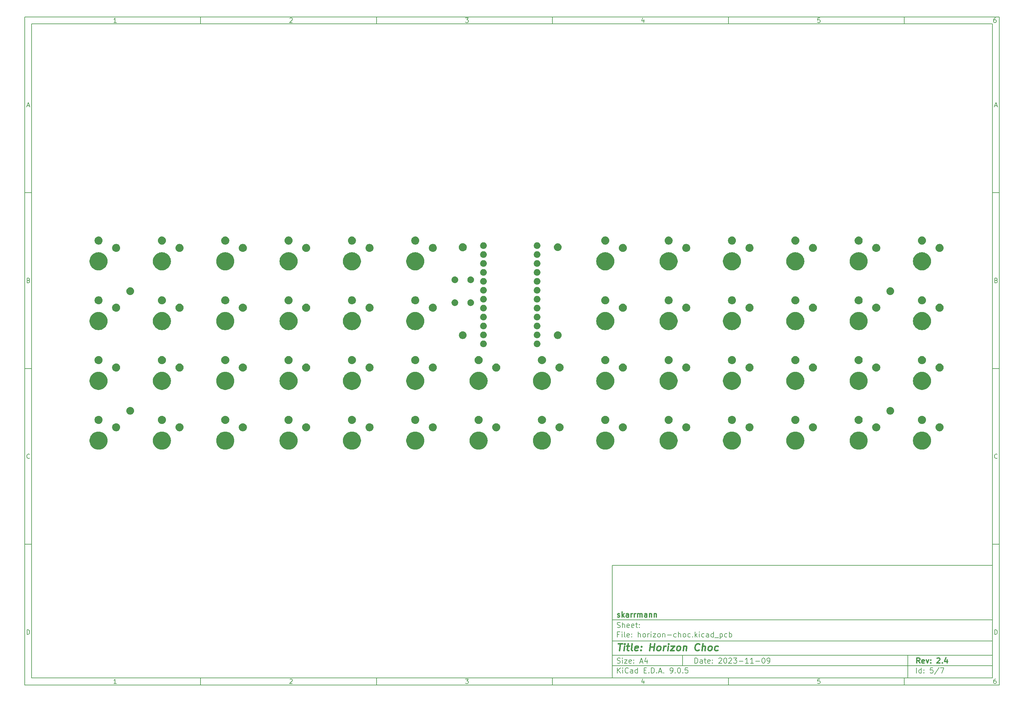
<source format=gts>
%TF.GenerationSoftware,KiCad,Pcbnew,9.0.5*%
%TF.CreationDate,2026-02-19T02:28:35-07:00*%
%TF.ProjectId,horizon-choc,686f7269-7a6f-46e2-9d63-686f632e6b69,2.4*%
%TF.SameCoordinates,Original*%
%TF.FileFunction,Soldermask,Top*%
%TF.FilePolarity,Negative*%
%FSLAX46Y46*%
G04 Gerber Fmt 4.6, Leading zero omitted, Abs format (unit mm)*
G04 Created by KiCad (PCBNEW 9.0.5) date 2026-02-19 02:28:35*
%MOMM*%
%LPD*%
G01*
G04 APERTURE LIST*
%ADD10C,0.100000*%
%ADD11C,0.150000*%
%ADD12C,0.300000*%
%ADD13C,0.400000*%
G04 APERTURE END LIST*
D10*
D11*
X177002200Y-166007200D02*
X285002200Y-166007200D01*
X285002200Y-198007200D01*
X177002200Y-198007200D01*
X177002200Y-166007200D01*
D10*
D11*
X10000000Y-10000000D02*
X287002200Y-10000000D01*
X287002200Y-200007200D01*
X10000000Y-200007200D01*
X10000000Y-10000000D01*
D10*
D11*
X12000000Y-12000000D02*
X285002200Y-12000000D01*
X285002200Y-198007200D01*
X12000000Y-198007200D01*
X12000000Y-12000000D01*
D10*
D11*
X60000000Y-12000000D02*
X60000000Y-10000000D01*
D10*
D11*
X110000000Y-12000000D02*
X110000000Y-10000000D01*
D10*
D11*
X160000000Y-12000000D02*
X160000000Y-10000000D01*
D10*
D11*
X210000000Y-12000000D02*
X210000000Y-10000000D01*
D10*
D11*
X260000000Y-12000000D02*
X260000000Y-10000000D01*
D10*
D11*
X36089160Y-11593604D02*
X35346303Y-11593604D01*
X35717731Y-11593604D02*
X35717731Y-10293604D01*
X35717731Y-10293604D02*
X35593922Y-10479319D01*
X35593922Y-10479319D02*
X35470112Y-10603128D01*
X35470112Y-10603128D02*
X35346303Y-10665033D01*
D10*
D11*
X85346303Y-10417414D02*
X85408207Y-10355509D01*
X85408207Y-10355509D02*
X85532017Y-10293604D01*
X85532017Y-10293604D02*
X85841541Y-10293604D01*
X85841541Y-10293604D02*
X85965350Y-10355509D01*
X85965350Y-10355509D02*
X86027255Y-10417414D01*
X86027255Y-10417414D02*
X86089160Y-10541223D01*
X86089160Y-10541223D02*
X86089160Y-10665033D01*
X86089160Y-10665033D02*
X86027255Y-10850747D01*
X86027255Y-10850747D02*
X85284398Y-11593604D01*
X85284398Y-11593604D02*
X86089160Y-11593604D01*
D10*
D11*
X135284398Y-10293604D02*
X136089160Y-10293604D01*
X136089160Y-10293604D02*
X135655826Y-10788842D01*
X135655826Y-10788842D02*
X135841541Y-10788842D01*
X135841541Y-10788842D02*
X135965350Y-10850747D01*
X135965350Y-10850747D02*
X136027255Y-10912652D01*
X136027255Y-10912652D02*
X136089160Y-11036461D01*
X136089160Y-11036461D02*
X136089160Y-11345985D01*
X136089160Y-11345985D02*
X136027255Y-11469795D01*
X136027255Y-11469795D02*
X135965350Y-11531700D01*
X135965350Y-11531700D02*
X135841541Y-11593604D01*
X135841541Y-11593604D02*
X135470112Y-11593604D01*
X135470112Y-11593604D02*
X135346303Y-11531700D01*
X135346303Y-11531700D02*
X135284398Y-11469795D01*
D10*
D11*
X185965350Y-10726938D02*
X185965350Y-11593604D01*
X185655826Y-10231700D02*
X185346303Y-11160271D01*
X185346303Y-11160271D02*
X186151064Y-11160271D01*
D10*
D11*
X236027255Y-10293604D02*
X235408207Y-10293604D01*
X235408207Y-10293604D02*
X235346303Y-10912652D01*
X235346303Y-10912652D02*
X235408207Y-10850747D01*
X235408207Y-10850747D02*
X235532017Y-10788842D01*
X235532017Y-10788842D02*
X235841541Y-10788842D01*
X235841541Y-10788842D02*
X235965350Y-10850747D01*
X235965350Y-10850747D02*
X236027255Y-10912652D01*
X236027255Y-10912652D02*
X236089160Y-11036461D01*
X236089160Y-11036461D02*
X236089160Y-11345985D01*
X236089160Y-11345985D02*
X236027255Y-11469795D01*
X236027255Y-11469795D02*
X235965350Y-11531700D01*
X235965350Y-11531700D02*
X235841541Y-11593604D01*
X235841541Y-11593604D02*
X235532017Y-11593604D01*
X235532017Y-11593604D02*
X235408207Y-11531700D01*
X235408207Y-11531700D02*
X235346303Y-11469795D01*
D10*
D11*
X285965350Y-10293604D02*
X285717731Y-10293604D01*
X285717731Y-10293604D02*
X285593922Y-10355509D01*
X285593922Y-10355509D02*
X285532017Y-10417414D01*
X285532017Y-10417414D02*
X285408207Y-10603128D01*
X285408207Y-10603128D02*
X285346303Y-10850747D01*
X285346303Y-10850747D02*
X285346303Y-11345985D01*
X285346303Y-11345985D02*
X285408207Y-11469795D01*
X285408207Y-11469795D02*
X285470112Y-11531700D01*
X285470112Y-11531700D02*
X285593922Y-11593604D01*
X285593922Y-11593604D02*
X285841541Y-11593604D01*
X285841541Y-11593604D02*
X285965350Y-11531700D01*
X285965350Y-11531700D02*
X286027255Y-11469795D01*
X286027255Y-11469795D02*
X286089160Y-11345985D01*
X286089160Y-11345985D02*
X286089160Y-11036461D01*
X286089160Y-11036461D02*
X286027255Y-10912652D01*
X286027255Y-10912652D02*
X285965350Y-10850747D01*
X285965350Y-10850747D02*
X285841541Y-10788842D01*
X285841541Y-10788842D02*
X285593922Y-10788842D01*
X285593922Y-10788842D02*
X285470112Y-10850747D01*
X285470112Y-10850747D02*
X285408207Y-10912652D01*
X285408207Y-10912652D02*
X285346303Y-11036461D01*
D10*
D11*
X60000000Y-198007200D02*
X60000000Y-200007200D01*
D10*
D11*
X110000000Y-198007200D02*
X110000000Y-200007200D01*
D10*
D11*
X160000000Y-198007200D02*
X160000000Y-200007200D01*
D10*
D11*
X210000000Y-198007200D02*
X210000000Y-200007200D01*
D10*
D11*
X260000000Y-198007200D02*
X260000000Y-200007200D01*
D10*
D11*
X36089160Y-199600804D02*
X35346303Y-199600804D01*
X35717731Y-199600804D02*
X35717731Y-198300804D01*
X35717731Y-198300804D02*
X35593922Y-198486519D01*
X35593922Y-198486519D02*
X35470112Y-198610328D01*
X35470112Y-198610328D02*
X35346303Y-198672233D01*
D10*
D11*
X85346303Y-198424614D02*
X85408207Y-198362709D01*
X85408207Y-198362709D02*
X85532017Y-198300804D01*
X85532017Y-198300804D02*
X85841541Y-198300804D01*
X85841541Y-198300804D02*
X85965350Y-198362709D01*
X85965350Y-198362709D02*
X86027255Y-198424614D01*
X86027255Y-198424614D02*
X86089160Y-198548423D01*
X86089160Y-198548423D02*
X86089160Y-198672233D01*
X86089160Y-198672233D02*
X86027255Y-198857947D01*
X86027255Y-198857947D02*
X85284398Y-199600804D01*
X85284398Y-199600804D02*
X86089160Y-199600804D01*
D10*
D11*
X135284398Y-198300804D02*
X136089160Y-198300804D01*
X136089160Y-198300804D02*
X135655826Y-198796042D01*
X135655826Y-198796042D02*
X135841541Y-198796042D01*
X135841541Y-198796042D02*
X135965350Y-198857947D01*
X135965350Y-198857947D02*
X136027255Y-198919852D01*
X136027255Y-198919852D02*
X136089160Y-199043661D01*
X136089160Y-199043661D02*
X136089160Y-199353185D01*
X136089160Y-199353185D02*
X136027255Y-199476995D01*
X136027255Y-199476995D02*
X135965350Y-199538900D01*
X135965350Y-199538900D02*
X135841541Y-199600804D01*
X135841541Y-199600804D02*
X135470112Y-199600804D01*
X135470112Y-199600804D02*
X135346303Y-199538900D01*
X135346303Y-199538900D02*
X135284398Y-199476995D01*
D10*
D11*
X185965350Y-198734138D02*
X185965350Y-199600804D01*
X185655826Y-198238900D02*
X185346303Y-199167471D01*
X185346303Y-199167471D02*
X186151064Y-199167471D01*
D10*
D11*
X236027255Y-198300804D02*
X235408207Y-198300804D01*
X235408207Y-198300804D02*
X235346303Y-198919852D01*
X235346303Y-198919852D02*
X235408207Y-198857947D01*
X235408207Y-198857947D02*
X235532017Y-198796042D01*
X235532017Y-198796042D02*
X235841541Y-198796042D01*
X235841541Y-198796042D02*
X235965350Y-198857947D01*
X235965350Y-198857947D02*
X236027255Y-198919852D01*
X236027255Y-198919852D02*
X236089160Y-199043661D01*
X236089160Y-199043661D02*
X236089160Y-199353185D01*
X236089160Y-199353185D02*
X236027255Y-199476995D01*
X236027255Y-199476995D02*
X235965350Y-199538900D01*
X235965350Y-199538900D02*
X235841541Y-199600804D01*
X235841541Y-199600804D02*
X235532017Y-199600804D01*
X235532017Y-199600804D02*
X235408207Y-199538900D01*
X235408207Y-199538900D02*
X235346303Y-199476995D01*
D10*
D11*
X285965350Y-198300804D02*
X285717731Y-198300804D01*
X285717731Y-198300804D02*
X285593922Y-198362709D01*
X285593922Y-198362709D02*
X285532017Y-198424614D01*
X285532017Y-198424614D02*
X285408207Y-198610328D01*
X285408207Y-198610328D02*
X285346303Y-198857947D01*
X285346303Y-198857947D02*
X285346303Y-199353185D01*
X285346303Y-199353185D02*
X285408207Y-199476995D01*
X285408207Y-199476995D02*
X285470112Y-199538900D01*
X285470112Y-199538900D02*
X285593922Y-199600804D01*
X285593922Y-199600804D02*
X285841541Y-199600804D01*
X285841541Y-199600804D02*
X285965350Y-199538900D01*
X285965350Y-199538900D02*
X286027255Y-199476995D01*
X286027255Y-199476995D02*
X286089160Y-199353185D01*
X286089160Y-199353185D02*
X286089160Y-199043661D01*
X286089160Y-199043661D02*
X286027255Y-198919852D01*
X286027255Y-198919852D02*
X285965350Y-198857947D01*
X285965350Y-198857947D02*
X285841541Y-198796042D01*
X285841541Y-198796042D02*
X285593922Y-198796042D01*
X285593922Y-198796042D02*
X285470112Y-198857947D01*
X285470112Y-198857947D02*
X285408207Y-198919852D01*
X285408207Y-198919852D02*
X285346303Y-199043661D01*
D10*
D11*
X10000000Y-60000000D02*
X12000000Y-60000000D01*
D10*
D11*
X10000000Y-110000000D02*
X12000000Y-110000000D01*
D10*
D11*
X10000000Y-160000000D02*
X12000000Y-160000000D01*
D10*
D11*
X10690476Y-35222176D02*
X11309523Y-35222176D01*
X10566666Y-35593604D02*
X10999999Y-34293604D01*
X10999999Y-34293604D02*
X11433333Y-35593604D01*
D10*
D11*
X11092857Y-84912652D02*
X11278571Y-84974557D01*
X11278571Y-84974557D02*
X11340476Y-85036461D01*
X11340476Y-85036461D02*
X11402380Y-85160271D01*
X11402380Y-85160271D02*
X11402380Y-85345985D01*
X11402380Y-85345985D02*
X11340476Y-85469795D01*
X11340476Y-85469795D02*
X11278571Y-85531700D01*
X11278571Y-85531700D02*
X11154761Y-85593604D01*
X11154761Y-85593604D02*
X10659523Y-85593604D01*
X10659523Y-85593604D02*
X10659523Y-84293604D01*
X10659523Y-84293604D02*
X11092857Y-84293604D01*
X11092857Y-84293604D02*
X11216666Y-84355509D01*
X11216666Y-84355509D02*
X11278571Y-84417414D01*
X11278571Y-84417414D02*
X11340476Y-84541223D01*
X11340476Y-84541223D02*
X11340476Y-84665033D01*
X11340476Y-84665033D02*
X11278571Y-84788842D01*
X11278571Y-84788842D02*
X11216666Y-84850747D01*
X11216666Y-84850747D02*
X11092857Y-84912652D01*
X11092857Y-84912652D02*
X10659523Y-84912652D01*
D10*
D11*
X11402380Y-135469795D02*
X11340476Y-135531700D01*
X11340476Y-135531700D02*
X11154761Y-135593604D01*
X11154761Y-135593604D02*
X11030952Y-135593604D01*
X11030952Y-135593604D02*
X10845238Y-135531700D01*
X10845238Y-135531700D02*
X10721428Y-135407890D01*
X10721428Y-135407890D02*
X10659523Y-135284080D01*
X10659523Y-135284080D02*
X10597619Y-135036461D01*
X10597619Y-135036461D02*
X10597619Y-134850747D01*
X10597619Y-134850747D02*
X10659523Y-134603128D01*
X10659523Y-134603128D02*
X10721428Y-134479319D01*
X10721428Y-134479319D02*
X10845238Y-134355509D01*
X10845238Y-134355509D02*
X11030952Y-134293604D01*
X11030952Y-134293604D02*
X11154761Y-134293604D01*
X11154761Y-134293604D02*
X11340476Y-134355509D01*
X11340476Y-134355509D02*
X11402380Y-134417414D01*
D10*
D11*
X10659523Y-185593604D02*
X10659523Y-184293604D01*
X10659523Y-184293604D02*
X10969047Y-184293604D01*
X10969047Y-184293604D02*
X11154761Y-184355509D01*
X11154761Y-184355509D02*
X11278571Y-184479319D01*
X11278571Y-184479319D02*
X11340476Y-184603128D01*
X11340476Y-184603128D02*
X11402380Y-184850747D01*
X11402380Y-184850747D02*
X11402380Y-185036461D01*
X11402380Y-185036461D02*
X11340476Y-185284080D01*
X11340476Y-185284080D02*
X11278571Y-185407890D01*
X11278571Y-185407890D02*
X11154761Y-185531700D01*
X11154761Y-185531700D02*
X10969047Y-185593604D01*
X10969047Y-185593604D02*
X10659523Y-185593604D01*
D10*
D11*
X287002200Y-60000000D02*
X285002200Y-60000000D01*
D10*
D11*
X287002200Y-110000000D02*
X285002200Y-110000000D01*
D10*
D11*
X287002200Y-160000000D02*
X285002200Y-160000000D01*
D10*
D11*
X285692676Y-35222176D02*
X286311723Y-35222176D01*
X285568866Y-35593604D02*
X286002199Y-34293604D01*
X286002199Y-34293604D02*
X286435533Y-35593604D01*
D10*
D11*
X286095057Y-84912652D02*
X286280771Y-84974557D01*
X286280771Y-84974557D02*
X286342676Y-85036461D01*
X286342676Y-85036461D02*
X286404580Y-85160271D01*
X286404580Y-85160271D02*
X286404580Y-85345985D01*
X286404580Y-85345985D02*
X286342676Y-85469795D01*
X286342676Y-85469795D02*
X286280771Y-85531700D01*
X286280771Y-85531700D02*
X286156961Y-85593604D01*
X286156961Y-85593604D02*
X285661723Y-85593604D01*
X285661723Y-85593604D02*
X285661723Y-84293604D01*
X285661723Y-84293604D02*
X286095057Y-84293604D01*
X286095057Y-84293604D02*
X286218866Y-84355509D01*
X286218866Y-84355509D02*
X286280771Y-84417414D01*
X286280771Y-84417414D02*
X286342676Y-84541223D01*
X286342676Y-84541223D02*
X286342676Y-84665033D01*
X286342676Y-84665033D02*
X286280771Y-84788842D01*
X286280771Y-84788842D02*
X286218866Y-84850747D01*
X286218866Y-84850747D02*
X286095057Y-84912652D01*
X286095057Y-84912652D02*
X285661723Y-84912652D01*
D10*
D11*
X286404580Y-135469795D02*
X286342676Y-135531700D01*
X286342676Y-135531700D02*
X286156961Y-135593604D01*
X286156961Y-135593604D02*
X286033152Y-135593604D01*
X286033152Y-135593604D02*
X285847438Y-135531700D01*
X285847438Y-135531700D02*
X285723628Y-135407890D01*
X285723628Y-135407890D02*
X285661723Y-135284080D01*
X285661723Y-135284080D02*
X285599819Y-135036461D01*
X285599819Y-135036461D02*
X285599819Y-134850747D01*
X285599819Y-134850747D02*
X285661723Y-134603128D01*
X285661723Y-134603128D02*
X285723628Y-134479319D01*
X285723628Y-134479319D02*
X285847438Y-134355509D01*
X285847438Y-134355509D02*
X286033152Y-134293604D01*
X286033152Y-134293604D02*
X286156961Y-134293604D01*
X286156961Y-134293604D02*
X286342676Y-134355509D01*
X286342676Y-134355509D02*
X286404580Y-134417414D01*
D10*
D11*
X285661723Y-185593604D02*
X285661723Y-184293604D01*
X285661723Y-184293604D02*
X285971247Y-184293604D01*
X285971247Y-184293604D02*
X286156961Y-184355509D01*
X286156961Y-184355509D02*
X286280771Y-184479319D01*
X286280771Y-184479319D02*
X286342676Y-184603128D01*
X286342676Y-184603128D02*
X286404580Y-184850747D01*
X286404580Y-184850747D02*
X286404580Y-185036461D01*
X286404580Y-185036461D02*
X286342676Y-185284080D01*
X286342676Y-185284080D02*
X286280771Y-185407890D01*
X286280771Y-185407890D02*
X286156961Y-185531700D01*
X286156961Y-185531700D02*
X285971247Y-185593604D01*
X285971247Y-185593604D02*
X285661723Y-185593604D01*
D10*
D11*
X200458026Y-193793328D02*
X200458026Y-192293328D01*
X200458026Y-192293328D02*
X200815169Y-192293328D01*
X200815169Y-192293328D02*
X201029455Y-192364757D01*
X201029455Y-192364757D02*
X201172312Y-192507614D01*
X201172312Y-192507614D02*
X201243741Y-192650471D01*
X201243741Y-192650471D02*
X201315169Y-192936185D01*
X201315169Y-192936185D02*
X201315169Y-193150471D01*
X201315169Y-193150471D02*
X201243741Y-193436185D01*
X201243741Y-193436185D02*
X201172312Y-193579042D01*
X201172312Y-193579042D02*
X201029455Y-193721900D01*
X201029455Y-193721900D02*
X200815169Y-193793328D01*
X200815169Y-193793328D02*
X200458026Y-193793328D01*
X202600884Y-193793328D02*
X202600884Y-193007614D01*
X202600884Y-193007614D02*
X202529455Y-192864757D01*
X202529455Y-192864757D02*
X202386598Y-192793328D01*
X202386598Y-192793328D02*
X202100884Y-192793328D01*
X202100884Y-192793328D02*
X201958026Y-192864757D01*
X202600884Y-193721900D02*
X202458026Y-193793328D01*
X202458026Y-193793328D02*
X202100884Y-193793328D01*
X202100884Y-193793328D02*
X201958026Y-193721900D01*
X201958026Y-193721900D02*
X201886598Y-193579042D01*
X201886598Y-193579042D02*
X201886598Y-193436185D01*
X201886598Y-193436185D02*
X201958026Y-193293328D01*
X201958026Y-193293328D02*
X202100884Y-193221900D01*
X202100884Y-193221900D02*
X202458026Y-193221900D01*
X202458026Y-193221900D02*
X202600884Y-193150471D01*
X203100884Y-192793328D02*
X203672312Y-192793328D01*
X203315169Y-192293328D02*
X203315169Y-193579042D01*
X203315169Y-193579042D02*
X203386598Y-193721900D01*
X203386598Y-193721900D02*
X203529455Y-193793328D01*
X203529455Y-193793328D02*
X203672312Y-193793328D01*
X204743741Y-193721900D02*
X204600884Y-193793328D01*
X204600884Y-193793328D02*
X204315170Y-193793328D01*
X204315170Y-193793328D02*
X204172312Y-193721900D01*
X204172312Y-193721900D02*
X204100884Y-193579042D01*
X204100884Y-193579042D02*
X204100884Y-193007614D01*
X204100884Y-193007614D02*
X204172312Y-192864757D01*
X204172312Y-192864757D02*
X204315170Y-192793328D01*
X204315170Y-192793328D02*
X204600884Y-192793328D01*
X204600884Y-192793328D02*
X204743741Y-192864757D01*
X204743741Y-192864757D02*
X204815170Y-193007614D01*
X204815170Y-193007614D02*
X204815170Y-193150471D01*
X204815170Y-193150471D02*
X204100884Y-193293328D01*
X205458026Y-193650471D02*
X205529455Y-193721900D01*
X205529455Y-193721900D02*
X205458026Y-193793328D01*
X205458026Y-193793328D02*
X205386598Y-193721900D01*
X205386598Y-193721900D02*
X205458026Y-193650471D01*
X205458026Y-193650471D02*
X205458026Y-193793328D01*
X205458026Y-192864757D02*
X205529455Y-192936185D01*
X205529455Y-192936185D02*
X205458026Y-193007614D01*
X205458026Y-193007614D02*
X205386598Y-192936185D01*
X205386598Y-192936185D02*
X205458026Y-192864757D01*
X205458026Y-192864757D02*
X205458026Y-193007614D01*
X207243741Y-192436185D02*
X207315169Y-192364757D01*
X207315169Y-192364757D02*
X207458027Y-192293328D01*
X207458027Y-192293328D02*
X207815169Y-192293328D01*
X207815169Y-192293328D02*
X207958027Y-192364757D01*
X207958027Y-192364757D02*
X208029455Y-192436185D01*
X208029455Y-192436185D02*
X208100884Y-192579042D01*
X208100884Y-192579042D02*
X208100884Y-192721900D01*
X208100884Y-192721900D02*
X208029455Y-192936185D01*
X208029455Y-192936185D02*
X207172312Y-193793328D01*
X207172312Y-193793328D02*
X208100884Y-193793328D01*
X209029455Y-192293328D02*
X209172312Y-192293328D01*
X209172312Y-192293328D02*
X209315169Y-192364757D01*
X209315169Y-192364757D02*
X209386598Y-192436185D01*
X209386598Y-192436185D02*
X209458026Y-192579042D01*
X209458026Y-192579042D02*
X209529455Y-192864757D01*
X209529455Y-192864757D02*
X209529455Y-193221900D01*
X209529455Y-193221900D02*
X209458026Y-193507614D01*
X209458026Y-193507614D02*
X209386598Y-193650471D01*
X209386598Y-193650471D02*
X209315169Y-193721900D01*
X209315169Y-193721900D02*
X209172312Y-193793328D01*
X209172312Y-193793328D02*
X209029455Y-193793328D01*
X209029455Y-193793328D02*
X208886598Y-193721900D01*
X208886598Y-193721900D02*
X208815169Y-193650471D01*
X208815169Y-193650471D02*
X208743740Y-193507614D01*
X208743740Y-193507614D02*
X208672312Y-193221900D01*
X208672312Y-193221900D02*
X208672312Y-192864757D01*
X208672312Y-192864757D02*
X208743740Y-192579042D01*
X208743740Y-192579042D02*
X208815169Y-192436185D01*
X208815169Y-192436185D02*
X208886598Y-192364757D01*
X208886598Y-192364757D02*
X209029455Y-192293328D01*
X210100883Y-192436185D02*
X210172311Y-192364757D01*
X210172311Y-192364757D02*
X210315169Y-192293328D01*
X210315169Y-192293328D02*
X210672311Y-192293328D01*
X210672311Y-192293328D02*
X210815169Y-192364757D01*
X210815169Y-192364757D02*
X210886597Y-192436185D01*
X210886597Y-192436185D02*
X210958026Y-192579042D01*
X210958026Y-192579042D02*
X210958026Y-192721900D01*
X210958026Y-192721900D02*
X210886597Y-192936185D01*
X210886597Y-192936185D02*
X210029454Y-193793328D01*
X210029454Y-193793328D02*
X210958026Y-193793328D01*
X211458025Y-192293328D02*
X212386597Y-192293328D01*
X212386597Y-192293328D02*
X211886597Y-192864757D01*
X211886597Y-192864757D02*
X212100882Y-192864757D01*
X212100882Y-192864757D02*
X212243740Y-192936185D01*
X212243740Y-192936185D02*
X212315168Y-193007614D01*
X212315168Y-193007614D02*
X212386597Y-193150471D01*
X212386597Y-193150471D02*
X212386597Y-193507614D01*
X212386597Y-193507614D02*
X212315168Y-193650471D01*
X212315168Y-193650471D02*
X212243740Y-193721900D01*
X212243740Y-193721900D02*
X212100882Y-193793328D01*
X212100882Y-193793328D02*
X211672311Y-193793328D01*
X211672311Y-193793328D02*
X211529454Y-193721900D01*
X211529454Y-193721900D02*
X211458025Y-193650471D01*
X213029453Y-193221900D02*
X214172311Y-193221900D01*
X215672311Y-193793328D02*
X214815168Y-193793328D01*
X215243739Y-193793328D02*
X215243739Y-192293328D01*
X215243739Y-192293328D02*
X215100882Y-192507614D01*
X215100882Y-192507614D02*
X214958025Y-192650471D01*
X214958025Y-192650471D02*
X214815168Y-192721900D01*
X217100882Y-193793328D02*
X216243739Y-193793328D01*
X216672310Y-193793328D02*
X216672310Y-192293328D01*
X216672310Y-192293328D02*
X216529453Y-192507614D01*
X216529453Y-192507614D02*
X216386596Y-192650471D01*
X216386596Y-192650471D02*
X216243739Y-192721900D01*
X217743738Y-193221900D02*
X218886596Y-193221900D01*
X219886596Y-192293328D02*
X220029453Y-192293328D01*
X220029453Y-192293328D02*
X220172310Y-192364757D01*
X220172310Y-192364757D02*
X220243739Y-192436185D01*
X220243739Y-192436185D02*
X220315167Y-192579042D01*
X220315167Y-192579042D02*
X220386596Y-192864757D01*
X220386596Y-192864757D02*
X220386596Y-193221900D01*
X220386596Y-193221900D02*
X220315167Y-193507614D01*
X220315167Y-193507614D02*
X220243739Y-193650471D01*
X220243739Y-193650471D02*
X220172310Y-193721900D01*
X220172310Y-193721900D02*
X220029453Y-193793328D01*
X220029453Y-193793328D02*
X219886596Y-193793328D01*
X219886596Y-193793328D02*
X219743739Y-193721900D01*
X219743739Y-193721900D02*
X219672310Y-193650471D01*
X219672310Y-193650471D02*
X219600881Y-193507614D01*
X219600881Y-193507614D02*
X219529453Y-193221900D01*
X219529453Y-193221900D02*
X219529453Y-192864757D01*
X219529453Y-192864757D02*
X219600881Y-192579042D01*
X219600881Y-192579042D02*
X219672310Y-192436185D01*
X219672310Y-192436185D02*
X219743739Y-192364757D01*
X219743739Y-192364757D02*
X219886596Y-192293328D01*
X221100881Y-193793328D02*
X221386595Y-193793328D01*
X221386595Y-193793328D02*
X221529452Y-193721900D01*
X221529452Y-193721900D02*
X221600881Y-193650471D01*
X221600881Y-193650471D02*
X221743738Y-193436185D01*
X221743738Y-193436185D02*
X221815167Y-193150471D01*
X221815167Y-193150471D02*
X221815167Y-192579042D01*
X221815167Y-192579042D02*
X221743738Y-192436185D01*
X221743738Y-192436185D02*
X221672310Y-192364757D01*
X221672310Y-192364757D02*
X221529452Y-192293328D01*
X221529452Y-192293328D02*
X221243738Y-192293328D01*
X221243738Y-192293328D02*
X221100881Y-192364757D01*
X221100881Y-192364757D02*
X221029452Y-192436185D01*
X221029452Y-192436185D02*
X220958024Y-192579042D01*
X220958024Y-192579042D02*
X220958024Y-192936185D01*
X220958024Y-192936185D02*
X221029452Y-193079042D01*
X221029452Y-193079042D02*
X221100881Y-193150471D01*
X221100881Y-193150471D02*
X221243738Y-193221900D01*
X221243738Y-193221900D02*
X221529452Y-193221900D01*
X221529452Y-193221900D02*
X221672310Y-193150471D01*
X221672310Y-193150471D02*
X221743738Y-193079042D01*
X221743738Y-193079042D02*
X221815167Y-192936185D01*
D10*
D11*
X177002200Y-194507200D02*
X285002200Y-194507200D01*
D10*
D11*
X178458026Y-196593328D02*
X178458026Y-195093328D01*
X179315169Y-196593328D02*
X178672312Y-195736185D01*
X179315169Y-195093328D02*
X178458026Y-195950471D01*
X179958026Y-196593328D02*
X179958026Y-195593328D01*
X179958026Y-195093328D02*
X179886598Y-195164757D01*
X179886598Y-195164757D02*
X179958026Y-195236185D01*
X179958026Y-195236185D02*
X180029455Y-195164757D01*
X180029455Y-195164757D02*
X179958026Y-195093328D01*
X179958026Y-195093328D02*
X179958026Y-195236185D01*
X181529455Y-196450471D02*
X181458027Y-196521900D01*
X181458027Y-196521900D02*
X181243741Y-196593328D01*
X181243741Y-196593328D02*
X181100884Y-196593328D01*
X181100884Y-196593328D02*
X180886598Y-196521900D01*
X180886598Y-196521900D02*
X180743741Y-196379042D01*
X180743741Y-196379042D02*
X180672312Y-196236185D01*
X180672312Y-196236185D02*
X180600884Y-195950471D01*
X180600884Y-195950471D02*
X180600884Y-195736185D01*
X180600884Y-195736185D02*
X180672312Y-195450471D01*
X180672312Y-195450471D02*
X180743741Y-195307614D01*
X180743741Y-195307614D02*
X180886598Y-195164757D01*
X180886598Y-195164757D02*
X181100884Y-195093328D01*
X181100884Y-195093328D02*
X181243741Y-195093328D01*
X181243741Y-195093328D02*
X181458027Y-195164757D01*
X181458027Y-195164757D02*
X181529455Y-195236185D01*
X182815170Y-196593328D02*
X182815170Y-195807614D01*
X182815170Y-195807614D02*
X182743741Y-195664757D01*
X182743741Y-195664757D02*
X182600884Y-195593328D01*
X182600884Y-195593328D02*
X182315170Y-195593328D01*
X182315170Y-195593328D02*
X182172312Y-195664757D01*
X182815170Y-196521900D02*
X182672312Y-196593328D01*
X182672312Y-196593328D02*
X182315170Y-196593328D01*
X182315170Y-196593328D02*
X182172312Y-196521900D01*
X182172312Y-196521900D02*
X182100884Y-196379042D01*
X182100884Y-196379042D02*
X182100884Y-196236185D01*
X182100884Y-196236185D02*
X182172312Y-196093328D01*
X182172312Y-196093328D02*
X182315170Y-196021900D01*
X182315170Y-196021900D02*
X182672312Y-196021900D01*
X182672312Y-196021900D02*
X182815170Y-195950471D01*
X184172313Y-196593328D02*
X184172313Y-195093328D01*
X184172313Y-196521900D02*
X184029455Y-196593328D01*
X184029455Y-196593328D02*
X183743741Y-196593328D01*
X183743741Y-196593328D02*
X183600884Y-196521900D01*
X183600884Y-196521900D02*
X183529455Y-196450471D01*
X183529455Y-196450471D02*
X183458027Y-196307614D01*
X183458027Y-196307614D02*
X183458027Y-195879042D01*
X183458027Y-195879042D02*
X183529455Y-195736185D01*
X183529455Y-195736185D02*
X183600884Y-195664757D01*
X183600884Y-195664757D02*
X183743741Y-195593328D01*
X183743741Y-195593328D02*
X184029455Y-195593328D01*
X184029455Y-195593328D02*
X184172313Y-195664757D01*
X186029455Y-195807614D02*
X186529455Y-195807614D01*
X186743741Y-196593328D02*
X186029455Y-196593328D01*
X186029455Y-196593328D02*
X186029455Y-195093328D01*
X186029455Y-195093328D02*
X186743741Y-195093328D01*
X187386598Y-196450471D02*
X187458027Y-196521900D01*
X187458027Y-196521900D02*
X187386598Y-196593328D01*
X187386598Y-196593328D02*
X187315170Y-196521900D01*
X187315170Y-196521900D02*
X187386598Y-196450471D01*
X187386598Y-196450471D02*
X187386598Y-196593328D01*
X188100884Y-196593328D02*
X188100884Y-195093328D01*
X188100884Y-195093328D02*
X188458027Y-195093328D01*
X188458027Y-195093328D02*
X188672313Y-195164757D01*
X188672313Y-195164757D02*
X188815170Y-195307614D01*
X188815170Y-195307614D02*
X188886599Y-195450471D01*
X188886599Y-195450471D02*
X188958027Y-195736185D01*
X188958027Y-195736185D02*
X188958027Y-195950471D01*
X188958027Y-195950471D02*
X188886599Y-196236185D01*
X188886599Y-196236185D02*
X188815170Y-196379042D01*
X188815170Y-196379042D02*
X188672313Y-196521900D01*
X188672313Y-196521900D02*
X188458027Y-196593328D01*
X188458027Y-196593328D02*
X188100884Y-196593328D01*
X189600884Y-196450471D02*
X189672313Y-196521900D01*
X189672313Y-196521900D02*
X189600884Y-196593328D01*
X189600884Y-196593328D02*
X189529456Y-196521900D01*
X189529456Y-196521900D02*
X189600884Y-196450471D01*
X189600884Y-196450471D02*
X189600884Y-196593328D01*
X190243742Y-196164757D02*
X190958028Y-196164757D01*
X190100885Y-196593328D02*
X190600885Y-195093328D01*
X190600885Y-195093328D02*
X191100885Y-196593328D01*
X191600884Y-196450471D02*
X191672313Y-196521900D01*
X191672313Y-196521900D02*
X191600884Y-196593328D01*
X191600884Y-196593328D02*
X191529456Y-196521900D01*
X191529456Y-196521900D02*
X191600884Y-196450471D01*
X191600884Y-196450471D02*
X191600884Y-196593328D01*
X193529456Y-196593328D02*
X193815170Y-196593328D01*
X193815170Y-196593328D02*
X193958027Y-196521900D01*
X193958027Y-196521900D02*
X194029456Y-196450471D01*
X194029456Y-196450471D02*
X194172313Y-196236185D01*
X194172313Y-196236185D02*
X194243742Y-195950471D01*
X194243742Y-195950471D02*
X194243742Y-195379042D01*
X194243742Y-195379042D02*
X194172313Y-195236185D01*
X194172313Y-195236185D02*
X194100885Y-195164757D01*
X194100885Y-195164757D02*
X193958027Y-195093328D01*
X193958027Y-195093328D02*
X193672313Y-195093328D01*
X193672313Y-195093328D02*
X193529456Y-195164757D01*
X193529456Y-195164757D02*
X193458027Y-195236185D01*
X193458027Y-195236185D02*
X193386599Y-195379042D01*
X193386599Y-195379042D02*
X193386599Y-195736185D01*
X193386599Y-195736185D02*
X193458027Y-195879042D01*
X193458027Y-195879042D02*
X193529456Y-195950471D01*
X193529456Y-195950471D02*
X193672313Y-196021900D01*
X193672313Y-196021900D02*
X193958027Y-196021900D01*
X193958027Y-196021900D02*
X194100885Y-195950471D01*
X194100885Y-195950471D02*
X194172313Y-195879042D01*
X194172313Y-195879042D02*
X194243742Y-195736185D01*
X194886598Y-196450471D02*
X194958027Y-196521900D01*
X194958027Y-196521900D02*
X194886598Y-196593328D01*
X194886598Y-196593328D02*
X194815170Y-196521900D01*
X194815170Y-196521900D02*
X194886598Y-196450471D01*
X194886598Y-196450471D02*
X194886598Y-196593328D01*
X195886599Y-195093328D02*
X196029456Y-195093328D01*
X196029456Y-195093328D02*
X196172313Y-195164757D01*
X196172313Y-195164757D02*
X196243742Y-195236185D01*
X196243742Y-195236185D02*
X196315170Y-195379042D01*
X196315170Y-195379042D02*
X196386599Y-195664757D01*
X196386599Y-195664757D02*
X196386599Y-196021900D01*
X196386599Y-196021900D02*
X196315170Y-196307614D01*
X196315170Y-196307614D02*
X196243742Y-196450471D01*
X196243742Y-196450471D02*
X196172313Y-196521900D01*
X196172313Y-196521900D02*
X196029456Y-196593328D01*
X196029456Y-196593328D02*
X195886599Y-196593328D01*
X195886599Y-196593328D02*
X195743742Y-196521900D01*
X195743742Y-196521900D02*
X195672313Y-196450471D01*
X195672313Y-196450471D02*
X195600884Y-196307614D01*
X195600884Y-196307614D02*
X195529456Y-196021900D01*
X195529456Y-196021900D02*
X195529456Y-195664757D01*
X195529456Y-195664757D02*
X195600884Y-195379042D01*
X195600884Y-195379042D02*
X195672313Y-195236185D01*
X195672313Y-195236185D02*
X195743742Y-195164757D01*
X195743742Y-195164757D02*
X195886599Y-195093328D01*
X197029455Y-196450471D02*
X197100884Y-196521900D01*
X197100884Y-196521900D02*
X197029455Y-196593328D01*
X197029455Y-196593328D02*
X196958027Y-196521900D01*
X196958027Y-196521900D02*
X197029455Y-196450471D01*
X197029455Y-196450471D02*
X197029455Y-196593328D01*
X198458027Y-195093328D02*
X197743741Y-195093328D01*
X197743741Y-195093328D02*
X197672313Y-195807614D01*
X197672313Y-195807614D02*
X197743741Y-195736185D01*
X197743741Y-195736185D02*
X197886599Y-195664757D01*
X197886599Y-195664757D02*
X198243741Y-195664757D01*
X198243741Y-195664757D02*
X198386599Y-195736185D01*
X198386599Y-195736185D02*
X198458027Y-195807614D01*
X198458027Y-195807614D02*
X198529456Y-195950471D01*
X198529456Y-195950471D02*
X198529456Y-196307614D01*
X198529456Y-196307614D02*
X198458027Y-196450471D01*
X198458027Y-196450471D02*
X198386599Y-196521900D01*
X198386599Y-196521900D02*
X198243741Y-196593328D01*
X198243741Y-196593328D02*
X197886599Y-196593328D01*
X197886599Y-196593328D02*
X197743741Y-196521900D01*
X197743741Y-196521900D02*
X197672313Y-196450471D01*
D10*
D11*
X177002200Y-191507200D02*
X285002200Y-191507200D01*
D10*
D12*
X264413853Y-193785528D02*
X263913853Y-193071242D01*
X263556710Y-193785528D02*
X263556710Y-192285528D01*
X263556710Y-192285528D02*
X264128139Y-192285528D01*
X264128139Y-192285528D02*
X264270996Y-192356957D01*
X264270996Y-192356957D02*
X264342425Y-192428385D01*
X264342425Y-192428385D02*
X264413853Y-192571242D01*
X264413853Y-192571242D02*
X264413853Y-192785528D01*
X264413853Y-192785528D02*
X264342425Y-192928385D01*
X264342425Y-192928385D02*
X264270996Y-192999814D01*
X264270996Y-192999814D02*
X264128139Y-193071242D01*
X264128139Y-193071242D02*
X263556710Y-193071242D01*
X265628139Y-193714100D02*
X265485282Y-193785528D01*
X265485282Y-193785528D02*
X265199568Y-193785528D01*
X265199568Y-193785528D02*
X265056710Y-193714100D01*
X265056710Y-193714100D02*
X264985282Y-193571242D01*
X264985282Y-193571242D02*
X264985282Y-192999814D01*
X264985282Y-192999814D02*
X265056710Y-192856957D01*
X265056710Y-192856957D02*
X265199568Y-192785528D01*
X265199568Y-192785528D02*
X265485282Y-192785528D01*
X265485282Y-192785528D02*
X265628139Y-192856957D01*
X265628139Y-192856957D02*
X265699568Y-192999814D01*
X265699568Y-192999814D02*
X265699568Y-193142671D01*
X265699568Y-193142671D02*
X264985282Y-193285528D01*
X266199567Y-192785528D02*
X266556710Y-193785528D01*
X266556710Y-193785528D02*
X266913853Y-192785528D01*
X267485281Y-193642671D02*
X267556710Y-193714100D01*
X267556710Y-193714100D02*
X267485281Y-193785528D01*
X267485281Y-193785528D02*
X267413853Y-193714100D01*
X267413853Y-193714100D02*
X267485281Y-193642671D01*
X267485281Y-193642671D02*
X267485281Y-193785528D01*
X267485281Y-192856957D02*
X267556710Y-192928385D01*
X267556710Y-192928385D02*
X267485281Y-192999814D01*
X267485281Y-192999814D02*
X267413853Y-192928385D01*
X267413853Y-192928385D02*
X267485281Y-192856957D01*
X267485281Y-192856957D02*
X267485281Y-192999814D01*
X269270996Y-192428385D02*
X269342424Y-192356957D01*
X269342424Y-192356957D02*
X269485282Y-192285528D01*
X269485282Y-192285528D02*
X269842424Y-192285528D01*
X269842424Y-192285528D02*
X269985282Y-192356957D01*
X269985282Y-192356957D02*
X270056710Y-192428385D01*
X270056710Y-192428385D02*
X270128139Y-192571242D01*
X270128139Y-192571242D02*
X270128139Y-192714100D01*
X270128139Y-192714100D02*
X270056710Y-192928385D01*
X270056710Y-192928385D02*
X269199567Y-193785528D01*
X269199567Y-193785528D02*
X270128139Y-193785528D01*
X270770995Y-193642671D02*
X270842424Y-193714100D01*
X270842424Y-193714100D02*
X270770995Y-193785528D01*
X270770995Y-193785528D02*
X270699567Y-193714100D01*
X270699567Y-193714100D02*
X270770995Y-193642671D01*
X270770995Y-193642671D02*
X270770995Y-193785528D01*
X272128139Y-192785528D02*
X272128139Y-193785528D01*
X271770996Y-192214100D02*
X271413853Y-193285528D01*
X271413853Y-193285528D02*
X272342424Y-193285528D01*
D10*
D11*
X178386598Y-193721900D02*
X178600884Y-193793328D01*
X178600884Y-193793328D02*
X178958026Y-193793328D01*
X178958026Y-193793328D02*
X179100884Y-193721900D01*
X179100884Y-193721900D02*
X179172312Y-193650471D01*
X179172312Y-193650471D02*
X179243741Y-193507614D01*
X179243741Y-193507614D02*
X179243741Y-193364757D01*
X179243741Y-193364757D02*
X179172312Y-193221900D01*
X179172312Y-193221900D02*
X179100884Y-193150471D01*
X179100884Y-193150471D02*
X178958026Y-193079042D01*
X178958026Y-193079042D02*
X178672312Y-193007614D01*
X178672312Y-193007614D02*
X178529455Y-192936185D01*
X178529455Y-192936185D02*
X178458026Y-192864757D01*
X178458026Y-192864757D02*
X178386598Y-192721900D01*
X178386598Y-192721900D02*
X178386598Y-192579042D01*
X178386598Y-192579042D02*
X178458026Y-192436185D01*
X178458026Y-192436185D02*
X178529455Y-192364757D01*
X178529455Y-192364757D02*
X178672312Y-192293328D01*
X178672312Y-192293328D02*
X179029455Y-192293328D01*
X179029455Y-192293328D02*
X179243741Y-192364757D01*
X179886597Y-193793328D02*
X179886597Y-192793328D01*
X179886597Y-192293328D02*
X179815169Y-192364757D01*
X179815169Y-192364757D02*
X179886597Y-192436185D01*
X179886597Y-192436185D02*
X179958026Y-192364757D01*
X179958026Y-192364757D02*
X179886597Y-192293328D01*
X179886597Y-192293328D02*
X179886597Y-192436185D01*
X180458026Y-192793328D02*
X181243741Y-192793328D01*
X181243741Y-192793328D02*
X180458026Y-193793328D01*
X180458026Y-193793328D02*
X181243741Y-193793328D01*
X182386598Y-193721900D02*
X182243741Y-193793328D01*
X182243741Y-193793328D02*
X181958027Y-193793328D01*
X181958027Y-193793328D02*
X181815169Y-193721900D01*
X181815169Y-193721900D02*
X181743741Y-193579042D01*
X181743741Y-193579042D02*
X181743741Y-193007614D01*
X181743741Y-193007614D02*
X181815169Y-192864757D01*
X181815169Y-192864757D02*
X181958027Y-192793328D01*
X181958027Y-192793328D02*
X182243741Y-192793328D01*
X182243741Y-192793328D02*
X182386598Y-192864757D01*
X182386598Y-192864757D02*
X182458027Y-193007614D01*
X182458027Y-193007614D02*
X182458027Y-193150471D01*
X182458027Y-193150471D02*
X181743741Y-193293328D01*
X183100883Y-193650471D02*
X183172312Y-193721900D01*
X183172312Y-193721900D02*
X183100883Y-193793328D01*
X183100883Y-193793328D02*
X183029455Y-193721900D01*
X183029455Y-193721900D02*
X183100883Y-193650471D01*
X183100883Y-193650471D02*
X183100883Y-193793328D01*
X183100883Y-192864757D02*
X183172312Y-192936185D01*
X183172312Y-192936185D02*
X183100883Y-193007614D01*
X183100883Y-193007614D02*
X183029455Y-192936185D01*
X183029455Y-192936185D02*
X183100883Y-192864757D01*
X183100883Y-192864757D02*
X183100883Y-193007614D01*
X184886598Y-193364757D02*
X185600884Y-193364757D01*
X184743741Y-193793328D02*
X185243741Y-192293328D01*
X185243741Y-192293328D02*
X185743741Y-193793328D01*
X186886598Y-192793328D02*
X186886598Y-193793328D01*
X186529455Y-192221900D02*
X186172312Y-193293328D01*
X186172312Y-193293328D02*
X187100883Y-193293328D01*
D10*
D11*
X263458026Y-196593328D02*
X263458026Y-195093328D01*
X264815170Y-196593328D02*
X264815170Y-195093328D01*
X264815170Y-196521900D02*
X264672312Y-196593328D01*
X264672312Y-196593328D02*
X264386598Y-196593328D01*
X264386598Y-196593328D02*
X264243741Y-196521900D01*
X264243741Y-196521900D02*
X264172312Y-196450471D01*
X264172312Y-196450471D02*
X264100884Y-196307614D01*
X264100884Y-196307614D02*
X264100884Y-195879042D01*
X264100884Y-195879042D02*
X264172312Y-195736185D01*
X264172312Y-195736185D02*
X264243741Y-195664757D01*
X264243741Y-195664757D02*
X264386598Y-195593328D01*
X264386598Y-195593328D02*
X264672312Y-195593328D01*
X264672312Y-195593328D02*
X264815170Y-195664757D01*
X265529455Y-196450471D02*
X265600884Y-196521900D01*
X265600884Y-196521900D02*
X265529455Y-196593328D01*
X265529455Y-196593328D02*
X265458027Y-196521900D01*
X265458027Y-196521900D02*
X265529455Y-196450471D01*
X265529455Y-196450471D02*
X265529455Y-196593328D01*
X265529455Y-195664757D02*
X265600884Y-195736185D01*
X265600884Y-195736185D02*
X265529455Y-195807614D01*
X265529455Y-195807614D02*
X265458027Y-195736185D01*
X265458027Y-195736185D02*
X265529455Y-195664757D01*
X265529455Y-195664757D02*
X265529455Y-195807614D01*
X268100884Y-195093328D02*
X267386598Y-195093328D01*
X267386598Y-195093328D02*
X267315170Y-195807614D01*
X267315170Y-195807614D02*
X267386598Y-195736185D01*
X267386598Y-195736185D02*
X267529456Y-195664757D01*
X267529456Y-195664757D02*
X267886598Y-195664757D01*
X267886598Y-195664757D02*
X268029456Y-195736185D01*
X268029456Y-195736185D02*
X268100884Y-195807614D01*
X268100884Y-195807614D02*
X268172313Y-195950471D01*
X268172313Y-195950471D02*
X268172313Y-196307614D01*
X268172313Y-196307614D02*
X268100884Y-196450471D01*
X268100884Y-196450471D02*
X268029456Y-196521900D01*
X268029456Y-196521900D02*
X267886598Y-196593328D01*
X267886598Y-196593328D02*
X267529456Y-196593328D01*
X267529456Y-196593328D02*
X267386598Y-196521900D01*
X267386598Y-196521900D02*
X267315170Y-196450471D01*
X269886598Y-195021900D02*
X268600884Y-196950471D01*
X270243741Y-195093328D02*
X271243741Y-195093328D01*
X271243741Y-195093328D02*
X270600884Y-196593328D01*
D10*
D11*
X177002200Y-187507200D02*
X285002200Y-187507200D01*
D10*
D13*
X178693928Y-188211638D02*
X179836785Y-188211638D01*
X179015357Y-190211638D02*
X179265357Y-188211638D01*
X180253452Y-190211638D02*
X180420119Y-188878304D01*
X180503452Y-188211638D02*
X180396309Y-188306876D01*
X180396309Y-188306876D02*
X180479643Y-188402114D01*
X180479643Y-188402114D02*
X180586786Y-188306876D01*
X180586786Y-188306876D02*
X180503452Y-188211638D01*
X180503452Y-188211638D02*
X180479643Y-188402114D01*
X181086786Y-188878304D02*
X181848690Y-188878304D01*
X181455833Y-188211638D02*
X181241548Y-189925923D01*
X181241548Y-189925923D02*
X181312976Y-190116400D01*
X181312976Y-190116400D02*
X181491548Y-190211638D01*
X181491548Y-190211638D02*
X181682024Y-190211638D01*
X182634405Y-190211638D02*
X182455833Y-190116400D01*
X182455833Y-190116400D02*
X182384405Y-189925923D01*
X182384405Y-189925923D02*
X182598690Y-188211638D01*
X184170119Y-190116400D02*
X183967738Y-190211638D01*
X183967738Y-190211638D02*
X183586785Y-190211638D01*
X183586785Y-190211638D02*
X183408214Y-190116400D01*
X183408214Y-190116400D02*
X183336785Y-189925923D01*
X183336785Y-189925923D02*
X183432024Y-189164019D01*
X183432024Y-189164019D02*
X183551071Y-188973542D01*
X183551071Y-188973542D02*
X183753452Y-188878304D01*
X183753452Y-188878304D02*
X184134404Y-188878304D01*
X184134404Y-188878304D02*
X184312976Y-188973542D01*
X184312976Y-188973542D02*
X184384404Y-189164019D01*
X184384404Y-189164019D02*
X184360595Y-189354495D01*
X184360595Y-189354495D02*
X183384404Y-189544971D01*
X185134405Y-190021161D02*
X185217738Y-190116400D01*
X185217738Y-190116400D02*
X185110595Y-190211638D01*
X185110595Y-190211638D02*
X185027262Y-190116400D01*
X185027262Y-190116400D02*
X185134405Y-190021161D01*
X185134405Y-190021161D02*
X185110595Y-190211638D01*
X185265357Y-188973542D02*
X185348690Y-189068780D01*
X185348690Y-189068780D02*
X185241548Y-189164019D01*
X185241548Y-189164019D02*
X185158214Y-189068780D01*
X185158214Y-189068780D02*
X185265357Y-188973542D01*
X185265357Y-188973542D02*
X185241548Y-189164019D01*
X187586786Y-190211638D02*
X187836786Y-188211638D01*
X187717739Y-189164019D02*
X188860596Y-189164019D01*
X188729643Y-190211638D02*
X188979643Y-188211638D01*
X189967739Y-190211638D02*
X189789167Y-190116400D01*
X189789167Y-190116400D02*
X189705834Y-190021161D01*
X189705834Y-190021161D02*
X189634405Y-189830685D01*
X189634405Y-189830685D02*
X189705834Y-189259257D01*
X189705834Y-189259257D02*
X189824881Y-189068780D01*
X189824881Y-189068780D02*
X189932024Y-188973542D01*
X189932024Y-188973542D02*
X190134405Y-188878304D01*
X190134405Y-188878304D02*
X190420119Y-188878304D01*
X190420119Y-188878304D02*
X190598691Y-188973542D01*
X190598691Y-188973542D02*
X190682024Y-189068780D01*
X190682024Y-189068780D02*
X190753453Y-189259257D01*
X190753453Y-189259257D02*
X190682024Y-189830685D01*
X190682024Y-189830685D02*
X190562977Y-190021161D01*
X190562977Y-190021161D02*
X190455834Y-190116400D01*
X190455834Y-190116400D02*
X190253453Y-190211638D01*
X190253453Y-190211638D02*
X189967739Y-190211638D01*
X191491548Y-190211638D02*
X191658215Y-188878304D01*
X191610596Y-189259257D02*
X191729643Y-189068780D01*
X191729643Y-189068780D02*
X191836786Y-188973542D01*
X191836786Y-188973542D02*
X192039167Y-188878304D01*
X192039167Y-188878304D02*
X192229643Y-188878304D01*
X192729643Y-190211638D02*
X192896310Y-188878304D01*
X192979643Y-188211638D02*
X192872500Y-188306876D01*
X192872500Y-188306876D02*
X192955834Y-188402114D01*
X192955834Y-188402114D02*
X193062977Y-188306876D01*
X193062977Y-188306876D02*
X192979643Y-188211638D01*
X192979643Y-188211638D02*
X192955834Y-188402114D01*
X193658215Y-188878304D02*
X194705834Y-188878304D01*
X194705834Y-188878304D02*
X193491548Y-190211638D01*
X193491548Y-190211638D02*
X194539167Y-190211638D01*
X195586787Y-190211638D02*
X195408215Y-190116400D01*
X195408215Y-190116400D02*
X195324882Y-190021161D01*
X195324882Y-190021161D02*
X195253453Y-189830685D01*
X195253453Y-189830685D02*
X195324882Y-189259257D01*
X195324882Y-189259257D02*
X195443929Y-189068780D01*
X195443929Y-189068780D02*
X195551072Y-188973542D01*
X195551072Y-188973542D02*
X195753453Y-188878304D01*
X195753453Y-188878304D02*
X196039167Y-188878304D01*
X196039167Y-188878304D02*
X196217739Y-188973542D01*
X196217739Y-188973542D02*
X196301072Y-189068780D01*
X196301072Y-189068780D02*
X196372501Y-189259257D01*
X196372501Y-189259257D02*
X196301072Y-189830685D01*
X196301072Y-189830685D02*
X196182025Y-190021161D01*
X196182025Y-190021161D02*
X196074882Y-190116400D01*
X196074882Y-190116400D02*
X195872501Y-190211638D01*
X195872501Y-190211638D02*
X195586787Y-190211638D01*
X197277263Y-188878304D02*
X197110596Y-190211638D01*
X197253453Y-189068780D02*
X197360596Y-188973542D01*
X197360596Y-188973542D02*
X197562977Y-188878304D01*
X197562977Y-188878304D02*
X197848691Y-188878304D01*
X197848691Y-188878304D02*
X198027263Y-188973542D01*
X198027263Y-188973542D02*
X198098691Y-189164019D01*
X198098691Y-189164019D02*
X197967739Y-190211638D01*
X201610597Y-190021161D02*
X201503454Y-190116400D01*
X201503454Y-190116400D02*
X201205835Y-190211638D01*
X201205835Y-190211638D02*
X201015359Y-190211638D01*
X201015359Y-190211638D02*
X200741549Y-190116400D01*
X200741549Y-190116400D02*
X200574883Y-189925923D01*
X200574883Y-189925923D02*
X200503454Y-189735447D01*
X200503454Y-189735447D02*
X200455835Y-189354495D01*
X200455835Y-189354495D02*
X200491549Y-189068780D01*
X200491549Y-189068780D02*
X200634406Y-188687828D01*
X200634406Y-188687828D02*
X200753454Y-188497352D01*
X200753454Y-188497352D02*
X200967740Y-188306876D01*
X200967740Y-188306876D02*
X201265359Y-188211638D01*
X201265359Y-188211638D02*
X201455835Y-188211638D01*
X201455835Y-188211638D02*
X201729645Y-188306876D01*
X201729645Y-188306876D02*
X201812978Y-188402114D01*
X202443930Y-190211638D02*
X202693930Y-188211638D01*
X203301073Y-190211638D02*
X203432025Y-189164019D01*
X203432025Y-189164019D02*
X203360597Y-188973542D01*
X203360597Y-188973542D02*
X203182025Y-188878304D01*
X203182025Y-188878304D02*
X202896311Y-188878304D01*
X202896311Y-188878304D02*
X202693930Y-188973542D01*
X202693930Y-188973542D02*
X202586787Y-189068780D01*
X204539169Y-190211638D02*
X204360597Y-190116400D01*
X204360597Y-190116400D02*
X204277264Y-190021161D01*
X204277264Y-190021161D02*
X204205835Y-189830685D01*
X204205835Y-189830685D02*
X204277264Y-189259257D01*
X204277264Y-189259257D02*
X204396311Y-189068780D01*
X204396311Y-189068780D02*
X204503454Y-188973542D01*
X204503454Y-188973542D02*
X204705835Y-188878304D01*
X204705835Y-188878304D02*
X204991549Y-188878304D01*
X204991549Y-188878304D02*
X205170121Y-188973542D01*
X205170121Y-188973542D02*
X205253454Y-189068780D01*
X205253454Y-189068780D02*
X205324883Y-189259257D01*
X205324883Y-189259257D02*
X205253454Y-189830685D01*
X205253454Y-189830685D02*
X205134407Y-190021161D01*
X205134407Y-190021161D02*
X205027264Y-190116400D01*
X205027264Y-190116400D02*
X204824883Y-190211638D01*
X204824883Y-190211638D02*
X204539169Y-190211638D01*
X206932026Y-190116400D02*
X206729645Y-190211638D01*
X206729645Y-190211638D02*
X206348693Y-190211638D01*
X206348693Y-190211638D02*
X206170121Y-190116400D01*
X206170121Y-190116400D02*
X206086788Y-190021161D01*
X206086788Y-190021161D02*
X206015359Y-189830685D01*
X206015359Y-189830685D02*
X206086788Y-189259257D01*
X206086788Y-189259257D02*
X206205835Y-189068780D01*
X206205835Y-189068780D02*
X206312978Y-188973542D01*
X206312978Y-188973542D02*
X206515359Y-188878304D01*
X206515359Y-188878304D02*
X206896312Y-188878304D01*
X206896312Y-188878304D02*
X207074883Y-188973542D01*
D10*
D11*
X178958026Y-185607614D02*
X178458026Y-185607614D01*
X178458026Y-186393328D02*
X178458026Y-184893328D01*
X178458026Y-184893328D02*
X179172312Y-184893328D01*
X179743740Y-186393328D02*
X179743740Y-185393328D01*
X179743740Y-184893328D02*
X179672312Y-184964757D01*
X179672312Y-184964757D02*
X179743740Y-185036185D01*
X179743740Y-185036185D02*
X179815169Y-184964757D01*
X179815169Y-184964757D02*
X179743740Y-184893328D01*
X179743740Y-184893328D02*
X179743740Y-185036185D01*
X180672312Y-186393328D02*
X180529455Y-186321900D01*
X180529455Y-186321900D02*
X180458026Y-186179042D01*
X180458026Y-186179042D02*
X180458026Y-184893328D01*
X181815169Y-186321900D02*
X181672312Y-186393328D01*
X181672312Y-186393328D02*
X181386598Y-186393328D01*
X181386598Y-186393328D02*
X181243740Y-186321900D01*
X181243740Y-186321900D02*
X181172312Y-186179042D01*
X181172312Y-186179042D02*
X181172312Y-185607614D01*
X181172312Y-185607614D02*
X181243740Y-185464757D01*
X181243740Y-185464757D02*
X181386598Y-185393328D01*
X181386598Y-185393328D02*
X181672312Y-185393328D01*
X181672312Y-185393328D02*
X181815169Y-185464757D01*
X181815169Y-185464757D02*
X181886598Y-185607614D01*
X181886598Y-185607614D02*
X181886598Y-185750471D01*
X181886598Y-185750471D02*
X181172312Y-185893328D01*
X182529454Y-186250471D02*
X182600883Y-186321900D01*
X182600883Y-186321900D02*
X182529454Y-186393328D01*
X182529454Y-186393328D02*
X182458026Y-186321900D01*
X182458026Y-186321900D02*
X182529454Y-186250471D01*
X182529454Y-186250471D02*
X182529454Y-186393328D01*
X182529454Y-185464757D02*
X182600883Y-185536185D01*
X182600883Y-185536185D02*
X182529454Y-185607614D01*
X182529454Y-185607614D02*
X182458026Y-185536185D01*
X182458026Y-185536185D02*
X182529454Y-185464757D01*
X182529454Y-185464757D02*
X182529454Y-185607614D01*
X184386597Y-186393328D02*
X184386597Y-184893328D01*
X185029455Y-186393328D02*
X185029455Y-185607614D01*
X185029455Y-185607614D02*
X184958026Y-185464757D01*
X184958026Y-185464757D02*
X184815169Y-185393328D01*
X184815169Y-185393328D02*
X184600883Y-185393328D01*
X184600883Y-185393328D02*
X184458026Y-185464757D01*
X184458026Y-185464757D02*
X184386597Y-185536185D01*
X185958026Y-186393328D02*
X185815169Y-186321900D01*
X185815169Y-186321900D02*
X185743740Y-186250471D01*
X185743740Y-186250471D02*
X185672312Y-186107614D01*
X185672312Y-186107614D02*
X185672312Y-185679042D01*
X185672312Y-185679042D02*
X185743740Y-185536185D01*
X185743740Y-185536185D02*
X185815169Y-185464757D01*
X185815169Y-185464757D02*
X185958026Y-185393328D01*
X185958026Y-185393328D02*
X186172312Y-185393328D01*
X186172312Y-185393328D02*
X186315169Y-185464757D01*
X186315169Y-185464757D02*
X186386598Y-185536185D01*
X186386598Y-185536185D02*
X186458026Y-185679042D01*
X186458026Y-185679042D02*
X186458026Y-186107614D01*
X186458026Y-186107614D02*
X186386598Y-186250471D01*
X186386598Y-186250471D02*
X186315169Y-186321900D01*
X186315169Y-186321900D02*
X186172312Y-186393328D01*
X186172312Y-186393328D02*
X185958026Y-186393328D01*
X187100883Y-186393328D02*
X187100883Y-185393328D01*
X187100883Y-185679042D02*
X187172312Y-185536185D01*
X187172312Y-185536185D02*
X187243741Y-185464757D01*
X187243741Y-185464757D02*
X187386598Y-185393328D01*
X187386598Y-185393328D02*
X187529455Y-185393328D01*
X188029454Y-186393328D02*
X188029454Y-185393328D01*
X188029454Y-184893328D02*
X187958026Y-184964757D01*
X187958026Y-184964757D02*
X188029454Y-185036185D01*
X188029454Y-185036185D02*
X188100883Y-184964757D01*
X188100883Y-184964757D02*
X188029454Y-184893328D01*
X188029454Y-184893328D02*
X188029454Y-185036185D01*
X188600883Y-185393328D02*
X189386598Y-185393328D01*
X189386598Y-185393328D02*
X188600883Y-186393328D01*
X188600883Y-186393328D02*
X189386598Y-186393328D01*
X190172312Y-186393328D02*
X190029455Y-186321900D01*
X190029455Y-186321900D02*
X189958026Y-186250471D01*
X189958026Y-186250471D02*
X189886598Y-186107614D01*
X189886598Y-186107614D02*
X189886598Y-185679042D01*
X189886598Y-185679042D02*
X189958026Y-185536185D01*
X189958026Y-185536185D02*
X190029455Y-185464757D01*
X190029455Y-185464757D02*
X190172312Y-185393328D01*
X190172312Y-185393328D02*
X190386598Y-185393328D01*
X190386598Y-185393328D02*
X190529455Y-185464757D01*
X190529455Y-185464757D02*
X190600884Y-185536185D01*
X190600884Y-185536185D02*
X190672312Y-185679042D01*
X190672312Y-185679042D02*
X190672312Y-186107614D01*
X190672312Y-186107614D02*
X190600884Y-186250471D01*
X190600884Y-186250471D02*
X190529455Y-186321900D01*
X190529455Y-186321900D02*
X190386598Y-186393328D01*
X190386598Y-186393328D02*
X190172312Y-186393328D01*
X191315169Y-185393328D02*
X191315169Y-186393328D01*
X191315169Y-185536185D02*
X191386598Y-185464757D01*
X191386598Y-185464757D02*
X191529455Y-185393328D01*
X191529455Y-185393328D02*
X191743741Y-185393328D01*
X191743741Y-185393328D02*
X191886598Y-185464757D01*
X191886598Y-185464757D02*
X191958027Y-185607614D01*
X191958027Y-185607614D02*
X191958027Y-186393328D01*
X192672312Y-185821900D02*
X193815170Y-185821900D01*
X195172313Y-186321900D02*
X195029455Y-186393328D01*
X195029455Y-186393328D02*
X194743741Y-186393328D01*
X194743741Y-186393328D02*
X194600884Y-186321900D01*
X194600884Y-186321900D02*
X194529455Y-186250471D01*
X194529455Y-186250471D02*
X194458027Y-186107614D01*
X194458027Y-186107614D02*
X194458027Y-185679042D01*
X194458027Y-185679042D02*
X194529455Y-185536185D01*
X194529455Y-185536185D02*
X194600884Y-185464757D01*
X194600884Y-185464757D02*
X194743741Y-185393328D01*
X194743741Y-185393328D02*
X195029455Y-185393328D01*
X195029455Y-185393328D02*
X195172313Y-185464757D01*
X195815169Y-186393328D02*
X195815169Y-184893328D01*
X196458027Y-186393328D02*
X196458027Y-185607614D01*
X196458027Y-185607614D02*
X196386598Y-185464757D01*
X196386598Y-185464757D02*
X196243741Y-185393328D01*
X196243741Y-185393328D02*
X196029455Y-185393328D01*
X196029455Y-185393328D02*
X195886598Y-185464757D01*
X195886598Y-185464757D02*
X195815169Y-185536185D01*
X197386598Y-186393328D02*
X197243741Y-186321900D01*
X197243741Y-186321900D02*
X197172312Y-186250471D01*
X197172312Y-186250471D02*
X197100884Y-186107614D01*
X197100884Y-186107614D02*
X197100884Y-185679042D01*
X197100884Y-185679042D02*
X197172312Y-185536185D01*
X197172312Y-185536185D02*
X197243741Y-185464757D01*
X197243741Y-185464757D02*
X197386598Y-185393328D01*
X197386598Y-185393328D02*
X197600884Y-185393328D01*
X197600884Y-185393328D02*
X197743741Y-185464757D01*
X197743741Y-185464757D02*
X197815170Y-185536185D01*
X197815170Y-185536185D02*
X197886598Y-185679042D01*
X197886598Y-185679042D02*
X197886598Y-186107614D01*
X197886598Y-186107614D02*
X197815170Y-186250471D01*
X197815170Y-186250471D02*
X197743741Y-186321900D01*
X197743741Y-186321900D02*
X197600884Y-186393328D01*
X197600884Y-186393328D02*
X197386598Y-186393328D01*
X199172313Y-186321900D02*
X199029455Y-186393328D01*
X199029455Y-186393328D02*
X198743741Y-186393328D01*
X198743741Y-186393328D02*
X198600884Y-186321900D01*
X198600884Y-186321900D02*
X198529455Y-186250471D01*
X198529455Y-186250471D02*
X198458027Y-186107614D01*
X198458027Y-186107614D02*
X198458027Y-185679042D01*
X198458027Y-185679042D02*
X198529455Y-185536185D01*
X198529455Y-185536185D02*
X198600884Y-185464757D01*
X198600884Y-185464757D02*
X198743741Y-185393328D01*
X198743741Y-185393328D02*
X199029455Y-185393328D01*
X199029455Y-185393328D02*
X199172313Y-185464757D01*
X199815169Y-186250471D02*
X199886598Y-186321900D01*
X199886598Y-186321900D02*
X199815169Y-186393328D01*
X199815169Y-186393328D02*
X199743741Y-186321900D01*
X199743741Y-186321900D02*
X199815169Y-186250471D01*
X199815169Y-186250471D02*
X199815169Y-186393328D01*
X200529455Y-186393328D02*
X200529455Y-184893328D01*
X200672313Y-185821900D02*
X201100884Y-186393328D01*
X201100884Y-185393328D02*
X200529455Y-185964757D01*
X201743741Y-186393328D02*
X201743741Y-185393328D01*
X201743741Y-184893328D02*
X201672313Y-184964757D01*
X201672313Y-184964757D02*
X201743741Y-185036185D01*
X201743741Y-185036185D02*
X201815170Y-184964757D01*
X201815170Y-184964757D02*
X201743741Y-184893328D01*
X201743741Y-184893328D02*
X201743741Y-185036185D01*
X203100885Y-186321900D02*
X202958027Y-186393328D01*
X202958027Y-186393328D02*
X202672313Y-186393328D01*
X202672313Y-186393328D02*
X202529456Y-186321900D01*
X202529456Y-186321900D02*
X202458027Y-186250471D01*
X202458027Y-186250471D02*
X202386599Y-186107614D01*
X202386599Y-186107614D02*
X202386599Y-185679042D01*
X202386599Y-185679042D02*
X202458027Y-185536185D01*
X202458027Y-185536185D02*
X202529456Y-185464757D01*
X202529456Y-185464757D02*
X202672313Y-185393328D01*
X202672313Y-185393328D02*
X202958027Y-185393328D01*
X202958027Y-185393328D02*
X203100885Y-185464757D01*
X204386599Y-186393328D02*
X204386599Y-185607614D01*
X204386599Y-185607614D02*
X204315170Y-185464757D01*
X204315170Y-185464757D02*
X204172313Y-185393328D01*
X204172313Y-185393328D02*
X203886599Y-185393328D01*
X203886599Y-185393328D02*
X203743741Y-185464757D01*
X204386599Y-186321900D02*
X204243741Y-186393328D01*
X204243741Y-186393328D02*
X203886599Y-186393328D01*
X203886599Y-186393328D02*
X203743741Y-186321900D01*
X203743741Y-186321900D02*
X203672313Y-186179042D01*
X203672313Y-186179042D02*
X203672313Y-186036185D01*
X203672313Y-186036185D02*
X203743741Y-185893328D01*
X203743741Y-185893328D02*
X203886599Y-185821900D01*
X203886599Y-185821900D02*
X204243741Y-185821900D01*
X204243741Y-185821900D02*
X204386599Y-185750471D01*
X205743742Y-186393328D02*
X205743742Y-184893328D01*
X205743742Y-186321900D02*
X205600884Y-186393328D01*
X205600884Y-186393328D02*
X205315170Y-186393328D01*
X205315170Y-186393328D02*
X205172313Y-186321900D01*
X205172313Y-186321900D02*
X205100884Y-186250471D01*
X205100884Y-186250471D02*
X205029456Y-186107614D01*
X205029456Y-186107614D02*
X205029456Y-185679042D01*
X205029456Y-185679042D02*
X205100884Y-185536185D01*
X205100884Y-185536185D02*
X205172313Y-185464757D01*
X205172313Y-185464757D02*
X205315170Y-185393328D01*
X205315170Y-185393328D02*
X205600884Y-185393328D01*
X205600884Y-185393328D02*
X205743742Y-185464757D01*
X206100885Y-186536185D02*
X207243742Y-186536185D01*
X207600884Y-185393328D02*
X207600884Y-186893328D01*
X207600884Y-185464757D02*
X207743742Y-185393328D01*
X207743742Y-185393328D02*
X208029456Y-185393328D01*
X208029456Y-185393328D02*
X208172313Y-185464757D01*
X208172313Y-185464757D02*
X208243742Y-185536185D01*
X208243742Y-185536185D02*
X208315170Y-185679042D01*
X208315170Y-185679042D02*
X208315170Y-186107614D01*
X208315170Y-186107614D02*
X208243742Y-186250471D01*
X208243742Y-186250471D02*
X208172313Y-186321900D01*
X208172313Y-186321900D02*
X208029456Y-186393328D01*
X208029456Y-186393328D02*
X207743742Y-186393328D01*
X207743742Y-186393328D02*
X207600884Y-186321900D01*
X209600885Y-186321900D02*
X209458027Y-186393328D01*
X209458027Y-186393328D02*
X209172313Y-186393328D01*
X209172313Y-186393328D02*
X209029456Y-186321900D01*
X209029456Y-186321900D02*
X208958027Y-186250471D01*
X208958027Y-186250471D02*
X208886599Y-186107614D01*
X208886599Y-186107614D02*
X208886599Y-185679042D01*
X208886599Y-185679042D02*
X208958027Y-185536185D01*
X208958027Y-185536185D02*
X209029456Y-185464757D01*
X209029456Y-185464757D02*
X209172313Y-185393328D01*
X209172313Y-185393328D02*
X209458027Y-185393328D01*
X209458027Y-185393328D02*
X209600885Y-185464757D01*
X210243741Y-186393328D02*
X210243741Y-184893328D01*
X210243741Y-185464757D02*
X210386599Y-185393328D01*
X210386599Y-185393328D02*
X210672313Y-185393328D01*
X210672313Y-185393328D02*
X210815170Y-185464757D01*
X210815170Y-185464757D02*
X210886599Y-185536185D01*
X210886599Y-185536185D02*
X210958027Y-185679042D01*
X210958027Y-185679042D02*
X210958027Y-186107614D01*
X210958027Y-186107614D02*
X210886599Y-186250471D01*
X210886599Y-186250471D02*
X210815170Y-186321900D01*
X210815170Y-186321900D02*
X210672313Y-186393328D01*
X210672313Y-186393328D02*
X210386599Y-186393328D01*
X210386599Y-186393328D02*
X210243741Y-186321900D01*
D10*
D11*
X177002200Y-181507200D02*
X285002200Y-181507200D01*
D10*
D11*
X178386598Y-183621900D02*
X178600884Y-183693328D01*
X178600884Y-183693328D02*
X178958026Y-183693328D01*
X178958026Y-183693328D02*
X179100884Y-183621900D01*
X179100884Y-183621900D02*
X179172312Y-183550471D01*
X179172312Y-183550471D02*
X179243741Y-183407614D01*
X179243741Y-183407614D02*
X179243741Y-183264757D01*
X179243741Y-183264757D02*
X179172312Y-183121900D01*
X179172312Y-183121900D02*
X179100884Y-183050471D01*
X179100884Y-183050471D02*
X178958026Y-182979042D01*
X178958026Y-182979042D02*
X178672312Y-182907614D01*
X178672312Y-182907614D02*
X178529455Y-182836185D01*
X178529455Y-182836185D02*
X178458026Y-182764757D01*
X178458026Y-182764757D02*
X178386598Y-182621900D01*
X178386598Y-182621900D02*
X178386598Y-182479042D01*
X178386598Y-182479042D02*
X178458026Y-182336185D01*
X178458026Y-182336185D02*
X178529455Y-182264757D01*
X178529455Y-182264757D02*
X178672312Y-182193328D01*
X178672312Y-182193328D02*
X179029455Y-182193328D01*
X179029455Y-182193328D02*
X179243741Y-182264757D01*
X179886597Y-183693328D02*
X179886597Y-182193328D01*
X180529455Y-183693328D02*
X180529455Y-182907614D01*
X180529455Y-182907614D02*
X180458026Y-182764757D01*
X180458026Y-182764757D02*
X180315169Y-182693328D01*
X180315169Y-182693328D02*
X180100883Y-182693328D01*
X180100883Y-182693328D02*
X179958026Y-182764757D01*
X179958026Y-182764757D02*
X179886597Y-182836185D01*
X181815169Y-183621900D02*
X181672312Y-183693328D01*
X181672312Y-183693328D02*
X181386598Y-183693328D01*
X181386598Y-183693328D02*
X181243740Y-183621900D01*
X181243740Y-183621900D02*
X181172312Y-183479042D01*
X181172312Y-183479042D02*
X181172312Y-182907614D01*
X181172312Y-182907614D02*
X181243740Y-182764757D01*
X181243740Y-182764757D02*
X181386598Y-182693328D01*
X181386598Y-182693328D02*
X181672312Y-182693328D01*
X181672312Y-182693328D02*
X181815169Y-182764757D01*
X181815169Y-182764757D02*
X181886598Y-182907614D01*
X181886598Y-182907614D02*
X181886598Y-183050471D01*
X181886598Y-183050471D02*
X181172312Y-183193328D01*
X183100883Y-183621900D02*
X182958026Y-183693328D01*
X182958026Y-183693328D02*
X182672312Y-183693328D01*
X182672312Y-183693328D02*
X182529454Y-183621900D01*
X182529454Y-183621900D02*
X182458026Y-183479042D01*
X182458026Y-183479042D02*
X182458026Y-182907614D01*
X182458026Y-182907614D02*
X182529454Y-182764757D01*
X182529454Y-182764757D02*
X182672312Y-182693328D01*
X182672312Y-182693328D02*
X182958026Y-182693328D01*
X182958026Y-182693328D02*
X183100883Y-182764757D01*
X183100883Y-182764757D02*
X183172312Y-182907614D01*
X183172312Y-182907614D02*
X183172312Y-183050471D01*
X183172312Y-183050471D02*
X182458026Y-183193328D01*
X183600883Y-182693328D02*
X184172311Y-182693328D01*
X183815168Y-182193328D02*
X183815168Y-183479042D01*
X183815168Y-183479042D02*
X183886597Y-183621900D01*
X183886597Y-183621900D02*
X184029454Y-183693328D01*
X184029454Y-183693328D02*
X184172311Y-183693328D01*
X184672311Y-183550471D02*
X184743740Y-183621900D01*
X184743740Y-183621900D02*
X184672311Y-183693328D01*
X184672311Y-183693328D02*
X184600883Y-183621900D01*
X184600883Y-183621900D02*
X184672311Y-183550471D01*
X184672311Y-183550471D02*
X184672311Y-183693328D01*
X184672311Y-182764757D02*
X184743740Y-182836185D01*
X184743740Y-182836185D02*
X184672311Y-182907614D01*
X184672311Y-182907614D02*
X184600883Y-182836185D01*
X184600883Y-182836185D02*
X184672311Y-182764757D01*
X184672311Y-182764757D02*
X184672311Y-182907614D01*
D10*
D12*
X178485282Y-180614100D02*
X178628139Y-180685528D01*
X178628139Y-180685528D02*
X178913853Y-180685528D01*
X178913853Y-180685528D02*
X179056710Y-180614100D01*
X179056710Y-180614100D02*
X179128139Y-180471242D01*
X179128139Y-180471242D02*
X179128139Y-180399814D01*
X179128139Y-180399814D02*
X179056710Y-180256957D01*
X179056710Y-180256957D02*
X178913853Y-180185528D01*
X178913853Y-180185528D02*
X178699568Y-180185528D01*
X178699568Y-180185528D02*
X178556710Y-180114100D01*
X178556710Y-180114100D02*
X178485282Y-179971242D01*
X178485282Y-179971242D02*
X178485282Y-179899814D01*
X178485282Y-179899814D02*
X178556710Y-179756957D01*
X178556710Y-179756957D02*
X178699568Y-179685528D01*
X178699568Y-179685528D02*
X178913853Y-179685528D01*
X178913853Y-179685528D02*
X179056710Y-179756957D01*
X179770996Y-180685528D02*
X179770996Y-179185528D01*
X179913854Y-180114100D02*
X180342425Y-180685528D01*
X180342425Y-179685528D02*
X179770996Y-180256957D01*
X181628140Y-180685528D02*
X181628140Y-179899814D01*
X181628140Y-179899814D02*
X181556711Y-179756957D01*
X181556711Y-179756957D02*
X181413854Y-179685528D01*
X181413854Y-179685528D02*
X181128140Y-179685528D01*
X181128140Y-179685528D02*
X180985282Y-179756957D01*
X181628140Y-180614100D02*
X181485282Y-180685528D01*
X181485282Y-180685528D02*
X181128140Y-180685528D01*
X181128140Y-180685528D02*
X180985282Y-180614100D01*
X180985282Y-180614100D02*
X180913854Y-180471242D01*
X180913854Y-180471242D02*
X180913854Y-180328385D01*
X180913854Y-180328385D02*
X180985282Y-180185528D01*
X180985282Y-180185528D02*
X181128140Y-180114100D01*
X181128140Y-180114100D02*
X181485282Y-180114100D01*
X181485282Y-180114100D02*
X181628140Y-180042671D01*
X182342425Y-180685528D02*
X182342425Y-179685528D01*
X182342425Y-179971242D02*
X182413854Y-179828385D01*
X182413854Y-179828385D02*
X182485283Y-179756957D01*
X182485283Y-179756957D02*
X182628140Y-179685528D01*
X182628140Y-179685528D02*
X182770997Y-179685528D01*
X183270996Y-180685528D02*
X183270996Y-179685528D01*
X183270996Y-179971242D02*
X183342425Y-179828385D01*
X183342425Y-179828385D02*
X183413854Y-179756957D01*
X183413854Y-179756957D02*
X183556711Y-179685528D01*
X183556711Y-179685528D02*
X183699568Y-179685528D01*
X184199567Y-180685528D02*
X184199567Y-179685528D01*
X184199567Y-179828385D02*
X184270996Y-179756957D01*
X184270996Y-179756957D02*
X184413853Y-179685528D01*
X184413853Y-179685528D02*
X184628139Y-179685528D01*
X184628139Y-179685528D02*
X184770996Y-179756957D01*
X184770996Y-179756957D02*
X184842425Y-179899814D01*
X184842425Y-179899814D02*
X184842425Y-180685528D01*
X184842425Y-179899814D02*
X184913853Y-179756957D01*
X184913853Y-179756957D02*
X185056710Y-179685528D01*
X185056710Y-179685528D02*
X185270996Y-179685528D01*
X185270996Y-179685528D02*
X185413853Y-179756957D01*
X185413853Y-179756957D02*
X185485282Y-179899814D01*
X185485282Y-179899814D02*
X185485282Y-180685528D01*
X186842425Y-180685528D02*
X186842425Y-179899814D01*
X186842425Y-179899814D02*
X186770996Y-179756957D01*
X186770996Y-179756957D02*
X186628139Y-179685528D01*
X186628139Y-179685528D02*
X186342425Y-179685528D01*
X186342425Y-179685528D02*
X186199567Y-179756957D01*
X186842425Y-180614100D02*
X186699567Y-180685528D01*
X186699567Y-180685528D02*
X186342425Y-180685528D01*
X186342425Y-180685528D02*
X186199567Y-180614100D01*
X186199567Y-180614100D02*
X186128139Y-180471242D01*
X186128139Y-180471242D02*
X186128139Y-180328385D01*
X186128139Y-180328385D02*
X186199567Y-180185528D01*
X186199567Y-180185528D02*
X186342425Y-180114100D01*
X186342425Y-180114100D02*
X186699567Y-180114100D01*
X186699567Y-180114100D02*
X186842425Y-180042671D01*
X187556710Y-179685528D02*
X187556710Y-180685528D01*
X187556710Y-179828385D02*
X187628139Y-179756957D01*
X187628139Y-179756957D02*
X187770996Y-179685528D01*
X187770996Y-179685528D02*
X187985282Y-179685528D01*
X187985282Y-179685528D02*
X188128139Y-179756957D01*
X188128139Y-179756957D02*
X188199568Y-179899814D01*
X188199568Y-179899814D02*
X188199568Y-180685528D01*
X188913853Y-179685528D02*
X188913853Y-180685528D01*
X188913853Y-179828385D02*
X188985282Y-179756957D01*
X188985282Y-179756957D02*
X189128139Y-179685528D01*
X189128139Y-179685528D02*
X189342425Y-179685528D01*
X189342425Y-179685528D02*
X189485282Y-179756957D01*
X189485282Y-179756957D02*
X189556711Y-179899814D01*
X189556711Y-179899814D02*
X189556711Y-180685528D01*
D10*
D11*
X197002200Y-191507200D02*
X197002200Y-194507200D01*
D10*
D11*
X261002200Y-191507200D02*
X261002200Y-198007200D01*
G36*
X31431496Y-127960396D02*
G01*
X31713128Y-128024677D01*
X31985793Y-128120086D01*
X32246060Y-128245424D01*
X32490657Y-128399115D01*
X32716509Y-128579226D01*
X32920774Y-128783491D01*
X33100885Y-129009343D01*
X33254576Y-129253940D01*
X33379914Y-129514207D01*
X33475323Y-129786872D01*
X33539604Y-130068504D01*
X33571947Y-130355563D01*
X33571947Y-130644437D01*
X33539604Y-130931496D01*
X33475323Y-131213128D01*
X33379914Y-131485793D01*
X33254576Y-131746060D01*
X33100885Y-131990657D01*
X32920774Y-132216509D01*
X32716509Y-132420774D01*
X32490657Y-132600885D01*
X32246060Y-132754576D01*
X31985793Y-132879914D01*
X31713128Y-132975323D01*
X31431496Y-133039604D01*
X31144437Y-133071947D01*
X30855563Y-133071947D01*
X30568504Y-133039604D01*
X30286872Y-132975323D01*
X30014207Y-132879914D01*
X29753940Y-132754576D01*
X29509343Y-132600885D01*
X29283491Y-132420774D01*
X29079226Y-132216509D01*
X28899115Y-131990657D01*
X28745424Y-131746060D01*
X28620086Y-131485793D01*
X28524677Y-131213128D01*
X28460396Y-130931496D01*
X28428053Y-130644437D01*
X28428053Y-130355563D01*
X28460396Y-130068504D01*
X28524677Y-129786872D01*
X28620086Y-129514207D01*
X28745424Y-129253940D01*
X28899115Y-129009343D01*
X29079226Y-128783491D01*
X29283491Y-128579226D01*
X29509343Y-128399115D01*
X29753940Y-128245424D01*
X30014207Y-128120086D01*
X30286872Y-128024677D01*
X30568504Y-127960396D01*
X30855563Y-127928053D01*
X31144437Y-127928053D01*
X31431496Y-127960396D01*
G37*
G36*
X49431496Y-127960396D02*
G01*
X49713128Y-128024677D01*
X49985793Y-128120086D01*
X50246060Y-128245424D01*
X50490657Y-128399115D01*
X50716509Y-128579226D01*
X50920774Y-128783491D01*
X51100885Y-129009343D01*
X51254576Y-129253940D01*
X51379914Y-129514207D01*
X51475323Y-129786872D01*
X51539604Y-130068504D01*
X51571947Y-130355563D01*
X51571947Y-130644437D01*
X51539604Y-130931496D01*
X51475323Y-131213128D01*
X51379914Y-131485793D01*
X51254576Y-131746060D01*
X51100885Y-131990657D01*
X50920774Y-132216509D01*
X50716509Y-132420774D01*
X50490657Y-132600885D01*
X50246060Y-132754576D01*
X49985793Y-132879914D01*
X49713128Y-132975323D01*
X49431496Y-133039604D01*
X49144437Y-133071947D01*
X48855563Y-133071947D01*
X48568504Y-133039604D01*
X48286872Y-132975323D01*
X48014207Y-132879914D01*
X47753940Y-132754576D01*
X47509343Y-132600885D01*
X47283491Y-132420774D01*
X47079226Y-132216509D01*
X46899115Y-131990657D01*
X46745424Y-131746060D01*
X46620086Y-131485793D01*
X46524677Y-131213128D01*
X46460396Y-130931496D01*
X46428053Y-130644437D01*
X46428053Y-130355563D01*
X46460396Y-130068504D01*
X46524677Y-129786872D01*
X46620086Y-129514207D01*
X46745424Y-129253940D01*
X46899115Y-129009343D01*
X47079226Y-128783491D01*
X47283491Y-128579226D01*
X47509343Y-128399115D01*
X47753940Y-128245424D01*
X48014207Y-128120086D01*
X48286872Y-128024677D01*
X48568504Y-127960396D01*
X48855563Y-127928053D01*
X49144437Y-127928053D01*
X49431496Y-127960396D01*
G37*
G36*
X67431496Y-127960396D02*
G01*
X67713128Y-128024677D01*
X67985793Y-128120086D01*
X68246060Y-128245424D01*
X68490657Y-128399115D01*
X68716509Y-128579226D01*
X68920774Y-128783491D01*
X69100885Y-129009343D01*
X69254576Y-129253940D01*
X69379914Y-129514207D01*
X69475323Y-129786872D01*
X69539604Y-130068504D01*
X69571947Y-130355563D01*
X69571947Y-130644437D01*
X69539604Y-130931496D01*
X69475323Y-131213128D01*
X69379914Y-131485793D01*
X69254576Y-131746060D01*
X69100885Y-131990657D01*
X68920774Y-132216509D01*
X68716509Y-132420774D01*
X68490657Y-132600885D01*
X68246060Y-132754576D01*
X67985793Y-132879914D01*
X67713128Y-132975323D01*
X67431496Y-133039604D01*
X67144437Y-133071947D01*
X66855563Y-133071947D01*
X66568504Y-133039604D01*
X66286872Y-132975323D01*
X66014207Y-132879914D01*
X65753940Y-132754576D01*
X65509343Y-132600885D01*
X65283491Y-132420774D01*
X65079226Y-132216509D01*
X64899115Y-131990657D01*
X64745424Y-131746060D01*
X64620086Y-131485793D01*
X64524677Y-131213128D01*
X64460396Y-130931496D01*
X64428053Y-130644437D01*
X64428053Y-130355563D01*
X64460396Y-130068504D01*
X64524677Y-129786872D01*
X64620086Y-129514207D01*
X64745424Y-129253940D01*
X64899115Y-129009343D01*
X65079226Y-128783491D01*
X65283491Y-128579226D01*
X65509343Y-128399115D01*
X65753940Y-128245424D01*
X66014207Y-128120086D01*
X66286872Y-128024677D01*
X66568504Y-127960396D01*
X66855563Y-127928053D01*
X67144437Y-127928053D01*
X67431496Y-127960396D01*
G37*
G36*
X85431496Y-127960396D02*
G01*
X85713128Y-128024677D01*
X85985793Y-128120086D01*
X86246060Y-128245424D01*
X86490657Y-128399115D01*
X86716509Y-128579226D01*
X86920774Y-128783491D01*
X87100885Y-129009343D01*
X87254576Y-129253940D01*
X87379914Y-129514207D01*
X87475323Y-129786872D01*
X87539604Y-130068504D01*
X87571947Y-130355563D01*
X87571947Y-130644437D01*
X87539604Y-130931496D01*
X87475323Y-131213128D01*
X87379914Y-131485793D01*
X87254576Y-131746060D01*
X87100885Y-131990657D01*
X86920774Y-132216509D01*
X86716509Y-132420774D01*
X86490657Y-132600885D01*
X86246060Y-132754576D01*
X85985793Y-132879914D01*
X85713128Y-132975323D01*
X85431496Y-133039604D01*
X85144437Y-133071947D01*
X84855563Y-133071947D01*
X84568504Y-133039604D01*
X84286872Y-132975323D01*
X84014207Y-132879914D01*
X83753940Y-132754576D01*
X83509343Y-132600885D01*
X83283491Y-132420774D01*
X83079226Y-132216509D01*
X82899115Y-131990657D01*
X82745424Y-131746060D01*
X82620086Y-131485793D01*
X82524677Y-131213128D01*
X82460396Y-130931496D01*
X82428053Y-130644437D01*
X82428053Y-130355563D01*
X82460396Y-130068504D01*
X82524677Y-129786872D01*
X82620086Y-129514207D01*
X82745424Y-129253940D01*
X82899115Y-129009343D01*
X83079226Y-128783491D01*
X83283491Y-128579226D01*
X83509343Y-128399115D01*
X83753940Y-128245424D01*
X84014207Y-128120086D01*
X84286872Y-128024677D01*
X84568504Y-127960396D01*
X84855563Y-127928053D01*
X85144437Y-127928053D01*
X85431496Y-127960396D01*
G37*
G36*
X103431496Y-127960396D02*
G01*
X103713128Y-128024677D01*
X103985793Y-128120086D01*
X104246060Y-128245424D01*
X104490657Y-128399115D01*
X104716509Y-128579226D01*
X104920774Y-128783491D01*
X105100885Y-129009343D01*
X105254576Y-129253940D01*
X105379914Y-129514207D01*
X105475323Y-129786872D01*
X105539604Y-130068504D01*
X105571947Y-130355563D01*
X105571947Y-130644437D01*
X105539604Y-130931496D01*
X105475323Y-131213128D01*
X105379914Y-131485793D01*
X105254576Y-131746060D01*
X105100885Y-131990657D01*
X104920774Y-132216509D01*
X104716509Y-132420774D01*
X104490657Y-132600885D01*
X104246060Y-132754576D01*
X103985793Y-132879914D01*
X103713128Y-132975323D01*
X103431496Y-133039604D01*
X103144437Y-133071947D01*
X102855563Y-133071947D01*
X102568504Y-133039604D01*
X102286872Y-132975323D01*
X102014207Y-132879914D01*
X101753940Y-132754576D01*
X101509343Y-132600885D01*
X101283491Y-132420774D01*
X101079226Y-132216509D01*
X100899115Y-131990657D01*
X100745424Y-131746060D01*
X100620086Y-131485793D01*
X100524677Y-131213128D01*
X100460396Y-130931496D01*
X100428053Y-130644437D01*
X100428053Y-130355563D01*
X100460396Y-130068504D01*
X100524677Y-129786872D01*
X100620086Y-129514207D01*
X100745424Y-129253940D01*
X100899115Y-129009343D01*
X101079226Y-128783491D01*
X101283491Y-128579226D01*
X101509343Y-128399115D01*
X101753940Y-128245424D01*
X102014207Y-128120086D01*
X102286872Y-128024677D01*
X102568504Y-127960396D01*
X102855563Y-127928053D01*
X103144437Y-127928053D01*
X103431496Y-127960396D01*
G37*
G36*
X121431496Y-127960396D02*
G01*
X121713128Y-128024677D01*
X121985793Y-128120086D01*
X122246060Y-128245424D01*
X122490657Y-128399115D01*
X122716509Y-128579226D01*
X122920774Y-128783491D01*
X123100885Y-129009343D01*
X123254576Y-129253940D01*
X123379914Y-129514207D01*
X123475323Y-129786872D01*
X123539604Y-130068504D01*
X123571947Y-130355563D01*
X123571947Y-130644437D01*
X123539604Y-130931496D01*
X123475323Y-131213128D01*
X123379914Y-131485793D01*
X123254576Y-131746060D01*
X123100885Y-131990657D01*
X122920774Y-132216509D01*
X122716509Y-132420774D01*
X122490657Y-132600885D01*
X122246060Y-132754576D01*
X121985793Y-132879914D01*
X121713128Y-132975323D01*
X121431496Y-133039604D01*
X121144437Y-133071947D01*
X120855563Y-133071947D01*
X120568504Y-133039604D01*
X120286872Y-132975323D01*
X120014207Y-132879914D01*
X119753940Y-132754576D01*
X119509343Y-132600885D01*
X119283491Y-132420774D01*
X119079226Y-132216509D01*
X118899115Y-131990657D01*
X118745424Y-131746060D01*
X118620086Y-131485793D01*
X118524677Y-131213128D01*
X118460396Y-130931496D01*
X118428053Y-130644437D01*
X118428053Y-130355563D01*
X118460396Y-130068504D01*
X118524677Y-129786872D01*
X118620086Y-129514207D01*
X118745424Y-129253940D01*
X118899115Y-129009343D01*
X119079226Y-128783491D01*
X119283491Y-128579226D01*
X119509343Y-128399115D01*
X119753940Y-128245424D01*
X120014207Y-128120086D01*
X120286872Y-128024677D01*
X120568504Y-127960396D01*
X120855563Y-127928053D01*
X121144437Y-127928053D01*
X121431496Y-127960396D01*
G37*
G36*
X139431496Y-127960396D02*
G01*
X139713128Y-128024677D01*
X139985793Y-128120086D01*
X140246060Y-128245424D01*
X140490657Y-128399115D01*
X140716509Y-128579226D01*
X140920774Y-128783491D01*
X141100885Y-129009343D01*
X141254576Y-129253940D01*
X141379914Y-129514207D01*
X141475323Y-129786872D01*
X141539604Y-130068504D01*
X141571947Y-130355563D01*
X141571947Y-130644437D01*
X141539604Y-130931496D01*
X141475323Y-131213128D01*
X141379914Y-131485793D01*
X141254576Y-131746060D01*
X141100885Y-131990657D01*
X140920774Y-132216509D01*
X140716509Y-132420774D01*
X140490657Y-132600885D01*
X140246060Y-132754576D01*
X139985793Y-132879914D01*
X139713128Y-132975323D01*
X139431496Y-133039604D01*
X139144437Y-133071947D01*
X138855563Y-133071947D01*
X138568504Y-133039604D01*
X138286872Y-132975323D01*
X138014207Y-132879914D01*
X137753940Y-132754576D01*
X137509343Y-132600885D01*
X137283491Y-132420774D01*
X137079226Y-132216509D01*
X136899115Y-131990657D01*
X136745424Y-131746060D01*
X136620086Y-131485793D01*
X136524677Y-131213128D01*
X136460396Y-130931496D01*
X136428053Y-130644437D01*
X136428053Y-130355563D01*
X136460396Y-130068504D01*
X136524677Y-129786872D01*
X136620086Y-129514207D01*
X136745424Y-129253940D01*
X136899115Y-129009343D01*
X137079226Y-128783491D01*
X137283491Y-128579226D01*
X137509343Y-128399115D01*
X137753940Y-128245424D01*
X138014207Y-128120086D01*
X138286872Y-128024677D01*
X138568504Y-127960396D01*
X138855563Y-127928053D01*
X139144437Y-127928053D01*
X139431496Y-127960396D01*
G37*
G36*
X157431496Y-127960396D02*
G01*
X157713128Y-128024677D01*
X157985793Y-128120086D01*
X158246060Y-128245424D01*
X158490657Y-128399115D01*
X158716509Y-128579226D01*
X158920774Y-128783491D01*
X159100885Y-129009343D01*
X159254576Y-129253940D01*
X159379914Y-129514207D01*
X159475323Y-129786872D01*
X159539604Y-130068504D01*
X159571947Y-130355563D01*
X159571947Y-130644437D01*
X159539604Y-130931496D01*
X159475323Y-131213128D01*
X159379914Y-131485793D01*
X159254576Y-131746060D01*
X159100885Y-131990657D01*
X158920774Y-132216509D01*
X158716509Y-132420774D01*
X158490657Y-132600885D01*
X158246060Y-132754576D01*
X157985793Y-132879914D01*
X157713128Y-132975323D01*
X157431496Y-133039604D01*
X157144437Y-133071947D01*
X156855563Y-133071947D01*
X156568504Y-133039604D01*
X156286872Y-132975323D01*
X156014207Y-132879914D01*
X155753940Y-132754576D01*
X155509343Y-132600885D01*
X155283491Y-132420774D01*
X155079226Y-132216509D01*
X154899115Y-131990657D01*
X154745424Y-131746060D01*
X154620086Y-131485793D01*
X154524677Y-131213128D01*
X154460396Y-130931496D01*
X154428053Y-130644437D01*
X154428053Y-130355563D01*
X154460396Y-130068504D01*
X154524677Y-129786872D01*
X154620086Y-129514207D01*
X154745424Y-129253940D01*
X154899115Y-129009343D01*
X155079226Y-128783491D01*
X155283491Y-128579226D01*
X155509343Y-128399115D01*
X155753940Y-128245424D01*
X156014207Y-128120086D01*
X156286872Y-128024677D01*
X156568504Y-127960396D01*
X156855563Y-127928053D01*
X157144437Y-127928053D01*
X157431496Y-127960396D01*
G37*
G36*
X175431496Y-127960396D02*
G01*
X175713128Y-128024677D01*
X175985793Y-128120086D01*
X176246060Y-128245424D01*
X176490657Y-128399115D01*
X176716509Y-128579226D01*
X176920774Y-128783491D01*
X177100885Y-129009343D01*
X177254576Y-129253940D01*
X177379914Y-129514207D01*
X177475323Y-129786872D01*
X177539604Y-130068504D01*
X177571947Y-130355563D01*
X177571947Y-130644437D01*
X177539604Y-130931496D01*
X177475323Y-131213128D01*
X177379914Y-131485793D01*
X177254576Y-131746060D01*
X177100885Y-131990657D01*
X176920774Y-132216509D01*
X176716509Y-132420774D01*
X176490657Y-132600885D01*
X176246060Y-132754576D01*
X175985793Y-132879914D01*
X175713128Y-132975323D01*
X175431496Y-133039604D01*
X175144437Y-133071947D01*
X174855563Y-133071947D01*
X174568504Y-133039604D01*
X174286872Y-132975323D01*
X174014207Y-132879914D01*
X173753940Y-132754576D01*
X173509343Y-132600885D01*
X173283491Y-132420774D01*
X173079226Y-132216509D01*
X172899115Y-131990657D01*
X172745424Y-131746060D01*
X172620086Y-131485793D01*
X172524677Y-131213128D01*
X172460396Y-130931496D01*
X172428053Y-130644437D01*
X172428053Y-130355563D01*
X172460396Y-130068504D01*
X172524677Y-129786872D01*
X172620086Y-129514207D01*
X172745424Y-129253940D01*
X172899115Y-129009343D01*
X173079226Y-128783491D01*
X173283491Y-128579226D01*
X173509343Y-128399115D01*
X173753940Y-128245424D01*
X174014207Y-128120086D01*
X174286872Y-128024677D01*
X174568504Y-127960396D01*
X174855563Y-127928053D01*
X175144437Y-127928053D01*
X175431496Y-127960396D01*
G37*
G36*
X193431496Y-127960396D02*
G01*
X193713128Y-128024677D01*
X193985793Y-128120086D01*
X194246060Y-128245424D01*
X194490657Y-128399115D01*
X194716509Y-128579226D01*
X194920774Y-128783491D01*
X195100885Y-129009343D01*
X195254576Y-129253940D01*
X195379914Y-129514207D01*
X195475323Y-129786872D01*
X195539604Y-130068504D01*
X195571947Y-130355563D01*
X195571947Y-130644437D01*
X195539604Y-130931496D01*
X195475323Y-131213128D01*
X195379914Y-131485793D01*
X195254576Y-131746060D01*
X195100885Y-131990657D01*
X194920774Y-132216509D01*
X194716509Y-132420774D01*
X194490657Y-132600885D01*
X194246060Y-132754576D01*
X193985793Y-132879914D01*
X193713128Y-132975323D01*
X193431496Y-133039604D01*
X193144437Y-133071947D01*
X192855563Y-133071947D01*
X192568504Y-133039604D01*
X192286872Y-132975323D01*
X192014207Y-132879914D01*
X191753940Y-132754576D01*
X191509343Y-132600885D01*
X191283491Y-132420774D01*
X191079226Y-132216509D01*
X190899115Y-131990657D01*
X190745424Y-131746060D01*
X190620086Y-131485793D01*
X190524677Y-131213128D01*
X190460396Y-130931496D01*
X190428053Y-130644437D01*
X190428053Y-130355563D01*
X190460396Y-130068504D01*
X190524677Y-129786872D01*
X190620086Y-129514207D01*
X190745424Y-129253940D01*
X190899115Y-129009343D01*
X191079226Y-128783491D01*
X191283491Y-128579226D01*
X191509343Y-128399115D01*
X191753940Y-128245424D01*
X192014207Y-128120086D01*
X192286872Y-128024677D01*
X192568504Y-127960396D01*
X192855563Y-127928053D01*
X193144437Y-127928053D01*
X193431496Y-127960396D01*
G37*
G36*
X211431496Y-127960396D02*
G01*
X211713128Y-128024677D01*
X211985793Y-128120086D01*
X212246060Y-128245424D01*
X212490657Y-128399115D01*
X212716509Y-128579226D01*
X212920774Y-128783491D01*
X213100885Y-129009343D01*
X213254576Y-129253940D01*
X213379914Y-129514207D01*
X213475323Y-129786872D01*
X213539604Y-130068504D01*
X213571947Y-130355563D01*
X213571947Y-130644437D01*
X213539604Y-130931496D01*
X213475323Y-131213128D01*
X213379914Y-131485793D01*
X213254576Y-131746060D01*
X213100885Y-131990657D01*
X212920774Y-132216509D01*
X212716509Y-132420774D01*
X212490657Y-132600885D01*
X212246060Y-132754576D01*
X211985793Y-132879914D01*
X211713128Y-132975323D01*
X211431496Y-133039604D01*
X211144437Y-133071947D01*
X210855563Y-133071947D01*
X210568504Y-133039604D01*
X210286872Y-132975323D01*
X210014207Y-132879914D01*
X209753940Y-132754576D01*
X209509343Y-132600885D01*
X209283491Y-132420774D01*
X209079226Y-132216509D01*
X208899115Y-131990657D01*
X208745424Y-131746060D01*
X208620086Y-131485793D01*
X208524677Y-131213128D01*
X208460396Y-130931496D01*
X208428053Y-130644437D01*
X208428053Y-130355563D01*
X208460396Y-130068504D01*
X208524677Y-129786872D01*
X208620086Y-129514207D01*
X208745424Y-129253940D01*
X208899115Y-129009343D01*
X209079226Y-128783491D01*
X209283491Y-128579226D01*
X209509343Y-128399115D01*
X209753940Y-128245424D01*
X210014207Y-128120086D01*
X210286872Y-128024677D01*
X210568504Y-127960396D01*
X210855563Y-127928053D01*
X211144437Y-127928053D01*
X211431496Y-127960396D01*
G37*
G36*
X229431496Y-127960396D02*
G01*
X229713128Y-128024677D01*
X229985793Y-128120086D01*
X230246060Y-128245424D01*
X230490657Y-128399115D01*
X230716509Y-128579226D01*
X230920774Y-128783491D01*
X231100885Y-129009343D01*
X231254576Y-129253940D01*
X231379914Y-129514207D01*
X231475323Y-129786872D01*
X231539604Y-130068504D01*
X231571947Y-130355563D01*
X231571947Y-130644437D01*
X231539604Y-130931496D01*
X231475323Y-131213128D01*
X231379914Y-131485793D01*
X231254576Y-131746060D01*
X231100885Y-131990657D01*
X230920774Y-132216509D01*
X230716509Y-132420774D01*
X230490657Y-132600885D01*
X230246060Y-132754576D01*
X229985793Y-132879914D01*
X229713128Y-132975323D01*
X229431496Y-133039604D01*
X229144437Y-133071947D01*
X228855563Y-133071947D01*
X228568504Y-133039604D01*
X228286872Y-132975323D01*
X228014207Y-132879914D01*
X227753940Y-132754576D01*
X227509343Y-132600885D01*
X227283491Y-132420774D01*
X227079226Y-132216509D01*
X226899115Y-131990657D01*
X226745424Y-131746060D01*
X226620086Y-131485793D01*
X226524677Y-131213128D01*
X226460396Y-130931496D01*
X226428053Y-130644437D01*
X226428053Y-130355563D01*
X226460396Y-130068504D01*
X226524677Y-129786872D01*
X226620086Y-129514207D01*
X226745424Y-129253940D01*
X226899115Y-129009343D01*
X227079226Y-128783491D01*
X227283491Y-128579226D01*
X227509343Y-128399115D01*
X227753940Y-128245424D01*
X228014207Y-128120086D01*
X228286872Y-128024677D01*
X228568504Y-127960396D01*
X228855563Y-127928053D01*
X229144437Y-127928053D01*
X229431496Y-127960396D01*
G37*
G36*
X247431496Y-127960396D02*
G01*
X247713128Y-128024677D01*
X247985793Y-128120086D01*
X248246060Y-128245424D01*
X248490657Y-128399115D01*
X248716509Y-128579226D01*
X248920774Y-128783491D01*
X249100885Y-129009343D01*
X249254576Y-129253940D01*
X249379914Y-129514207D01*
X249475323Y-129786872D01*
X249539604Y-130068504D01*
X249571947Y-130355563D01*
X249571947Y-130644437D01*
X249539604Y-130931496D01*
X249475323Y-131213128D01*
X249379914Y-131485793D01*
X249254576Y-131746060D01*
X249100885Y-131990657D01*
X248920774Y-132216509D01*
X248716509Y-132420774D01*
X248490657Y-132600885D01*
X248246060Y-132754576D01*
X247985793Y-132879914D01*
X247713128Y-132975323D01*
X247431496Y-133039604D01*
X247144437Y-133071947D01*
X246855563Y-133071947D01*
X246568504Y-133039604D01*
X246286872Y-132975323D01*
X246014207Y-132879914D01*
X245753940Y-132754576D01*
X245509343Y-132600885D01*
X245283491Y-132420774D01*
X245079226Y-132216509D01*
X244899115Y-131990657D01*
X244745424Y-131746060D01*
X244620086Y-131485793D01*
X244524677Y-131213128D01*
X244460396Y-130931496D01*
X244428053Y-130644437D01*
X244428053Y-130355563D01*
X244460396Y-130068504D01*
X244524677Y-129786872D01*
X244620086Y-129514207D01*
X244745424Y-129253940D01*
X244899115Y-129009343D01*
X245079226Y-128783491D01*
X245283491Y-128579226D01*
X245509343Y-128399115D01*
X245753940Y-128245424D01*
X246014207Y-128120086D01*
X246286872Y-128024677D01*
X246568504Y-127960396D01*
X246855563Y-127928053D01*
X247144437Y-127928053D01*
X247431496Y-127960396D01*
G37*
G36*
X265431496Y-127960396D02*
G01*
X265713128Y-128024677D01*
X265985793Y-128120086D01*
X266246060Y-128245424D01*
X266490657Y-128399115D01*
X266716509Y-128579226D01*
X266920774Y-128783491D01*
X267100885Y-129009343D01*
X267254576Y-129253940D01*
X267379914Y-129514207D01*
X267475323Y-129786872D01*
X267539604Y-130068504D01*
X267571947Y-130355563D01*
X267571947Y-130644437D01*
X267539604Y-130931496D01*
X267475323Y-131213128D01*
X267379914Y-131485793D01*
X267254576Y-131746060D01*
X267100885Y-131990657D01*
X266920774Y-132216509D01*
X266716509Y-132420774D01*
X266490657Y-132600885D01*
X266246060Y-132754576D01*
X265985793Y-132879914D01*
X265713128Y-132975323D01*
X265431496Y-133039604D01*
X265144437Y-133071947D01*
X264855563Y-133071947D01*
X264568504Y-133039604D01*
X264286872Y-132975323D01*
X264014207Y-132879914D01*
X263753940Y-132754576D01*
X263509343Y-132600885D01*
X263283491Y-132420774D01*
X263079226Y-132216509D01*
X262899115Y-131990657D01*
X262745424Y-131746060D01*
X262620086Y-131485793D01*
X262524677Y-131213128D01*
X262460396Y-130931496D01*
X262428053Y-130644437D01*
X262428053Y-130355563D01*
X262460396Y-130068504D01*
X262524677Y-129786872D01*
X262620086Y-129514207D01*
X262745424Y-129253940D01*
X262899115Y-129009343D01*
X263079226Y-128783491D01*
X263283491Y-128579226D01*
X263509343Y-128399115D01*
X263753940Y-128245424D01*
X264014207Y-128120086D01*
X264286872Y-128024677D01*
X264568504Y-127960396D01*
X264855563Y-127928053D01*
X265144437Y-127928053D01*
X265431496Y-127960396D01*
G37*
G36*
X36268696Y-125580802D02*
G01*
X36440469Y-125636615D01*
X36601396Y-125718611D01*
X36747515Y-125824773D01*
X36875227Y-125952485D01*
X36981389Y-126098604D01*
X37063385Y-126259531D01*
X37119198Y-126431304D01*
X37147452Y-126609694D01*
X37147452Y-126790306D01*
X37119198Y-126968696D01*
X37063385Y-127140469D01*
X36981389Y-127301396D01*
X36875227Y-127447515D01*
X36747515Y-127575227D01*
X36601396Y-127681389D01*
X36440469Y-127763385D01*
X36268696Y-127819198D01*
X36090306Y-127847452D01*
X35909694Y-127847452D01*
X35731304Y-127819198D01*
X35559531Y-127763385D01*
X35398604Y-127681389D01*
X35252485Y-127575227D01*
X35124773Y-127447515D01*
X35018611Y-127301396D01*
X34936615Y-127140469D01*
X34880802Y-126968696D01*
X34852548Y-126790306D01*
X34852548Y-126609694D01*
X34880802Y-126431304D01*
X34936615Y-126259531D01*
X35018611Y-126098604D01*
X35124773Y-125952485D01*
X35252485Y-125824773D01*
X35398604Y-125718611D01*
X35559531Y-125636615D01*
X35731304Y-125580802D01*
X35909694Y-125552548D01*
X36090306Y-125552548D01*
X36268696Y-125580802D01*
G37*
G36*
X54268696Y-125580802D02*
G01*
X54440469Y-125636615D01*
X54601396Y-125718611D01*
X54747515Y-125824773D01*
X54875227Y-125952485D01*
X54981389Y-126098604D01*
X55063385Y-126259531D01*
X55119198Y-126431304D01*
X55147452Y-126609694D01*
X55147452Y-126790306D01*
X55119198Y-126968696D01*
X55063385Y-127140469D01*
X54981389Y-127301396D01*
X54875227Y-127447515D01*
X54747515Y-127575227D01*
X54601396Y-127681389D01*
X54440469Y-127763385D01*
X54268696Y-127819198D01*
X54090306Y-127847452D01*
X53909694Y-127847452D01*
X53731304Y-127819198D01*
X53559531Y-127763385D01*
X53398604Y-127681389D01*
X53252485Y-127575227D01*
X53124773Y-127447515D01*
X53018611Y-127301396D01*
X52936615Y-127140469D01*
X52880802Y-126968696D01*
X52852548Y-126790306D01*
X52852548Y-126609694D01*
X52880802Y-126431304D01*
X52936615Y-126259531D01*
X53018611Y-126098604D01*
X53124773Y-125952485D01*
X53252485Y-125824773D01*
X53398604Y-125718611D01*
X53559531Y-125636615D01*
X53731304Y-125580802D01*
X53909694Y-125552548D01*
X54090306Y-125552548D01*
X54268696Y-125580802D01*
G37*
G36*
X72268696Y-125580802D02*
G01*
X72440469Y-125636615D01*
X72601396Y-125718611D01*
X72747515Y-125824773D01*
X72875227Y-125952485D01*
X72981389Y-126098604D01*
X73063385Y-126259531D01*
X73119198Y-126431304D01*
X73147452Y-126609694D01*
X73147452Y-126790306D01*
X73119198Y-126968696D01*
X73063385Y-127140469D01*
X72981389Y-127301396D01*
X72875227Y-127447515D01*
X72747515Y-127575227D01*
X72601396Y-127681389D01*
X72440469Y-127763385D01*
X72268696Y-127819198D01*
X72090306Y-127847452D01*
X71909694Y-127847452D01*
X71731304Y-127819198D01*
X71559531Y-127763385D01*
X71398604Y-127681389D01*
X71252485Y-127575227D01*
X71124773Y-127447515D01*
X71018611Y-127301396D01*
X70936615Y-127140469D01*
X70880802Y-126968696D01*
X70852548Y-126790306D01*
X70852548Y-126609694D01*
X70880802Y-126431304D01*
X70936615Y-126259531D01*
X71018611Y-126098604D01*
X71124773Y-125952485D01*
X71252485Y-125824773D01*
X71398604Y-125718611D01*
X71559531Y-125636615D01*
X71731304Y-125580802D01*
X71909694Y-125552548D01*
X72090306Y-125552548D01*
X72268696Y-125580802D01*
G37*
G36*
X90268696Y-125580802D02*
G01*
X90440469Y-125636615D01*
X90601396Y-125718611D01*
X90747515Y-125824773D01*
X90875227Y-125952485D01*
X90981389Y-126098604D01*
X91063385Y-126259531D01*
X91119198Y-126431304D01*
X91147452Y-126609694D01*
X91147452Y-126790306D01*
X91119198Y-126968696D01*
X91063385Y-127140469D01*
X90981389Y-127301396D01*
X90875227Y-127447515D01*
X90747515Y-127575227D01*
X90601396Y-127681389D01*
X90440469Y-127763385D01*
X90268696Y-127819198D01*
X90090306Y-127847452D01*
X89909694Y-127847452D01*
X89731304Y-127819198D01*
X89559531Y-127763385D01*
X89398604Y-127681389D01*
X89252485Y-127575227D01*
X89124773Y-127447515D01*
X89018611Y-127301396D01*
X88936615Y-127140469D01*
X88880802Y-126968696D01*
X88852548Y-126790306D01*
X88852548Y-126609694D01*
X88880802Y-126431304D01*
X88936615Y-126259531D01*
X89018611Y-126098604D01*
X89124773Y-125952485D01*
X89252485Y-125824773D01*
X89398604Y-125718611D01*
X89559531Y-125636615D01*
X89731304Y-125580802D01*
X89909694Y-125552548D01*
X90090306Y-125552548D01*
X90268696Y-125580802D01*
G37*
G36*
X108268696Y-125580802D02*
G01*
X108440469Y-125636615D01*
X108601396Y-125718611D01*
X108747515Y-125824773D01*
X108875227Y-125952485D01*
X108981389Y-126098604D01*
X109063385Y-126259531D01*
X109119198Y-126431304D01*
X109147452Y-126609694D01*
X109147452Y-126790306D01*
X109119198Y-126968696D01*
X109063385Y-127140469D01*
X108981389Y-127301396D01*
X108875227Y-127447515D01*
X108747515Y-127575227D01*
X108601396Y-127681389D01*
X108440469Y-127763385D01*
X108268696Y-127819198D01*
X108090306Y-127847452D01*
X107909694Y-127847452D01*
X107731304Y-127819198D01*
X107559531Y-127763385D01*
X107398604Y-127681389D01*
X107252485Y-127575227D01*
X107124773Y-127447515D01*
X107018611Y-127301396D01*
X106936615Y-127140469D01*
X106880802Y-126968696D01*
X106852548Y-126790306D01*
X106852548Y-126609694D01*
X106880802Y-126431304D01*
X106936615Y-126259531D01*
X107018611Y-126098604D01*
X107124773Y-125952485D01*
X107252485Y-125824773D01*
X107398604Y-125718611D01*
X107559531Y-125636615D01*
X107731304Y-125580802D01*
X107909694Y-125552548D01*
X108090306Y-125552548D01*
X108268696Y-125580802D01*
G37*
G36*
X126268696Y-125580802D02*
G01*
X126440469Y-125636615D01*
X126601396Y-125718611D01*
X126747515Y-125824773D01*
X126875227Y-125952485D01*
X126981389Y-126098604D01*
X127063385Y-126259531D01*
X127119198Y-126431304D01*
X127147452Y-126609694D01*
X127147452Y-126790306D01*
X127119198Y-126968696D01*
X127063385Y-127140469D01*
X126981389Y-127301396D01*
X126875227Y-127447515D01*
X126747515Y-127575227D01*
X126601396Y-127681389D01*
X126440469Y-127763385D01*
X126268696Y-127819198D01*
X126090306Y-127847452D01*
X125909694Y-127847452D01*
X125731304Y-127819198D01*
X125559531Y-127763385D01*
X125398604Y-127681389D01*
X125252485Y-127575227D01*
X125124773Y-127447515D01*
X125018611Y-127301396D01*
X124936615Y-127140469D01*
X124880802Y-126968696D01*
X124852548Y-126790306D01*
X124852548Y-126609694D01*
X124880802Y-126431304D01*
X124936615Y-126259531D01*
X125018611Y-126098604D01*
X125124773Y-125952485D01*
X125252485Y-125824773D01*
X125398604Y-125718611D01*
X125559531Y-125636615D01*
X125731304Y-125580802D01*
X125909694Y-125552548D01*
X126090306Y-125552548D01*
X126268696Y-125580802D01*
G37*
G36*
X144268696Y-125580802D02*
G01*
X144440469Y-125636615D01*
X144601396Y-125718611D01*
X144747515Y-125824773D01*
X144875227Y-125952485D01*
X144981389Y-126098604D01*
X145063385Y-126259531D01*
X145119198Y-126431304D01*
X145147452Y-126609694D01*
X145147452Y-126790306D01*
X145119198Y-126968696D01*
X145063385Y-127140469D01*
X144981389Y-127301396D01*
X144875227Y-127447515D01*
X144747515Y-127575227D01*
X144601396Y-127681389D01*
X144440469Y-127763385D01*
X144268696Y-127819198D01*
X144090306Y-127847452D01*
X143909694Y-127847452D01*
X143731304Y-127819198D01*
X143559531Y-127763385D01*
X143398604Y-127681389D01*
X143252485Y-127575227D01*
X143124773Y-127447515D01*
X143018611Y-127301396D01*
X142936615Y-127140469D01*
X142880802Y-126968696D01*
X142852548Y-126790306D01*
X142852548Y-126609694D01*
X142880802Y-126431304D01*
X142936615Y-126259531D01*
X143018611Y-126098604D01*
X143124773Y-125952485D01*
X143252485Y-125824773D01*
X143398604Y-125718611D01*
X143559531Y-125636615D01*
X143731304Y-125580802D01*
X143909694Y-125552548D01*
X144090306Y-125552548D01*
X144268696Y-125580802D01*
G37*
G36*
X162268696Y-125580802D02*
G01*
X162440469Y-125636615D01*
X162601396Y-125718611D01*
X162747515Y-125824773D01*
X162875227Y-125952485D01*
X162981389Y-126098604D01*
X163063385Y-126259531D01*
X163119198Y-126431304D01*
X163147452Y-126609694D01*
X163147452Y-126790306D01*
X163119198Y-126968696D01*
X163063385Y-127140469D01*
X162981389Y-127301396D01*
X162875227Y-127447515D01*
X162747515Y-127575227D01*
X162601396Y-127681389D01*
X162440469Y-127763385D01*
X162268696Y-127819198D01*
X162090306Y-127847452D01*
X161909694Y-127847452D01*
X161731304Y-127819198D01*
X161559531Y-127763385D01*
X161398604Y-127681389D01*
X161252485Y-127575227D01*
X161124773Y-127447515D01*
X161018611Y-127301396D01*
X160936615Y-127140469D01*
X160880802Y-126968696D01*
X160852548Y-126790306D01*
X160852548Y-126609694D01*
X160880802Y-126431304D01*
X160936615Y-126259531D01*
X161018611Y-126098604D01*
X161124773Y-125952485D01*
X161252485Y-125824773D01*
X161398604Y-125718611D01*
X161559531Y-125636615D01*
X161731304Y-125580802D01*
X161909694Y-125552548D01*
X162090306Y-125552548D01*
X162268696Y-125580802D01*
G37*
G36*
X180268696Y-125580802D02*
G01*
X180440469Y-125636615D01*
X180601396Y-125718611D01*
X180747515Y-125824773D01*
X180875227Y-125952485D01*
X180981389Y-126098604D01*
X181063385Y-126259531D01*
X181119198Y-126431304D01*
X181147452Y-126609694D01*
X181147452Y-126790306D01*
X181119198Y-126968696D01*
X181063385Y-127140469D01*
X180981389Y-127301396D01*
X180875227Y-127447515D01*
X180747515Y-127575227D01*
X180601396Y-127681389D01*
X180440469Y-127763385D01*
X180268696Y-127819198D01*
X180090306Y-127847452D01*
X179909694Y-127847452D01*
X179731304Y-127819198D01*
X179559531Y-127763385D01*
X179398604Y-127681389D01*
X179252485Y-127575227D01*
X179124773Y-127447515D01*
X179018611Y-127301396D01*
X178936615Y-127140469D01*
X178880802Y-126968696D01*
X178852548Y-126790306D01*
X178852548Y-126609694D01*
X178880802Y-126431304D01*
X178936615Y-126259531D01*
X179018611Y-126098604D01*
X179124773Y-125952485D01*
X179252485Y-125824773D01*
X179398604Y-125718611D01*
X179559531Y-125636615D01*
X179731304Y-125580802D01*
X179909694Y-125552548D01*
X180090306Y-125552548D01*
X180268696Y-125580802D01*
G37*
G36*
X198268696Y-125580802D02*
G01*
X198440469Y-125636615D01*
X198601396Y-125718611D01*
X198747515Y-125824773D01*
X198875227Y-125952485D01*
X198981389Y-126098604D01*
X199063385Y-126259531D01*
X199119198Y-126431304D01*
X199147452Y-126609694D01*
X199147452Y-126790306D01*
X199119198Y-126968696D01*
X199063385Y-127140469D01*
X198981389Y-127301396D01*
X198875227Y-127447515D01*
X198747515Y-127575227D01*
X198601396Y-127681389D01*
X198440469Y-127763385D01*
X198268696Y-127819198D01*
X198090306Y-127847452D01*
X197909694Y-127847452D01*
X197731304Y-127819198D01*
X197559531Y-127763385D01*
X197398604Y-127681389D01*
X197252485Y-127575227D01*
X197124773Y-127447515D01*
X197018611Y-127301396D01*
X196936615Y-127140469D01*
X196880802Y-126968696D01*
X196852548Y-126790306D01*
X196852548Y-126609694D01*
X196880802Y-126431304D01*
X196936615Y-126259531D01*
X197018611Y-126098604D01*
X197124773Y-125952485D01*
X197252485Y-125824773D01*
X197398604Y-125718611D01*
X197559531Y-125636615D01*
X197731304Y-125580802D01*
X197909694Y-125552548D01*
X198090306Y-125552548D01*
X198268696Y-125580802D01*
G37*
G36*
X216268696Y-125580802D02*
G01*
X216440469Y-125636615D01*
X216601396Y-125718611D01*
X216747515Y-125824773D01*
X216875227Y-125952485D01*
X216981389Y-126098604D01*
X217063385Y-126259531D01*
X217119198Y-126431304D01*
X217147452Y-126609694D01*
X217147452Y-126790306D01*
X217119198Y-126968696D01*
X217063385Y-127140469D01*
X216981389Y-127301396D01*
X216875227Y-127447515D01*
X216747515Y-127575227D01*
X216601396Y-127681389D01*
X216440469Y-127763385D01*
X216268696Y-127819198D01*
X216090306Y-127847452D01*
X215909694Y-127847452D01*
X215731304Y-127819198D01*
X215559531Y-127763385D01*
X215398604Y-127681389D01*
X215252485Y-127575227D01*
X215124773Y-127447515D01*
X215018611Y-127301396D01*
X214936615Y-127140469D01*
X214880802Y-126968696D01*
X214852548Y-126790306D01*
X214852548Y-126609694D01*
X214880802Y-126431304D01*
X214936615Y-126259531D01*
X215018611Y-126098604D01*
X215124773Y-125952485D01*
X215252485Y-125824773D01*
X215398604Y-125718611D01*
X215559531Y-125636615D01*
X215731304Y-125580802D01*
X215909694Y-125552548D01*
X216090306Y-125552548D01*
X216268696Y-125580802D01*
G37*
G36*
X234268696Y-125580802D02*
G01*
X234440469Y-125636615D01*
X234601396Y-125718611D01*
X234747515Y-125824773D01*
X234875227Y-125952485D01*
X234981389Y-126098604D01*
X235063385Y-126259531D01*
X235119198Y-126431304D01*
X235147452Y-126609694D01*
X235147452Y-126790306D01*
X235119198Y-126968696D01*
X235063385Y-127140469D01*
X234981389Y-127301396D01*
X234875227Y-127447515D01*
X234747515Y-127575227D01*
X234601396Y-127681389D01*
X234440469Y-127763385D01*
X234268696Y-127819198D01*
X234090306Y-127847452D01*
X233909694Y-127847452D01*
X233731304Y-127819198D01*
X233559531Y-127763385D01*
X233398604Y-127681389D01*
X233252485Y-127575227D01*
X233124773Y-127447515D01*
X233018611Y-127301396D01*
X232936615Y-127140469D01*
X232880802Y-126968696D01*
X232852548Y-126790306D01*
X232852548Y-126609694D01*
X232880802Y-126431304D01*
X232936615Y-126259531D01*
X233018611Y-126098604D01*
X233124773Y-125952485D01*
X233252485Y-125824773D01*
X233398604Y-125718611D01*
X233559531Y-125636615D01*
X233731304Y-125580802D01*
X233909694Y-125552548D01*
X234090306Y-125552548D01*
X234268696Y-125580802D01*
G37*
G36*
X252268696Y-125580802D02*
G01*
X252440469Y-125636615D01*
X252601396Y-125718611D01*
X252747515Y-125824773D01*
X252875227Y-125952485D01*
X252981389Y-126098604D01*
X253063385Y-126259531D01*
X253119198Y-126431304D01*
X253147452Y-126609694D01*
X253147452Y-126790306D01*
X253119198Y-126968696D01*
X253063385Y-127140469D01*
X252981389Y-127301396D01*
X252875227Y-127447515D01*
X252747515Y-127575227D01*
X252601396Y-127681389D01*
X252440469Y-127763385D01*
X252268696Y-127819198D01*
X252090306Y-127847452D01*
X251909694Y-127847452D01*
X251731304Y-127819198D01*
X251559531Y-127763385D01*
X251398604Y-127681389D01*
X251252485Y-127575227D01*
X251124773Y-127447515D01*
X251018611Y-127301396D01*
X250936615Y-127140469D01*
X250880802Y-126968696D01*
X250852548Y-126790306D01*
X250852548Y-126609694D01*
X250880802Y-126431304D01*
X250936615Y-126259531D01*
X251018611Y-126098604D01*
X251124773Y-125952485D01*
X251252485Y-125824773D01*
X251398604Y-125718611D01*
X251559531Y-125636615D01*
X251731304Y-125580802D01*
X251909694Y-125552548D01*
X252090306Y-125552548D01*
X252268696Y-125580802D01*
G37*
G36*
X270268696Y-125580802D02*
G01*
X270440469Y-125636615D01*
X270601396Y-125718611D01*
X270747515Y-125824773D01*
X270875227Y-125952485D01*
X270981389Y-126098604D01*
X271063385Y-126259531D01*
X271119198Y-126431304D01*
X271147452Y-126609694D01*
X271147452Y-126790306D01*
X271119198Y-126968696D01*
X271063385Y-127140469D01*
X270981389Y-127301396D01*
X270875227Y-127447515D01*
X270747515Y-127575227D01*
X270601396Y-127681389D01*
X270440469Y-127763385D01*
X270268696Y-127819198D01*
X270090306Y-127847452D01*
X269909694Y-127847452D01*
X269731304Y-127819198D01*
X269559531Y-127763385D01*
X269398604Y-127681389D01*
X269252485Y-127575227D01*
X269124773Y-127447515D01*
X269018611Y-127301396D01*
X268936615Y-127140469D01*
X268880802Y-126968696D01*
X268852548Y-126790306D01*
X268852548Y-126609694D01*
X268880802Y-126431304D01*
X268936615Y-126259531D01*
X269018611Y-126098604D01*
X269124773Y-125952485D01*
X269252485Y-125824773D01*
X269398604Y-125718611D01*
X269559531Y-125636615D01*
X269731304Y-125580802D01*
X269909694Y-125552548D01*
X270090306Y-125552548D01*
X270268696Y-125580802D01*
G37*
G36*
X31268696Y-123480802D02*
G01*
X31440469Y-123536615D01*
X31601396Y-123618611D01*
X31747515Y-123724773D01*
X31875227Y-123852485D01*
X31981389Y-123998604D01*
X32063385Y-124159531D01*
X32119198Y-124331304D01*
X32147452Y-124509694D01*
X32147452Y-124690306D01*
X32119198Y-124868696D01*
X32063385Y-125040469D01*
X31981389Y-125201396D01*
X31875227Y-125347515D01*
X31747515Y-125475227D01*
X31601396Y-125581389D01*
X31440469Y-125663385D01*
X31268696Y-125719198D01*
X31090306Y-125747452D01*
X30909694Y-125747452D01*
X30731304Y-125719198D01*
X30559531Y-125663385D01*
X30398604Y-125581389D01*
X30252485Y-125475227D01*
X30124773Y-125347515D01*
X30018611Y-125201396D01*
X29936615Y-125040469D01*
X29880802Y-124868696D01*
X29852548Y-124690306D01*
X29852548Y-124509694D01*
X29880802Y-124331304D01*
X29936615Y-124159531D01*
X30018611Y-123998604D01*
X30124773Y-123852485D01*
X30252485Y-123724773D01*
X30398604Y-123618611D01*
X30559531Y-123536615D01*
X30731304Y-123480802D01*
X30909694Y-123452548D01*
X31090306Y-123452548D01*
X31268696Y-123480802D01*
G37*
G36*
X49268696Y-123480802D02*
G01*
X49440469Y-123536615D01*
X49601396Y-123618611D01*
X49747515Y-123724773D01*
X49875227Y-123852485D01*
X49981389Y-123998604D01*
X50063385Y-124159531D01*
X50119198Y-124331304D01*
X50147452Y-124509694D01*
X50147452Y-124690306D01*
X50119198Y-124868696D01*
X50063385Y-125040469D01*
X49981389Y-125201396D01*
X49875227Y-125347515D01*
X49747515Y-125475227D01*
X49601396Y-125581389D01*
X49440469Y-125663385D01*
X49268696Y-125719198D01*
X49090306Y-125747452D01*
X48909694Y-125747452D01*
X48731304Y-125719198D01*
X48559531Y-125663385D01*
X48398604Y-125581389D01*
X48252485Y-125475227D01*
X48124773Y-125347515D01*
X48018611Y-125201396D01*
X47936615Y-125040469D01*
X47880802Y-124868696D01*
X47852548Y-124690306D01*
X47852548Y-124509694D01*
X47880802Y-124331304D01*
X47936615Y-124159531D01*
X48018611Y-123998604D01*
X48124773Y-123852485D01*
X48252485Y-123724773D01*
X48398604Y-123618611D01*
X48559531Y-123536615D01*
X48731304Y-123480802D01*
X48909694Y-123452548D01*
X49090306Y-123452548D01*
X49268696Y-123480802D01*
G37*
G36*
X67268696Y-123480802D02*
G01*
X67440469Y-123536615D01*
X67601396Y-123618611D01*
X67747515Y-123724773D01*
X67875227Y-123852485D01*
X67981389Y-123998604D01*
X68063385Y-124159531D01*
X68119198Y-124331304D01*
X68147452Y-124509694D01*
X68147452Y-124690306D01*
X68119198Y-124868696D01*
X68063385Y-125040469D01*
X67981389Y-125201396D01*
X67875227Y-125347515D01*
X67747515Y-125475227D01*
X67601396Y-125581389D01*
X67440469Y-125663385D01*
X67268696Y-125719198D01*
X67090306Y-125747452D01*
X66909694Y-125747452D01*
X66731304Y-125719198D01*
X66559531Y-125663385D01*
X66398604Y-125581389D01*
X66252485Y-125475227D01*
X66124773Y-125347515D01*
X66018611Y-125201396D01*
X65936615Y-125040469D01*
X65880802Y-124868696D01*
X65852548Y-124690306D01*
X65852548Y-124509694D01*
X65880802Y-124331304D01*
X65936615Y-124159531D01*
X66018611Y-123998604D01*
X66124773Y-123852485D01*
X66252485Y-123724773D01*
X66398604Y-123618611D01*
X66559531Y-123536615D01*
X66731304Y-123480802D01*
X66909694Y-123452548D01*
X67090306Y-123452548D01*
X67268696Y-123480802D01*
G37*
G36*
X85268696Y-123480802D02*
G01*
X85440469Y-123536615D01*
X85601396Y-123618611D01*
X85747515Y-123724773D01*
X85875227Y-123852485D01*
X85981389Y-123998604D01*
X86063385Y-124159531D01*
X86119198Y-124331304D01*
X86147452Y-124509694D01*
X86147452Y-124690306D01*
X86119198Y-124868696D01*
X86063385Y-125040469D01*
X85981389Y-125201396D01*
X85875227Y-125347515D01*
X85747515Y-125475227D01*
X85601396Y-125581389D01*
X85440469Y-125663385D01*
X85268696Y-125719198D01*
X85090306Y-125747452D01*
X84909694Y-125747452D01*
X84731304Y-125719198D01*
X84559531Y-125663385D01*
X84398604Y-125581389D01*
X84252485Y-125475227D01*
X84124773Y-125347515D01*
X84018611Y-125201396D01*
X83936615Y-125040469D01*
X83880802Y-124868696D01*
X83852548Y-124690306D01*
X83852548Y-124509694D01*
X83880802Y-124331304D01*
X83936615Y-124159531D01*
X84018611Y-123998604D01*
X84124773Y-123852485D01*
X84252485Y-123724773D01*
X84398604Y-123618611D01*
X84559531Y-123536615D01*
X84731304Y-123480802D01*
X84909694Y-123452548D01*
X85090306Y-123452548D01*
X85268696Y-123480802D01*
G37*
G36*
X103268696Y-123480802D02*
G01*
X103440469Y-123536615D01*
X103601396Y-123618611D01*
X103747515Y-123724773D01*
X103875227Y-123852485D01*
X103981389Y-123998604D01*
X104063385Y-124159531D01*
X104119198Y-124331304D01*
X104147452Y-124509694D01*
X104147452Y-124690306D01*
X104119198Y-124868696D01*
X104063385Y-125040469D01*
X103981389Y-125201396D01*
X103875227Y-125347515D01*
X103747515Y-125475227D01*
X103601396Y-125581389D01*
X103440469Y-125663385D01*
X103268696Y-125719198D01*
X103090306Y-125747452D01*
X102909694Y-125747452D01*
X102731304Y-125719198D01*
X102559531Y-125663385D01*
X102398604Y-125581389D01*
X102252485Y-125475227D01*
X102124773Y-125347515D01*
X102018611Y-125201396D01*
X101936615Y-125040469D01*
X101880802Y-124868696D01*
X101852548Y-124690306D01*
X101852548Y-124509694D01*
X101880802Y-124331304D01*
X101936615Y-124159531D01*
X102018611Y-123998604D01*
X102124773Y-123852485D01*
X102252485Y-123724773D01*
X102398604Y-123618611D01*
X102559531Y-123536615D01*
X102731304Y-123480802D01*
X102909694Y-123452548D01*
X103090306Y-123452548D01*
X103268696Y-123480802D01*
G37*
G36*
X121268696Y-123480802D02*
G01*
X121440469Y-123536615D01*
X121601396Y-123618611D01*
X121747515Y-123724773D01*
X121875227Y-123852485D01*
X121981389Y-123998604D01*
X122063385Y-124159531D01*
X122119198Y-124331304D01*
X122147452Y-124509694D01*
X122147452Y-124690306D01*
X122119198Y-124868696D01*
X122063385Y-125040469D01*
X121981389Y-125201396D01*
X121875227Y-125347515D01*
X121747515Y-125475227D01*
X121601396Y-125581389D01*
X121440469Y-125663385D01*
X121268696Y-125719198D01*
X121090306Y-125747452D01*
X120909694Y-125747452D01*
X120731304Y-125719198D01*
X120559531Y-125663385D01*
X120398604Y-125581389D01*
X120252485Y-125475227D01*
X120124773Y-125347515D01*
X120018611Y-125201396D01*
X119936615Y-125040469D01*
X119880802Y-124868696D01*
X119852548Y-124690306D01*
X119852548Y-124509694D01*
X119880802Y-124331304D01*
X119936615Y-124159531D01*
X120018611Y-123998604D01*
X120124773Y-123852485D01*
X120252485Y-123724773D01*
X120398604Y-123618611D01*
X120559531Y-123536615D01*
X120731304Y-123480802D01*
X120909694Y-123452548D01*
X121090306Y-123452548D01*
X121268696Y-123480802D01*
G37*
G36*
X139268696Y-123480802D02*
G01*
X139440469Y-123536615D01*
X139601396Y-123618611D01*
X139747515Y-123724773D01*
X139875227Y-123852485D01*
X139981389Y-123998604D01*
X140063385Y-124159531D01*
X140119198Y-124331304D01*
X140147452Y-124509694D01*
X140147452Y-124690306D01*
X140119198Y-124868696D01*
X140063385Y-125040469D01*
X139981389Y-125201396D01*
X139875227Y-125347515D01*
X139747515Y-125475227D01*
X139601396Y-125581389D01*
X139440469Y-125663385D01*
X139268696Y-125719198D01*
X139090306Y-125747452D01*
X138909694Y-125747452D01*
X138731304Y-125719198D01*
X138559531Y-125663385D01*
X138398604Y-125581389D01*
X138252485Y-125475227D01*
X138124773Y-125347515D01*
X138018611Y-125201396D01*
X137936615Y-125040469D01*
X137880802Y-124868696D01*
X137852548Y-124690306D01*
X137852548Y-124509694D01*
X137880802Y-124331304D01*
X137936615Y-124159531D01*
X138018611Y-123998604D01*
X138124773Y-123852485D01*
X138252485Y-123724773D01*
X138398604Y-123618611D01*
X138559531Y-123536615D01*
X138731304Y-123480802D01*
X138909694Y-123452548D01*
X139090306Y-123452548D01*
X139268696Y-123480802D01*
G37*
G36*
X157268696Y-123480802D02*
G01*
X157440469Y-123536615D01*
X157601396Y-123618611D01*
X157747515Y-123724773D01*
X157875227Y-123852485D01*
X157981389Y-123998604D01*
X158063385Y-124159531D01*
X158119198Y-124331304D01*
X158147452Y-124509694D01*
X158147452Y-124690306D01*
X158119198Y-124868696D01*
X158063385Y-125040469D01*
X157981389Y-125201396D01*
X157875227Y-125347515D01*
X157747515Y-125475227D01*
X157601396Y-125581389D01*
X157440469Y-125663385D01*
X157268696Y-125719198D01*
X157090306Y-125747452D01*
X156909694Y-125747452D01*
X156731304Y-125719198D01*
X156559531Y-125663385D01*
X156398604Y-125581389D01*
X156252485Y-125475227D01*
X156124773Y-125347515D01*
X156018611Y-125201396D01*
X155936615Y-125040469D01*
X155880802Y-124868696D01*
X155852548Y-124690306D01*
X155852548Y-124509694D01*
X155880802Y-124331304D01*
X155936615Y-124159531D01*
X156018611Y-123998604D01*
X156124773Y-123852485D01*
X156252485Y-123724773D01*
X156398604Y-123618611D01*
X156559531Y-123536615D01*
X156731304Y-123480802D01*
X156909694Y-123452548D01*
X157090306Y-123452548D01*
X157268696Y-123480802D01*
G37*
G36*
X175268696Y-123480802D02*
G01*
X175440469Y-123536615D01*
X175601396Y-123618611D01*
X175747515Y-123724773D01*
X175875227Y-123852485D01*
X175981389Y-123998604D01*
X176063385Y-124159531D01*
X176119198Y-124331304D01*
X176147452Y-124509694D01*
X176147452Y-124690306D01*
X176119198Y-124868696D01*
X176063385Y-125040469D01*
X175981389Y-125201396D01*
X175875227Y-125347515D01*
X175747515Y-125475227D01*
X175601396Y-125581389D01*
X175440469Y-125663385D01*
X175268696Y-125719198D01*
X175090306Y-125747452D01*
X174909694Y-125747452D01*
X174731304Y-125719198D01*
X174559531Y-125663385D01*
X174398604Y-125581389D01*
X174252485Y-125475227D01*
X174124773Y-125347515D01*
X174018611Y-125201396D01*
X173936615Y-125040469D01*
X173880802Y-124868696D01*
X173852548Y-124690306D01*
X173852548Y-124509694D01*
X173880802Y-124331304D01*
X173936615Y-124159531D01*
X174018611Y-123998604D01*
X174124773Y-123852485D01*
X174252485Y-123724773D01*
X174398604Y-123618611D01*
X174559531Y-123536615D01*
X174731304Y-123480802D01*
X174909694Y-123452548D01*
X175090306Y-123452548D01*
X175268696Y-123480802D01*
G37*
G36*
X193268696Y-123480802D02*
G01*
X193440469Y-123536615D01*
X193601396Y-123618611D01*
X193747515Y-123724773D01*
X193875227Y-123852485D01*
X193981389Y-123998604D01*
X194063385Y-124159531D01*
X194119198Y-124331304D01*
X194147452Y-124509694D01*
X194147452Y-124690306D01*
X194119198Y-124868696D01*
X194063385Y-125040469D01*
X193981389Y-125201396D01*
X193875227Y-125347515D01*
X193747515Y-125475227D01*
X193601396Y-125581389D01*
X193440469Y-125663385D01*
X193268696Y-125719198D01*
X193090306Y-125747452D01*
X192909694Y-125747452D01*
X192731304Y-125719198D01*
X192559531Y-125663385D01*
X192398604Y-125581389D01*
X192252485Y-125475227D01*
X192124773Y-125347515D01*
X192018611Y-125201396D01*
X191936615Y-125040469D01*
X191880802Y-124868696D01*
X191852548Y-124690306D01*
X191852548Y-124509694D01*
X191880802Y-124331304D01*
X191936615Y-124159531D01*
X192018611Y-123998604D01*
X192124773Y-123852485D01*
X192252485Y-123724773D01*
X192398604Y-123618611D01*
X192559531Y-123536615D01*
X192731304Y-123480802D01*
X192909694Y-123452548D01*
X193090306Y-123452548D01*
X193268696Y-123480802D01*
G37*
G36*
X211268696Y-123480802D02*
G01*
X211440469Y-123536615D01*
X211601396Y-123618611D01*
X211747515Y-123724773D01*
X211875227Y-123852485D01*
X211981389Y-123998604D01*
X212063385Y-124159531D01*
X212119198Y-124331304D01*
X212147452Y-124509694D01*
X212147452Y-124690306D01*
X212119198Y-124868696D01*
X212063385Y-125040469D01*
X211981389Y-125201396D01*
X211875227Y-125347515D01*
X211747515Y-125475227D01*
X211601396Y-125581389D01*
X211440469Y-125663385D01*
X211268696Y-125719198D01*
X211090306Y-125747452D01*
X210909694Y-125747452D01*
X210731304Y-125719198D01*
X210559531Y-125663385D01*
X210398604Y-125581389D01*
X210252485Y-125475227D01*
X210124773Y-125347515D01*
X210018611Y-125201396D01*
X209936615Y-125040469D01*
X209880802Y-124868696D01*
X209852548Y-124690306D01*
X209852548Y-124509694D01*
X209880802Y-124331304D01*
X209936615Y-124159531D01*
X210018611Y-123998604D01*
X210124773Y-123852485D01*
X210252485Y-123724773D01*
X210398604Y-123618611D01*
X210559531Y-123536615D01*
X210731304Y-123480802D01*
X210909694Y-123452548D01*
X211090306Y-123452548D01*
X211268696Y-123480802D01*
G37*
G36*
X229268696Y-123480802D02*
G01*
X229440469Y-123536615D01*
X229601396Y-123618611D01*
X229747515Y-123724773D01*
X229875227Y-123852485D01*
X229981389Y-123998604D01*
X230063385Y-124159531D01*
X230119198Y-124331304D01*
X230147452Y-124509694D01*
X230147452Y-124690306D01*
X230119198Y-124868696D01*
X230063385Y-125040469D01*
X229981389Y-125201396D01*
X229875227Y-125347515D01*
X229747515Y-125475227D01*
X229601396Y-125581389D01*
X229440469Y-125663385D01*
X229268696Y-125719198D01*
X229090306Y-125747452D01*
X228909694Y-125747452D01*
X228731304Y-125719198D01*
X228559531Y-125663385D01*
X228398604Y-125581389D01*
X228252485Y-125475227D01*
X228124773Y-125347515D01*
X228018611Y-125201396D01*
X227936615Y-125040469D01*
X227880802Y-124868696D01*
X227852548Y-124690306D01*
X227852548Y-124509694D01*
X227880802Y-124331304D01*
X227936615Y-124159531D01*
X228018611Y-123998604D01*
X228124773Y-123852485D01*
X228252485Y-123724773D01*
X228398604Y-123618611D01*
X228559531Y-123536615D01*
X228731304Y-123480802D01*
X228909694Y-123452548D01*
X229090306Y-123452548D01*
X229268696Y-123480802D01*
G37*
G36*
X247268696Y-123480802D02*
G01*
X247440469Y-123536615D01*
X247601396Y-123618611D01*
X247747515Y-123724773D01*
X247875227Y-123852485D01*
X247981389Y-123998604D01*
X248063385Y-124159531D01*
X248119198Y-124331304D01*
X248147452Y-124509694D01*
X248147452Y-124690306D01*
X248119198Y-124868696D01*
X248063385Y-125040469D01*
X247981389Y-125201396D01*
X247875227Y-125347515D01*
X247747515Y-125475227D01*
X247601396Y-125581389D01*
X247440469Y-125663385D01*
X247268696Y-125719198D01*
X247090306Y-125747452D01*
X246909694Y-125747452D01*
X246731304Y-125719198D01*
X246559531Y-125663385D01*
X246398604Y-125581389D01*
X246252485Y-125475227D01*
X246124773Y-125347515D01*
X246018611Y-125201396D01*
X245936615Y-125040469D01*
X245880802Y-124868696D01*
X245852548Y-124690306D01*
X245852548Y-124509694D01*
X245880802Y-124331304D01*
X245936615Y-124159531D01*
X246018611Y-123998604D01*
X246124773Y-123852485D01*
X246252485Y-123724773D01*
X246398604Y-123618611D01*
X246559531Y-123536615D01*
X246731304Y-123480802D01*
X246909694Y-123452548D01*
X247090306Y-123452548D01*
X247268696Y-123480802D01*
G37*
G36*
X265268696Y-123480802D02*
G01*
X265440469Y-123536615D01*
X265601396Y-123618611D01*
X265747515Y-123724773D01*
X265875227Y-123852485D01*
X265981389Y-123998604D01*
X266063385Y-124159531D01*
X266119198Y-124331304D01*
X266147452Y-124509694D01*
X266147452Y-124690306D01*
X266119198Y-124868696D01*
X266063385Y-125040469D01*
X265981389Y-125201396D01*
X265875227Y-125347515D01*
X265747515Y-125475227D01*
X265601396Y-125581389D01*
X265440469Y-125663385D01*
X265268696Y-125719198D01*
X265090306Y-125747452D01*
X264909694Y-125747452D01*
X264731304Y-125719198D01*
X264559531Y-125663385D01*
X264398604Y-125581389D01*
X264252485Y-125475227D01*
X264124773Y-125347515D01*
X264018611Y-125201396D01*
X263936615Y-125040469D01*
X263880802Y-124868696D01*
X263852548Y-124690306D01*
X263852548Y-124509694D01*
X263880802Y-124331304D01*
X263936615Y-124159531D01*
X264018611Y-123998604D01*
X264124773Y-123852485D01*
X264252485Y-123724773D01*
X264398604Y-123618611D01*
X264559531Y-123536615D01*
X264731304Y-123480802D01*
X264909694Y-123452548D01*
X265090306Y-123452548D01*
X265268696Y-123480802D01*
G37*
G36*
X40257023Y-120929421D02*
G01*
X40421334Y-120982809D01*
X40575271Y-121061243D01*
X40715042Y-121162793D01*
X40837207Y-121284958D01*
X40938757Y-121424729D01*
X41017191Y-121578666D01*
X41070579Y-121742977D01*
X41097606Y-121913617D01*
X41097606Y-122086383D01*
X41070579Y-122257023D01*
X41017191Y-122421334D01*
X40938757Y-122575271D01*
X40837207Y-122715042D01*
X40715042Y-122837207D01*
X40575271Y-122938757D01*
X40421334Y-123017191D01*
X40257023Y-123070579D01*
X40086383Y-123097606D01*
X39913617Y-123097606D01*
X39742977Y-123070579D01*
X39578666Y-123017191D01*
X39424729Y-122938757D01*
X39284958Y-122837207D01*
X39162793Y-122715042D01*
X39061243Y-122575271D01*
X38982809Y-122421334D01*
X38929421Y-122257023D01*
X38902394Y-122086383D01*
X38902394Y-121913617D01*
X38929421Y-121742977D01*
X38982809Y-121578666D01*
X39061243Y-121424729D01*
X39162793Y-121284958D01*
X39284958Y-121162793D01*
X39424729Y-121061243D01*
X39578666Y-120982809D01*
X39742977Y-120929421D01*
X39913617Y-120902394D01*
X40086383Y-120902394D01*
X40257023Y-120929421D01*
G37*
G36*
X256257023Y-120929421D02*
G01*
X256421334Y-120982809D01*
X256575271Y-121061243D01*
X256715042Y-121162793D01*
X256837207Y-121284958D01*
X256938757Y-121424729D01*
X257017191Y-121578666D01*
X257070579Y-121742977D01*
X257097606Y-121913617D01*
X257097606Y-122086383D01*
X257070579Y-122257023D01*
X257017191Y-122421334D01*
X256938757Y-122575271D01*
X256837207Y-122715042D01*
X256715042Y-122837207D01*
X256575271Y-122938757D01*
X256421334Y-123017191D01*
X256257023Y-123070579D01*
X256086383Y-123097606D01*
X255913617Y-123097606D01*
X255742977Y-123070579D01*
X255578666Y-123017191D01*
X255424729Y-122938757D01*
X255284958Y-122837207D01*
X255162793Y-122715042D01*
X255061243Y-122575271D01*
X254982809Y-122421334D01*
X254929421Y-122257023D01*
X254902394Y-122086383D01*
X254902394Y-121913617D01*
X254929421Y-121742977D01*
X254982809Y-121578666D01*
X255061243Y-121424729D01*
X255162793Y-121284958D01*
X255284958Y-121162793D01*
X255424729Y-121061243D01*
X255578666Y-120982809D01*
X255742977Y-120929421D01*
X255913617Y-120902394D01*
X256086383Y-120902394D01*
X256257023Y-120929421D01*
G37*
G36*
X31431496Y-110960396D02*
G01*
X31713128Y-111024677D01*
X31985793Y-111120086D01*
X32246060Y-111245424D01*
X32490657Y-111399115D01*
X32716509Y-111579226D01*
X32920774Y-111783491D01*
X33100885Y-112009343D01*
X33254576Y-112253940D01*
X33379914Y-112514207D01*
X33475323Y-112786872D01*
X33539604Y-113068504D01*
X33571947Y-113355563D01*
X33571947Y-113644437D01*
X33539604Y-113931496D01*
X33475323Y-114213128D01*
X33379914Y-114485793D01*
X33254576Y-114746060D01*
X33100885Y-114990657D01*
X32920774Y-115216509D01*
X32716509Y-115420774D01*
X32490657Y-115600885D01*
X32246060Y-115754576D01*
X31985793Y-115879914D01*
X31713128Y-115975323D01*
X31431496Y-116039604D01*
X31144437Y-116071947D01*
X30855563Y-116071947D01*
X30568504Y-116039604D01*
X30286872Y-115975323D01*
X30014207Y-115879914D01*
X29753940Y-115754576D01*
X29509343Y-115600885D01*
X29283491Y-115420774D01*
X29079226Y-115216509D01*
X28899115Y-114990657D01*
X28745424Y-114746060D01*
X28620086Y-114485793D01*
X28524677Y-114213128D01*
X28460396Y-113931496D01*
X28428053Y-113644437D01*
X28428053Y-113355563D01*
X28460396Y-113068504D01*
X28524677Y-112786872D01*
X28620086Y-112514207D01*
X28745424Y-112253940D01*
X28899115Y-112009343D01*
X29079226Y-111783491D01*
X29283491Y-111579226D01*
X29509343Y-111399115D01*
X29753940Y-111245424D01*
X30014207Y-111120086D01*
X30286872Y-111024677D01*
X30568504Y-110960396D01*
X30855563Y-110928053D01*
X31144437Y-110928053D01*
X31431496Y-110960396D01*
G37*
G36*
X49431496Y-110960396D02*
G01*
X49713128Y-111024677D01*
X49985793Y-111120086D01*
X50246060Y-111245424D01*
X50490657Y-111399115D01*
X50716509Y-111579226D01*
X50920774Y-111783491D01*
X51100885Y-112009343D01*
X51254576Y-112253940D01*
X51379914Y-112514207D01*
X51475323Y-112786872D01*
X51539604Y-113068504D01*
X51571947Y-113355563D01*
X51571947Y-113644437D01*
X51539604Y-113931496D01*
X51475323Y-114213128D01*
X51379914Y-114485793D01*
X51254576Y-114746060D01*
X51100885Y-114990657D01*
X50920774Y-115216509D01*
X50716509Y-115420774D01*
X50490657Y-115600885D01*
X50246060Y-115754576D01*
X49985793Y-115879914D01*
X49713128Y-115975323D01*
X49431496Y-116039604D01*
X49144437Y-116071947D01*
X48855563Y-116071947D01*
X48568504Y-116039604D01*
X48286872Y-115975323D01*
X48014207Y-115879914D01*
X47753940Y-115754576D01*
X47509343Y-115600885D01*
X47283491Y-115420774D01*
X47079226Y-115216509D01*
X46899115Y-114990657D01*
X46745424Y-114746060D01*
X46620086Y-114485793D01*
X46524677Y-114213128D01*
X46460396Y-113931496D01*
X46428053Y-113644437D01*
X46428053Y-113355563D01*
X46460396Y-113068504D01*
X46524677Y-112786872D01*
X46620086Y-112514207D01*
X46745424Y-112253940D01*
X46899115Y-112009343D01*
X47079226Y-111783491D01*
X47283491Y-111579226D01*
X47509343Y-111399115D01*
X47753940Y-111245424D01*
X48014207Y-111120086D01*
X48286872Y-111024677D01*
X48568504Y-110960396D01*
X48855563Y-110928053D01*
X49144437Y-110928053D01*
X49431496Y-110960396D01*
G37*
G36*
X67431496Y-110960396D02*
G01*
X67713128Y-111024677D01*
X67985793Y-111120086D01*
X68246060Y-111245424D01*
X68490657Y-111399115D01*
X68716509Y-111579226D01*
X68920774Y-111783491D01*
X69100885Y-112009343D01*
X69254576Y-112253940D01*
X69379914Y-112514207D01*
X69475323Y-112786872D01*
X69539604Y-113068504D01*
X69571947Y-113355563D01*
X69571947Y-113644437D01*
X69539604Y-113931496D01*
X69475323Y-114213128D01*
X69379914Y-114485793D01*
X69254576Y-114746060D01*
X69100885Y-114990657D01*
X68920774Y-115216509D01*
X68716509Y-115420774D01*
X68490657Y-115600885D01*
X68246060Y-115754576D01*
X67985793Y-115879914D01*
X67713128Y-115975323D01*
X67431496Y-116039604D01*
X67144437Y-116071947D01*
X66855563Y-116071947D01*
X66568504Y-116039604D01*
X66286872Y-115975323D01*
X66014207Y-115879914D01*
X65753940Y-115754576D01*
X65509343Y-115600885D01*
X65283491Y-115420774D01*
X65079226Y-115216509D01*
X64899115Y-114990657D01*
X64745424Y-114746060D01*
X64620086Y-114485793D01*
X64524677Y-114213128D01*
X64460396Y-113931496D01*
X64428053Y-113644437D01*
X64428053Y-113355563D01*
X64460396Y-113068504D01*
X64524677Y-112786872D01*
X64620086Y-112514207D01*
X64745424Y-112253940D01*
X64899115Y-112009343D01*
X65079226Y-111783491D01*
X65283491Y-111579226D01*
X65509343Y-111399115D01*
X65753940Y-111245424D01*
X66014207Y-111120086D01*
X66286872Y-111024677D01*
X66568504Y-110960396D01*
X66855563Y-110928053D01*
X67144437Y-110928053D01*
X67431496Y-110960396D01*
G37*
G36*
X85431496Y-110960396D02*
G01*
X85713128Y-111024677D01*
X85985793Y-111120086D01*
X86246060Y-111245424D01*
X86490657Y-111399115D01*
X86716509Y-111579226D01*
X86920774Y-111783491D01*
X87100885Y-112009343D01*
X87254576Y-112253940D01*
X87379914Y-112514207D01*
X87475323Y-112786872D01*
X87539604Y-113068504D01*
X87571947Y-113355563D01*
X87571947Y-113644437D01*
X87539604Y-113931496D01*
X87475323Y-114213128D01*
X87379914Y-114485793D01*
X87254576Y-114746060D01*
X87100885Y-114990657D01*
X86920774Y-115216509D01*
X86716509Y-115420774D01*
X86490657Y-115600885D01*
X86246060Y-115754576D01*
X85985793Y-115879914D01*
X85713128Y-115975323D01*
X85431496Y-116039604D01*
X85144437Y-116071947D01*
X84855563Y-116071947D01*
X84568504Y-116039604D01*
X84286872Y-115975323D01*
X84014207Y-115879914D01*
X83753940Y-115754576D01*
X83509343Y-115600885D01*
X83283491Y-115420774D01*
X83079226Y-115216509D01*
X82899115Y-114990657D01*
X82745424Y-114746060D01*
X82620086Y-114485793D01*
X82524677Y-114213128D01*
X82460396Y-113931496D01*
X82428053Y-113644437D01*
X82428053Y-113355563D01*
X82460396Y-113068504D01*
X82524677Y-112786872D01*
X82620086Y-112514207D01*
X82745424Y-112253940D01*
X82899115Y-112009343D01*
X83079226Y-111783491D01*
X83283491Y-111579226D01*
X83509343Y-111399115D01*
X83753940Y-111245424D01*
X84014207Y-111120086D01*
X84286872Y-111024677D01*
X84568504Y-110960396D01*
X84855563Y-110928053D01*
X85144437Y-110928053D01*
X85431496Y-110960396D01*
G37*
G36*
X103431496Y-110960396D02*
G01*
X103713128Y-111024677D01*
X103985793Y-111120086D01*
X104246060Y-111245424D01*
X104490657Y-111399115D01*
X104716509Y-111579226D01*
X104920774Y-111783491D01*
X105100885Y-112009343D01*
X105254576Y-112253940D01*
X105379914Y-112514207D01*
X105475323Y-112786872D01*
X105539604Y-113068504D01*
X105571947Y-113355563D01*
X105571947Y-113644437D01*
X105539604Y-113931496D01*
X105475323Y-114213128D01*
X105379914Y-114485793D01*
X105254576Y-114746060D01*
X105100885Y-114990657D01*
X104920774Y-115216509D01*
X104716509Y-115420774D01*
X104490657Y-115600885D01*
X104246060Y-115754576D01*
X103985793Y-115879914D01*
X103713128Y-115975323D01*
X103431496Y-116039604D01*
X103144437Y-116071947D01*
X102855563Y-116071947D01*
X102568504Y-116039604D01*
X102286872Y-115975323D01*
X102014207Y-115879914D01*
X101753940Y-115754576D01*
X101509343Y-115600885D01*
X101283491Y-115420774D01*
X101079226Y-115216509D01*
X100899115Y-114990657D01*
X100745424Y-114746060D01*
X100620086Y-114485793D01*
X100524677Y-114213128D01*
X100460396Y-113931496D01*
X100428053Y-113644437D01*
X100428053Y-113355563D01*
X100460396Y-113068504D01*
X100524677Y-112786872D01*
X100620086Y-112514207D01*
X100745424Y-112253940D01*
X100899115Y-112009343D01*
X101079226Y-111783491D01*
X101283491Y-111579226D01*
X101509343Y-111399115D01*
X101753940Y-111245424D01*
X102014207Y-111120086D01*
X102286872Y-111024677D01*
X102568504Y-110960396D01*
X102855563Y-110928053D01*
X103144437Y-110928053D01*
X103431496Y-110960396D01*
G37*
G36*
X121431496Y-110960396D02*
G01*
X121713128Y-111024677D01*
X121985793Y-111120086D01*
X122246060Y-111245424D01*
X122490657Y-111399115D01*
X122716509Y-111579226D01*
X122920774Y-111783491D01*
X123100885Y-112009343D01*
X123254576Y-112253940D01*
X123379914Y-112514207D01*
X123475323Y-112786872D01*
X123539604Y-113068504D01*
X123571947Y-113355563D01*
X123571947Y-113644437D01*
X123539604Y-113931496D01*
X123475323Y-114213128D01*
X123379914Y-114485793D01*
X123254576Y-114746060D01*
X123100885Y-114990657D01*
X122920774Y-115216509D01*
X122716509Y-115420774D01*
X122490657Y-115600885D01*
X122246060Y-115754576D01*
X121985793Y-115879914D01*
X121713128Y-115975323D01*
X121431496Y-116039604D01*
X121144437Y-116071947D01*
X120855563Y-116071947D01*
X120568504Y-116039604D01*
X120286872Y-115975323D01*
X120014207Y-115879914D01*
X119753940Y-115754576D01*
X119509343Y-115600885D01*
X119283491Y-115420774D01*
X119079226Y-115216509D01*
X118899115Y-114990657D01*
X118745424Y-114746060D01*
X118620086Y-114485793D01*
X118524677Y-114213128D01*
X118460396Y-113931496D01*
X118428053Y-113644437D01*
X118428053Y-113355563D01*
X118460396Y-113068504D01*
X118524677Y-112786872D01*
X118620086Y-112514207D01*
X118745424Y-112253940D01*
X118899115Y-112009343D01*
X119079226Y-111783491D01*
X119283491Y-111579226D01*
X119509343Y-111399115D01*
X119753940Y-111245424D01*
X120014207Y-111120086D01*
X120286872Y-111024677D01*
X120568504Y-110960396D01*
X120855563Y-110928053D01*
X121144437Y-110928053D01*
X121431496Y-110960396D01*
G37*
G36*
X139431496Y-110960396D02*
G01*
X139713128Y-111024677D01*
X139985793Y-111120086D01*
X140246060Y-111245424D01*
X140490657Y-111399115D01*
X140716509Y-111579226D01*
X140920774Y-111783491D01*
X141100885Y-112009343D01*
X141254576Y-112253940D01*
X141379914Y-112514207D01*
X141475323Y-112786872D01*
X141539604Y-113068504D01*
X141571947Y-113355563D01*
X141571947Y-113644437D01*
X141539604Y-113931496D01*
X141475323Y-114213128D01*
X141379914Y-114485793D01*
X141254576Y-114746060D01*
X141100885Y-114990657D01*
X140920774Y-115216509D01*
X140716509Y-115420774D01*
X140490657Y-115600885D01*
X140246060Y-115754576D01*
X139985793Y-115879914D01*
X139713128Y-115975323D01*
X139431496Y-116039604D01*
X139144437Y-116071947D01*
X138855563Y-116071947D01*
X138568504Y-116039604D01*
X138286872Y-115975323D01*
X138014207Y-115879914D01*
X137753940Y-115754576D01*
X137509343Y-115600885D01*
X137283491Y-115420774D01*
X137079226Y-115216509D01*
X136899115Y-114990657D01*
X136745424Y-114746060D01*
X136620086Y-114485793D01*
X136524677Y-114213128D01*
X136460396Y-113931496D01*
X136428053Y-113644437D01*
X136428053Y-113355563D01*
X136460396Y-113068504D01*
X136524677Y-112786872D01*
X136620086Y-112514207D01*
X136745424Y-112253940D01*
X136899115Y-112009343D01*
X137079226Y-111783491D01*
X137283491Y-111579226D01*
X137509343Y-111399115D01*
X137753940Y-111245424D01*
X138014207Y-111120086D01*
X138286872Y-111024677D01*
X138568504Y-110960396D01*
X138855563Y-110928053D01*
X139144437Y-110928053D01*
X139431496Y-110960396D01*
G37*
G36*
X157431496Y-110960396D02*
G01*
X157713128Y-111024677D01*
X157985793Y-111120086D01*
X158246060Y-111245424D01*
X158490657Y-111399115D01*
X158716509Y-111579226D01*
X158920774Y-111783491D01*
X159100885Y-112009343D01*
X159254576Y-112253940D01*
X159379914Y-112514207D01*
X159475323Y-112786872D01*
X159539604Y-113068504D01*
X159571947Y-113355563D01*
X159571947Y-113644437D01*
X159539604Y-113931496D01*
X159475323Y-114213128D01*
X159379914Y-114485793D01*
X159254576Y-114746060D01*
X159100885Y-114990657D01*
X158920774Y-115216509D01*
X158716509Y-115420774D01*
X158490657Y-115600885D01*
X158246060Y-115754576D01*
X157985793Y-115879914D01*
X157713128Y-115975323D01*
X157431496Y-116039604D01*
X157144437Y-116071947D01*
X156855563Y-116071947D01*
X156568504Y-116039604D01*
X156286872Y-115975323D01*
X156014207Y-115879914D01*
X155753940Y-115754576D01*
X155509343Y-115600885D01*
X155283491Y-115420774D01*
X155079226Y-115216509D01*
X154899115Y-114990657D01*
X154745424Y-114746060D01*
X154620086Y-114485793D01*
X154524677Y-114213128D01*
X154460396Y-113931496D01*
X154428053Y-113644437D01*
X154428053Y-113355563D01*
X154460396Y-113068504D01*
X154524677Y-112786872D01*
X154620086Y-112514207D01*
X154745424Y-112253940D01*
X154899115Y-112009343D01*
X155079226Y-111783491D01*
X155283491Y-111579226D01*
X155509343Y-111399115D01*
X155753940Y-111245424D01*
X156014207Y-111120086D01*
X156286872Y-111024677D01*
X156568504Y-110960396D01*
X156855563Y-110928053D01*
X157144437Y-110928053D01*
X157431496Y-110960396D01*
G37*
G36*
X175431496Y-110960396D02*
G01*
X175713128Y-111024677D01*
X175985793Y-111120086D01*
X176246060Y-111245424D01*
X176490657Y-111399115D01*
X176716509Y-111579226D01*
X176920774Y-111783491D01*
X177100885Y-112009343D01*
X177254576Y-112253940D01*
X177379914Y-112514207D01*
X177475323Y-112786872D01*
X177539604Y-113068504D01*
X177571947Y-113355563D01*
X177571947Y-113644437D01*
X177539604Y-113931496D01*
X177475323Y-114213128D01*
X177379914Y-114485793D01*
X177254576Y-114746060D01*
X177100885Y-114990657D01*
X176920774Y-115216509D01*
X176716509Y-115420774D01*
X176490657Y-115600885D01*
X176246060Y-115754576D01*
X175985793Y-115879914D01*
X175713128Y-115975323D01*
X175431496Y-116039604D01*
X175144437Y-116071947D01*
X174855563Y-116071947D01*
X174568504Y-116039604D01*
X174286872Y-115975323D01*
X174014207Y-115879914D01*
X173753940Y-115754576D01*
X173509343Y-115600885D01*
X173283491Y-115420774D01*
X173079226Y-115216509D01*
X172899115Y-114990657D01*
X172745424Y-114746060D01*
X172620086Y-114485793D01*
X172524677Y-114213128D01*
X172460396Y-113931496D01*
X172428053Y-113644437D01*
X172428053Y-113355563D01*
X172460396Y-113068504D01*
X172524677Y-112786872D01*
X172620086Y-112514207D01*
X172745424Y-112253940D01*
X172899115Y-112009343D01*
X173079226Y-111783491D01*
X173283491Y-111579226D01*
X173509343Y-111399115D01*
X173753940Y-111245424D01*
X174014207Y-111120086D01*
X174286872Y-111024677D01*
X174568504Y-110960396D01*
X174855563Y-110928053D01*
X175144437Y-110928053D01*
X175431496Y-110960396D01*
G37*
G36*
X193431496Y-110960396D02*
G01*
X193713128Y-111024677D01*
X193985793Y-111120086D01*
X194246060Y-111245424D01*
X194490657Y-111399115D01*
X194716509Y-111579226D01*
X194920774Y-111783491D01*
X195100885Y-112009343D01*
X195254576Y-112253940D01*
X195379914Y-112514207D01*
X195475323Y-112786872D01*
X195539604Y-113068504D01*
X195571947Y-113355563D01*
X195571947Y-113644437D01*
X195539604Y-113931496D01*
X195475323Y-114213128D01*
X195379914Y-114485793D01*
X195254576Y-114746060D01*
X195100885Y-114990657D01*
X194920774Y-115216509D01*
X194716509Y-115420774D01*
X194490657Y-115600885D01*
X194246060Y-115754576D01*
X193985793Y-115879914D01*
X193713128Y-115975323D01*
X193431496Y-116039604D01*
X193144437Y-116071947D01*
X192855563Y-116071947D01*
X192568504Y-116039604D01*
X192286872Y-115975323D01*
X192014207Y-115879914D01*
X191753940Y-115754576D01*
X191509343Y-115600885D01*
X191283491Y-115420774D01*
X191079226Y-115216509D01*
X190899115Y-114990657D01*
X190745424Y-114746060D01*
X190620086Y-114485793D01*
X190524677Y-114213128D01*
X190460396Y-113931496D01*
X190428053Y-113644437D01*
X190428053Y-113355563D01*
X190460396Y-113068504D01*
X190524677Y-112786872D01*
X190620086Y-112514207D01*
X190745424Y-112253940D01*
X190899115Y-112009343D01*
X191079226Y-111783491D01*
X191283491Y-111579226D01*
X191509343Y-111399115D01*
X191753940Y-111245424D01*
X192014207Y-111120086D01*
X192286872Y-111024677D01*
X192568504Y-110960396D01*
X192855563Y-110928053D01*
X193144437Y-110928053D01*
X193431496Y-110960396D01*
G37*
G36*
X211431496Y-110960396D02*
G01*
X211713128Y-111024677D01*
X211985793Y-111120086D01*
X212246060Y-111245424D01*
X212490657Y-111399115D01*
X212716509Y-111579226D01*
X212920774Y-111783491D01*
X213100885Y-112009343D01*
X213254576Y-112253940D01*
X213379914Y-112514207D01*
X213475323Y-112786872D01*
X213539604Y-113068504D01*
X213571947Y-113355563D01*
X213571947Y-113644437D01*
X213539604Y-113931496D01*
X213475323Y-114213128D01*
X213379914Y-114485793D01*
X213254576Y-114746060D01*
X213100885Y-114990657D01*
X212920774Y-115216509D01*
X212716509Y-115420774D01*
X212490657Y-115600885D01*
X212246060Y-115754576D01*
X211985793Y-115879914D01*
X211713128Y-115975323D01*
X211431496Y-116039604D01*
X211144437Y-116071947D01*
X210855563Y-116071947D01*
X210568504Y-116039604D01*
X210286872Y-115975323D01*
X210014207Y-115879914D01*
X209753940Y-115754576D01*
X209509343Y-115600885D01*
X209283491Y-115420774D01*
X209079226Y-115216509D01*
X208899115Y-114990657D01*
X208745424Y-114746060D01*
X208620086Y-114485793D01*
X208524677Y-114213128D01*
X208460396Y-113931496D01*
X208428053Y-113644437D01*
X208428053Y-113355563D01*
X208460396Y-113068504D01*
X208524677Y-112786872D01*
X208620086Y-112514207D01*
X208745424Y-112253940D01*
X208899115Y-112009343D01*
X209079226Y-111783491D01*
X209283491Y-111579226D01*
X209509343Y-111399115D01*
X209753940Y-111245424D01*
X210014207Y-111120086D01*
X210286872Y-111024677D01*
X210568504Y-110960396D01*
X210855563Y-110928053D01*
X211144437Y-110928053D01*
X211431496Y-110960396D01*
G37*
G36*
X229431496Y-110960396D02*
G01*
X229713128Y-111024677D01*
X229985793Y-111120086D01*
X230246060Y-111245424D01*
X230490657Y-111399115D01*
X230716509Y-111579226D01*
X230920774Y-111783491D01*
X231100885Y-112009343D01*
X231254576Y-112253940D01*
X231379914Y-112514207D01*
X231475323Y-112786872D01*
X231539604Y-113068504D01*
X231571947Y-113355563D01*
X231571947Y-113644437D01*
X231539604Y-113931496D01*
X231475323Y-114213128D01*
X231379914Y-114485793D01*
X231254576Y-114746060D01*
X231100885Y-114990657D01*
X230920774Y-115216509D01*
X230716509Y-115420774D01*
X230490657Y-115600885D01*
X230246060Y-115754576D01*
X229985793Y-115879914D01*
X229713128Y-115975323D01*
X229431496Y-116039604D01*
X229144437Y-116071947D01*
X228855563Y-116071947D01*
X228568504Y-116039604D01*
X228286872Y-115975323D01*
X228014207Y-115879914D01*
X227753940Y-115754576D01*
X227509343Y-115600885D01*
X227283491Y-115420774D01*
X227079226Y-115216509D01*
X226899115Y-114990657D01*
X226745424Y-114746060D01*
X226620086Y-114485793D01*
X226524677Y-114213128D01*
X226460396Y-113931496D01*
X226428053Y-113644437D01*
X226428053Y-113355563D01*
X226460396Y-113068504D01*
X226524677Y-112786872D01*
X226620086Y-112514207D01*
X226745424Y-112253940D01*
X226899115Y-112009343D01*
X227079226Y-111783491D01*
X227283491Y-111579226D01*
X227509343Y-111399115D01*
X227753940Y-111245424D01*
X228014207Y-111120086D01*
X228286872Y-111024677D01*
X228568504Y-110960396D01*
X228855563Y-110928053D01*
X229144437Y-110928053D01*
X229431496Y-110960396D01*
G37*
G36*
X247431496Y-110960396D02*
G01*
X247713128Y-111024677D01*
X247985793Y-111120086D01*
X248246060Y-111245424D01*
X248490657Y-111399115D01*
X248716509Y-111579226D01*
X248920774Y-111783491D01*
X249100885Y-112009343D01*
X249254576Y-112253940D01*
X249379914Y-112514207D01*
X249475323Y-112786872D01*
X249539604Y-113068504D01*
X249571947Y-113355563D01*
X249571947Y-113644437D01*
X249539604Y-113931496D01*
X249475323Y-114213128D01*
X249379914Y-114485793D01*
X249254576Y-114746060D01*
X249100885Y-114990657D01*
X248920774Y-115216509D01*
X248716509Y-115420774D01*
X248490657Y-115600885D01*
X248246060Y-115754576D01*
X247985793Y-115879914D01*
X247713128Y-115975323D01*
X247431496Y-116039604D01*
X247144437Y-116071947D01*
X246855563Y-116071947D01*
X246568504Y-116039604D01*
X246286872Y-115975323D01*
X246014207Y-115879914D01*
X245753940Y-115754576D01*
X245509343Y-115600885D01*
X245283491Y-115420774D01*
X245079226Y-115216509D01*
X244899115Y-114990657D01*
X244745424Y-114746060D01*
X244620086Y-114485793D01*
X244524677Y-114213128D01*
X244460396Y-113931496D01*
X244428053Y-113644437D01*
X244428053Y-113355563D01*
X244460396Y-113068504D01*
X244524677Y-112786872D01*
X244620086Y-112514207D01*
X244745424Y-112253940D01*
X244899115Y-112009343D01*
X245079226Y-111783491D01*
X245283491Y-111579226D01*
X245509343Y-111399115D01*
X245753940Y-111245424D01*
X246014207Y-111120086D01*
X246286872Y-111024677D01*
X246568504Y-110960396D01*
X246855563Y-110928053D01*
X247144437Y-110928053D01*
X247431496Y-110960396D01*
G37*
G36*
X265431496Y-110960396D02*
G01*
X265713128Y-111024677D01*
X265985793Y-111120086D01*
X266246060Y-111245424D01*
X266490657Y-111399115D01*
X266716509Y-111579226D01*
X266920774Y-111783491D01*
X267100885Y-112009343D01*
X267254576Y-112253940D01*
X267379914Y-112514207D01*
X267475323Y-112786872D01*
X267539604Y-113068504D01*
X267571947Y-113355563D01*
X267571947Y-113644437D01*
X267539604Y-113931496D01*
X267475323Y-114213128D01*
X267379914Y-114485793D01*
X267254576Y-114746060D01*
X267100885Y-114990657D01*
X266920774Y-115216509D01*
X266716509Y-115420774D01*
X266490657Y-115600885D01*
X266246060Y-115754576D01*
X265985793Y-115879914D01*
X265713128Y-115975323D01*
X265431496Y-116039604D01*
X265144437Y-116071947D01*
X264855563Y-116071947D01*
X264568504Y-116039604D01*
X264286872Y-115975323D01*
X264014207Y-115879914D01*
X263753940Y-115754576D01*
X263509343Y-115600885D01*
X263283491Y-115420774D01*
X263079226Y-115216509D01*
X262899115Y-114990657D01*
X262745424Y-114746060D01*
X262620086Y-114485793D01*
X262524677Y-114213128D01*
X262460396Y-113931496D01*
X262428053Y-113644437D01*
X262428053Y-113355563D01*
X262460396Y-113068504D01*
X262524677Y-112786872D01*
X262620086Y-112514207D01*
X262745424Y-112253940D01*
X262899115Y-112009343D01*
X263079226Y-111783491D01*
X263283491Y-111579226D01*
X263509343Y-111399115D01*
X263753940Y-111245424D01*
X264014207Y-111120086D01*
X264286872Y-111024677D01*
X264568504Y-110960396D01*
X264855563Y-110928053D01*
X265144437Y-110928053D01*
X265431496Y-110960396D01*
G37*
G36*
X36268696Y-108580802D02*
G01*
X36440469Y-108636615D01*
X36601396Y-108718611D01*
X36747515Y-108824773D01*
X36875227Y-108952485D01*
X36981389Y-109098604D01*
X37063385Y-109259531D01*
X37119198Y-109431304D01*
X37147452Y-109609694D01*
X37147452Y-109790306D01*
X37119198Y-109968696D01*
X37063385Y-110140469D01*
X36981389Y-110301396D01*
X36875227Y-110447515D01*
X36747515Y-110575227D01*
X36601396Y-110681389D01*
X36440469Y-110763385D01*
X36268696Y-110819198D01*
X36090306Y-110847452D01*
X35909694Y-110847452D01*
X35731304Y-110819198D01*
X35559531Y-110763385D01*
X35398604Y-110681389D01*
X35252485Y-110575227D01*
X35124773Y-110447515D01*
X35018611Y-110301396D01*
X34936615Y-110140469D01*
X34880802Y-109968696D01*
X34852548Y-109790306D01*
X34852548Y-109609694D01*
X34880802Y-109431304D01*
X34936615Y-109259531D01*
X35018611Y-109098604D01*
X35124773Y-108952485D01*
X35252485Y-108824773D01*
X35398604Y-108718611D01*
X35559531Y-108636615D01*
X35731304Y-108580802D01*
X35909694Y-108552548D01*
X36090306Y-108552548D01*
X36268696Y-108580802D01*
G37*
G36*
X54268696Y-108580802D02*
G01*
X54440469Y-108636615D01*
X54601396Y-108718611D01*
X54747515Y-108824773D01*
X54875227Y-108952485D01*
X54981389Y-109098604D01*
X55063385Y-109259531D01*
X55119198Y-109431304D01*
X55147452Y-109609694D01*
X55147452Y-109790306D01*
X55119198Y-109968696D01*
X55063385Y-110140469D01*
X54981389Y-110301396D01*
X54875227Y-110447515D01*
X54747515Y-110575227D01*
X54601396Y-110681389D01*
X54440469Y-110763385D01*
X54268696Y-110819198D01*
X54090306Y-110847452D01*
X53909694Y-110847452D01*
X53731304Y-110819198D01*
X53559531Y-110763385D01*
X53398604Y-110681389D01*
X53252485Y-110575227D01*
X53124773Y-110447515D01*
X53018611Y-110301396D01*
X52936615Y-110140469D01*
X52880802Y-109968696D01*
X52852548Y-109790306D01*
X52852548Y-109609694D01*
X52880802Y-109431304D01*
X52936615Y-109259531D01*
X53018611Y-109098604D01*
X53124773Y-108952485D01*
X53252485Y-108824773D01*
X53398604Y-108718611D01*
X53559531Y-108636615D01*
X53731304Y-108580802D01*
X53909694Y-108552548D01*
X54090306Y-108552548D01*
X54268696Y-108580802D01*
G37*
G36*
X72268696Y-108580802D02*
G01*
X72440469Y-108636615D01*
X72601396Y-108718611D01*
X72747515Y-108824773D01*
X72875227Y-108952485D01*
X72981389Y-109098604D01*
X73063385Y-109259531D01*
X73119198Y-109431304D01*
X73147452Y-109609694D01*
X73147452Y-109790306D01*
X73119198Y-109968696D01*
X73063385Y-110140469D01*
X72981389Y-110301396D01*
X72875227Y-110447515D01*
X72747515Y-110575227D01*
X72601396Y-110681389D01*
X72440469Y-110763385D01*
X72268696Y-110819198D01*
X72090306Y-110847452D01*
X71909694Y-110847452D01*
X71731304Y-110819198D01*
X71559531Y-110763385D01*
X71398604Y-110681389D01*
X71252485Y-110575227D01*
X71124773Y-110447515D01*
X71018611Y-110301396D01*
X70936615Y-110140469D01*
X70880802Y-109968696D01*
X70852548Y-109790306D01*
X70852548Y-109609694D01*
X70880802Y-109431304D01*
X70936615Y-109259531D01*
X71018611Y-109098604D01*
X71124773Y-108952485D01*
X71252485Y-108824773D01*
X71398604Y-108718611D01*
X71559531Y-108636615D01*
X71731304Y-108580802D01*
X71909694Y-108552548D01*
X72090306Y-108552548D01*
X72268696Y-108580802D01*
G37*
G36*
X90268696Y-108580802D02*
G01*
X90440469Y-108636615D01*
X90601396Y-108718611D01*
X90747515Y-108824773D01*
X90875227Y-108952485D01*
X90981389Y-109098604D01*
X91063385Y-109259531D01*
X91119198Y-109431304D01*
X91147452Y-109609694D01*
X91147452Y-109790306D01*
X91119198Y-109968696D01*
X91063385Y-110140469D01*
X90981389Y-110301396D01*
X90875227Y-110447515D01*
X90747515Y-110575227D01*
X90601396Y-110681389D01*
X90440469Y-110763385D01*
X90268696Y-110819198D01*
X90090306Y-110847452D01*
X89909694Y-110847452D01*
X89731304Y-110819198D01*
X89559531Y-110763385D01*
X89398604Y-110681389D01*
X89252485Y-110575227D01*
X89124773Y-110447515D01*
X89018611Y-110301396D01*
X88936615Y-110140469D01*
X88880802Y-109968696D01*
X88852548Y-109790306D01*
X88852548Y-109609694D01*
X88880802Y-109431304D01*
X88936615Y-109259531D01*
X89018611Y-109098604D01*
X89124773Y-108952485D01*
X89252485Y-108824773D01*
X89398604Y-108718611D01*
X89559531Y-108636615D01*
X89731304Y-108580802D01*
X89909694Y-108552548D01*
X90090306Y-108552548D01*
X90268696Y-108580802D01*
G37*
G36*
X108268696Y-108580802D02*
G01*
X108440469Y-108636615D01*
X108601396Y-108718611D01*
X108747515Y-108824773D01*
X108875227Y-108952485D01*
X108981389Y-109098604D01*
X109063385Y-109259531D01*
X109119198Y-109431304D01*
X109147452Y-109609694D01*
X109147452Y-109790306D01*
X109119198Y-109968696D01*
X109063385Y-110140469D01*
X108981389Y-110301396D01*
X108875227Y-110447515D01*
X108747515Y-110575227D01*
X108601396Y-110681389D01*
X108440469Y-110763385D01*
X108268696Y-110819198D01*
X108090306Y-110847452D01*
X107909694Y-110847452D01*
X107731304Y-110819198D01*
X107559531Y-110763385D01*
X107398604Y-110681389D01*
X107252485Y-110575227D01*
X107124773Y-110447515D01*
X107018611Y-110301396D01*
X106936615Y-110140469D01*
X106880802Y-109968696D01*
X106852548Y-109790306D01*
X106852548Y-109609694D01*
X106880802Y-109431304D01*
X106936615Y-109259531D01*
X107018611Y-109098604D01*
X107124773Y-108952485D01*
X107252485Y-108824773D01*
X107398604Y-108718611D01*
X107559531Y-108636615D01*
X107731304Y-108580802D01*
X107909694Y-108552548D01*
X108090306Y-108552548D01*
X108268696Y-108580802D01*
G37*
G36*
X126268696Y-108580802D02*
G01*
X126440469Y-108636615D01*
X126601396Y-108718611D01*
X126747515Y-108824773D01*
X126875227Y-108952485D01*
X126981389Y-109098604D01*
X127063385Y-109259531D01*
X127119198Y-109431304D01*
X127147452Y-109609694D01*
X127147452Y-109790306D01*
X127119198Y-109968696D01*
X127063385Y-110140469D01*
X126981389Y-110301396D01*
X126875227Y-110447515D01*
X126747515Y-110575227D01*
X126601396Y-110681389D01*
X126440469Y-110763385D01*
X126268696Y-110819198D01*
X126090306Y-110847452D01*
X125909694Y-110847452D01*
X125731304Y-110819198D01*
X125559531Y-110763385D01*
X125398604Y-110681389D01*
X125252485Y-110575227D01*
X125124773Y-110447515D01*
X125018611Y-110301396D01*
X124936615Y-110140469D01*
X124880802Y-109968696D01*
X124852548Y-109790306D01*
X124852548Y-109609694D01*
X124880802Y-109431304D01*
X124936615Y-109259531D01*
X125018611Y-109098604D01*
X125124773Y-108952485D01*
X125252485Y-108824773D01*
X125398604Y-108718611D01*
X125559531Y-108636615D01*
X125731304Y-108580802D01*
X125909694Y-108552548D01*
X126090306Y-108552548D01*
X126268696Y-108580802D01*
G37*
G36*
X144268696Y-108580802D02*
G01*
X144440469Y-108636615D01*
X144601396Y-108718611D01*
X144747515Y-108824773D01*
X144875227Y-108952485D01*
X144981389Y-109098604D01*
X145063385Y-109259531D01*
X145119198Y-109431304D01*
X145147452Y-109609694D01*
X145147452Y-109790306D01*
X145119198Y-109968696D01*
X145063385Y-110140469D01*
X144981389Y-110301396D01*
X144875227Y-110447515D01*
X144747515Y-110575227D01*
X144601396Y-110681389D01*
X144440469Y-110763385D01*
X144268696Y-110819198D01*
X144090306Y-110847452D01*
X143909694Y-110847452D01*
X143731304Y-110819198D01*
X143559531Y-110763385D01*
X143398604Y-110681389D01*
X143252485Y-110575227D01*
X143124773Y-110447515D01*
X143018611Y-110301396D01*
X142936615Y-110140469D01*
X142880802Y-109968696D01*
X142852548Y-109790306D01*
X142852548Y-109609694D01*
X142880802Y-109431304D01*
X142936615Y-109259531D01*
X143018611Y-109098604D01*
X143124773Y-108952485D01*
X143252485Y-108824773D01*
X143398604Y-108718611D01*
X143559531Y-108636615D01*
X143731304Y-108580802D01*
X143909694Y-108552548D01*
X144090306Y-108552548D01*
X144268696Y-108580802D01*
G37*
G36*
X162268696Y-108580802D02*
G01*
X162440469Y-108636615D01*
X162601396Y-108718611D01*
X162747515Y-108824773D01*
X162875227Y-108952485D01*
X162981389Y-109098604D01*
X163063385Y-109259531D01*
X163119198Y-109431304D01*
X163147452Y-109609694D01*
X163147452Y-109790306D01*
X163119198Y-109968696D01*
X163063385Y-110140469D01*
X162981389Y-110301396D01*
X162875227Y-110447515D01*
X162747515Y-110575227D01*
X162601396Y-110681389D01*
X162440469Y-110763385D01*
X162268696Y-110819198D01*
X162090306Y-110847452D01*
X161909694Y-110847452D01*
X161731304Y-110819198D01*
X161559531Y-110763385D01*
X161398604Y-110681389D01*
X161252485Y-110575227D01*
X161124773Y-110447515D01*
X161018611Y-110301396D01*
X160936615Y-110140469D01*
X160880802Y-109968696D01*
X160852548Y-109790306D01*
X160852548Y-109609694D01*
X160880802Y-109431304D01*
X160936615Y-109259531D01*
X161018611Y-109098604D01*
X161124773Y-108952485D01*
X161252485Y-108824773D01*
X161398604Y-108718611D01*
X161559531Y-108636615D01*
X161731304Y-108580802D01*
X161909694Y-108552548D01*
X162090306Y-108552548D01*
X162268696Y-108580802D01*
G37*
G36*
X180268696Y-108580802D02*
G01*
X180440469Y-108636615D01*
X180601396Y-108718611D01*
X180747515Y-108824773D01*
X180875227Y-108952485D01*
X180981389Y-109098604D01*
X181063385Y-109259531D01*
X181119198Y-109431304D01*
X181147452Y-109609694D01*
X181147452Y-109790306D01*
X181119198Y-109968696D01*
X181063385Y-110140469D01*
X180981389Y-110301396D01*
X180875227Y-110447515D01*
X180747515Y-110575227D01*
X180601396Y-110681389D01*
X180440469Y-110763385D01*
X180268696Y-110819198D01*
X180090306Y-110847452D01*
X179909694Y-110847452D01*
X179731304Y-110819198D01*
X179559531Y-110763385D01*
X179398604Y-110681389D01*
X179252485Y-110575227D01*
X179124773Y-110447515D01*
X179018611Y-110301396D01*
X178936615Y-110140469D01*
X178880802Y-109968696D01*
X178852548Y-109790306D01*
X178852548Y-109609694D01*
X178880802Y-109431304D01*
X178936615Y-109259531D01*
X179018611Y-109098604D01*
X179124773Y-108952485D01*
X179252485Y-108824773D01*
X179398604Y-108718611D01*
X179559531Y-108636615D01*
X179731304Y-108580802D01*
X179909694Y-108552548D01*
X180090306Y-108552548D01*
X180268696Y-108580802D01*
G37*
G36*
X198268696Y-108580802D02*
G01*
X198440469Y-108636615D01*
X198601396Y-108718611D01*
X198747515Y-108824773D01*
X198875227Y-108952485D01*
X198981389Y-109098604D01*
X199063385Y-109259531D01*
X199119198Y-109431304D01*
X199147452Y-109609694D01*
X199147452Y-109790306D01*
X199119198Y-109968696D01*
X199063385Y-110140469D01*
X198981389Y-110301396D01*
X198875227Y-110447515D01*
X198747515Y-110575227D01*
X198601396Y-110681389D01*
X198440469Y-110763385D01*
X198268696Y-110819198D01*
X198090306Y-110847452D01*
X197909694Y-110847452D01*
X197731304Y-110819198D01*
X197559531Y-110763385D01*
X197398604Y-110681389D01*
X197252485Y-110575227D01*
X197124773Y-110447515D01*
X197018611Y-110301396D01*
X196936615Y-110140469D01*
X196880802Y-109968696D01*
X196852548Y-109790306D01*
X196852548Y-109609694D01*
X196880802Y-109431304D01*
X196936615Y-109259531D01*
X197018611Y-109098604D01*
X197124773Y-108952485D01*
X197252485Y-108824773D01*
X197398604Y-108718611D01*
X197559531Y-108636615D01*
X197731304Y-108580802D01*
X197909694Y-108552548D01*
X198090306Y-108552548D01*
X198268696Y-108580802D01*
G37*
G36*
X216268696Y-108580802D02*
G01*
X216440469Y-108636615D01*
X216601396Y-108718611D01*
X216747515Y-108824773D01*
X216875227Y-108952485D01*
X216981389Y-109098604D01*
X217063385Y-109259531D01*
X217119198Y-109431304D01*
X217147452Y-109609694D01*
X217147452Y-109790306D01*
X217119198Y-109968696D01*
X217063385Y-110140469D01*
X216981389Y-110301396D01*
X216875227Y-110447515D01*
X216747515Y-110575227D01*
X216601396Y-110681389D01*
X216440469Y-110763385D01*
X216268696Y-110819198D01*
X216090306Y-110847452D01*
X215909694Y-110847452D01*
X215731304Y-110819198D01*
X215559531Y-110763385D01*
X215398604Y-110681389D01*
X215252485Y-110575227D01*
X215124773Y-110447515D01*
X215018611Y-110301396D01*
X214936615Y-110140469D01*
X214880802Y-109968696D01*
X214852548Y-109790306D01*
X214852548Y-109609694D01*
X214880802Y-109431304D01*
X214936615Y-109259531D01*
X215018611Y-109098604D01*
X215124773Y-108952485D01*
X215252485Y-108824773D01*
X215398604Y-108718611D01*
X215559531Y-108636615D01*
X215731304Y-108580802D01*
X215909694Y-108552548D01*
X216090306Y-108552548D01*
X216268696Y-108580802D01*
G37*
G36*
X234268696Y-108580802D02*
G01*
X234440469Y-108636615D01*
X234601396Y-108718611D01*
X234747515Y-108824773D01*
X234875227Y-108952485D01*
X234981389Y-109098604D01*
X235063385Y-109259531D01*
X235119198Y-109431304D01*
X235147452Y-109609694D01*
X235147452Y-109790306D01*
X235119198Y-109968696D01*
X235063385Y-110140469D01*
X234981389Y-110301396D01*
X234875227Y-110447515D01*
X234747515Y-110575227D01*
X234601396Y-110681389D01*
X234440469Y-110763385D01*
X234268696Y-110819198D01*
X234090306Y-110847452D01*
X233909694Y-110847452D01*
X233731304Y-110819198D01*
X233559531Y-110763385D01*
X233398604Y-110681389D01*
X233252485Y-110575227D01*
X233124773Y-110447515D01*
X233018611Y-110301396D01*
X232936615Y-110140469D01*
X232880802Y-109968696D01*
X232852548Y-109790306D01*
X232852548Y-109609694D01*
X232880802Y-109431304D01*
X232936615Y-109259531D01*
X233018611Y-109098604D01*
X233124773Y-108952485D01*
X233252485Y-108824773D01*
X233398604Y-108718611D01*
X233559531Y-108636615D01*
X233731304Y-108580802D01*
X233909694Y-108552548D01*
X234090306Y-108552548D01*
X234268696Y-108580802D01*
G37*
G36*
X252268696Y-108580802D02*
G01*
X252440469Y-108636615D01*
X252601396Y-108718611D01*
X252747515Y-108824773D01*
X252875227Y-108952485D01*
X252981389Y-109098604D01*
X253063385Y-109259531D01*
X253119198Y-109431304D01*
X253147452Y-109609694D01*
X253147452Y-109790306D01*
X253119198Y-109968696D01*
X253063385Y-110140469D01*
X252981389Y-110301396D01*
X252875227Y-110447515D01*
X252747515Y-110575227D01*
X252601396Y-110681389D01*
X252440469Y-110763385D01*
X252268696Y-110819198D01*
X252090306Y-110847452D01*
X251909694Y-110847452D01*
X251731304Y-110819198D01*
X251559531Y-110763385D01*
X251398604Y-110681389D01*
X251252485Y-110575227D01*
X251124773Y-110447515D01*
X251018611Y-110301396D01*
X250936615Y-110140469D01*
X250880802Y-109968696D01*
X250852548Y-109790306D01*
X250852548Y-109609694D01*
X250880802Y-109431304D01*
X250936615Y-109259531D01*
X251018611Y-109098604D01*
X251124773Y-108952485D01*
X251252485Y-108824773D01*
X251398604Y-108718611D01*
X251559531Y-108636615D01*
X251731304Y-108580802D01*
X251909694Y-108552548D01*
X252090306Y-108552548D01*
X252268696Y-108580802D01*
G37*
G36*
X270268696Y-108580802D02*
G01*
X270440469Y-108636615D01*
X270601396Y-108718611D01*
X270747515Y-108824773D01*
X270875227Y-108952485D01*
X270981389Y-109098604D01*
X271063385Y-109259531D01*
X271119198Y-109431304D01*
X271147452Y-109609694D01*
X271147452Y-109790306D01*
X271119198Y-109968696D01*
X271063385Y-110140469D01*
X270981389Y-110301396D01*
X270875227Y-110447515D01*
X270747515Y-110575227D01*
X270601396Y-110681389D01*
X270440469Y-110763385D01*
X270268696Y-110819198D01*
X270090306Y-110847452D01*
X269909694Y-110847452D01*
X269731304Y-110819198D01*
X269559531Y-110763385D01*
X269398604Y-110681389D01*
X269252485Y-110575227D01*
X269124773Y-110447515D01*
X269018611Y-110301396D01*
X268936615Y-110140469D01*
X268880802Y-109968696D01*
X268852548Y-109790306D01*
X268852548Y-109609694D01*
X268880802Y-109431304D01*
X268936615Y-109259531D01*
X269018611Y-109098604D01*
X269124773Y-108952485D01*
X269252485Y-108824773D01*
X269398604Y-108718611D01*
X269559531Y-108636615D01*
X269731304Y-108580802D01*
X269909694Y-108552548D01*
X270090306Y-108552548D01*
X270268696Y-108580802D01*
G37*
G36*
X31268696Y-106480802D02*
G01*
X31440469Y-106536615D01*
X31601396Y-106618611D01*
X31747515Y-106724773D01*
X31875227Y-106852485D01*
X31981389Y-106998604D01*
X32063385Y-107159531D01*
X32119198Y-107331304D01*
X32147452Y-107509694D01*
X32147452Y-107690306D01*
X32119198Y-107868696D01*
X32063385Y-108040469D01*
X31981389Y-108201396D01*
X31875227Y-108347515D01*
X31747515Y-108475227D01*
X31601396Y-108581389D01*
X31440469Y-108663385D01*
X31268696Y-108719198D01*
X31090306Y-108747452D01*
X30909694Y-108747452D01*
X30731304Y-108719198D01*
X30559531Y-108663385D01*
X30398604Y-108581389D01*
X30252485Y-108475227D01*
X30124773Y-108347515D01*
X30018611Y-108201396D01*
X29936615Y-108040469D01*
X29880802Y-107868696D01*
X29852548Y-107690306D01*
X29852548Y-107509694D01*
X29880802Y-107331304D01*
X29936615Y-107159531D01*
X30018611Y-106998604D01*
X30124773Y-106852485D01*
X30252485Y-106724773D01*
X30398604Y-106618611D01*
X30559531Y-106536615D01*
X30731304Y-106480802D01*
X30909694Y-106452548D01*
X31090306Y-106452548D01*
X31268696Y-106480802D01*
G37*
G36*
X49268696Y-106480802D02*
G01*
X49440469Y-106536615D01*
X49601396Y-106618611D01*
X49747515Y-106724773D01*
X49875227Y-106852485D01*
X49981389Y-106998604D01*
X50063385Y-107159531D01*
X50119198Y-107331304D01*
X50147452Y-107509694D01*
X50147452Y-107690306D01*
X50119198Y-107868696D01*
X50063385Y-108040469D01*
X49981389Y-108201396D01*
X49875227Y-108347515D01*
X49747515Y-108475227D01*
X49601396Y-108581389D01*
X49440469Y-108663385D01*
X49268696Y-108719198D01*
X49090306Y-108747452D01*
X48909694Y-108747452D01*
X48731304Y-108719198D01*
X48559531Y-108663385D01*
X48398604Y-108581389D01*
X48252485Y-108475227D01*
X48124773Y-108347515D01*
X48018611Y-108201396D01*
X47936615Y-108040469D01*
X47880802Y-107868696D01*
X47852548Y-107690306D01*
X47852548Y-107509694D01*
X47880802Y-107331304D01*
X47936615Y-107159531D01*
X48018611Y-106998604D01*
X48124773Y-106852485D01*
X48252485Y-106724773D01*
X48398604Y-106618611D01*
X48559531Y-106536615D01*
X48731304Y-106480802D01*
X48909694Y-106452548D01*
X49090306Y-106452548D01*
X49268696Y-106480802D01*
G37*
G36*
X67268696Y-106480802D02*
G01*
X67440469Y-106536615D01*
X67601396Y-106618611D01*
X67747515Y-106724773D01*
X67875227Y-106852485D01*
X67981389Y-106998604D01*
X68063385Y-107159531D01*
X68119198Y-107331304D01*
X68147452Y-107509694D01*
X68147452Y-107690306D01*
X68119198Y-107868696D01*
X68063385Y-108040469D01*
X67981389Y-108201396D01*
X67875227Y-108347515D01*
X67747515Y-108475227D01*
X67601396Y-108581389D01*
X67440469Y-108663385D01*
X67268696Y-108719198D01*
X67090306Y-108747452D01*
X66909694Y-108747452D01*
X66731304Y-108719198D01*
X66559531Y-108663385D01*
X66398604Y-108581389D01*
X66252485Y-108475227D01*
X66124773Y-108347515D01*
X66018611Y-108201396D01*
X65936615Y-108040469D01*
X65880802Y-107868696D01*
X65852548Y-107690306D01*
X65852548Y-107509694D01*
X65880802Y-107331304D01*
X65936615Y-107159531D01*
X66018611Y-106998604D01*
X66124773Y-106852485D01*
X66252485Y-106724773D01*
X66398604Y-106618611D01*
X66559531Y-106536615D01*
X66731304Y-106480802D01*
X66909694Y-106452548D01*
X67090306Y-106452548D01*
X67268696Y-106480802D01*
G37*
G36*
X85268696Y-106480802D02*
G01*
X85440469Y-106536615D01*
X85601396Y-106618611D01*
X85747515Y-106724773D01*
X85875227Y-106852485D01*
X85981389Y-106998604D01*
X86063385Y-107159531D01*
X86119198Y-107331304D01*
X86147452Y-107509694D01*
X86147452Y-107690306D01*
X86119198Y-107868696D01*
X86063385Y-108040469D01*
X85981389Y-108201396D01*
X85875227Y-108347515D01*
X85747515Y-108475227D01*
X85601396Y-108581389D01*
X85440469Y-108663385D01*
X85268696Y-108719198D01*
X85090306Y-108747452D01*
X84909694Y-108747452D01*
X84731304Y-108719198D01*
X84559531Y-108663385D01*
X84398604Y-108581389D01*
X84252485Y-108475227D01*
X84124773Y-108347515D01*
X84018611Y-108201396D01*
X83936615Y-108040469D01*
X83880802Y-107868696D01*
X83852548Y-107690306D01*
X83852548Y-107509694D01*
X83880802Y-107331304D01*
X83936615Y-107159531D01*
X84018611Y-106998604D01*
X84124773Y-106852485D01*
X84252485Y-106724773D01*
X84398604Y-106618611D01*
X84559531Y-106536615D01*
X84731304Y-106480802D01*
X84909694Y-106452548D01*
X85090306Y-106452548D01*
X85268696Y-106480802D01*
G37*
G36*
X103268696Y-106480802D02*
G01*
X103440469Y-106536615D01*
X103601396Y-106618611D01*
X103747515Y-106724773D01*
X103875227Y-106852485D01*
X103981389Y-106998604D01*
X104063385Y-107159531D01*
X104119198Y-107331304D01*
X104147452Y-107509694D01*
X104147452Y-107690306D01*
X104119198Y-107868696D01*
X104063385Y-108040469D01*
X103981389Y-108201396D01*
X103875227Y-108347515D01*
X103747515Y-108475227D01*
X103601396Y-108581389D01*
X103440469Y-108663385D01*
X103268696Y-108719198D01*
X103090306Y-108747452D01*
X102909694Y-108747452D01*
X102731304Y-108719198D01*
X102559531Y-108663385D01*
X102398604Y-108581389D01*
X102252485Y-108475227D01*
X102124773Y-108347515D01*
X102018611Y-108201396D01*
X101936615Y-108040469D01*
X101880802Y-107868696D01*
X101852548Y-107690306D01*
X101852548Y-107509694D01*
X101880802Y-107331304D01*
X101936615Y-107159531D01*
X102018611Y-106998604D01*
X102124773Y-106852485D01*
X102252485Y-106724773D01*
X102398604Y-106618611D01*
X102559531Y-106536615D01*
X102731304Y-106480802D01*
X102909694Y-106452548D01*
X103090306Y-106452548D01*
X103268696Y-106480802D01*
G37*
G36*
X121268696Y-106480802D02*
G01*
X121440469Y-106536615D01*
X121601396Y-106618611D01*
X121747515Y-106724773D01*
X121875227Y-106852485D01*
X121981389Y-106998604D01*
X122063385Y-107159531D01*
X122119198Y-107331304D01*
X122147452Y-107509694D01*
X122147452Y-107690306D01*
X122119198Y-107868696D01*
X122063385Y-108040469D01*
X121981389Y-108201396D01*
X121875227Y-108347515D01*
X121747515Y-108475227D01*
X121601396Y-108581389D01*
X121440469Y-108663385D01*
X121268696Y-108719198D01*
X121090306Y-108747452D01*
X120909694Y-108747452D01*
X120731304Y-108719198D01*
X120559531Y-108663385D01*
X120398604Y-108581389D01*
X120252485Y-108475227D01*
X120124773Y-108347515D01*
X120018611Y-108201396D01*
X119936615Y-108040469D01*
X119880802Y-107868696D01*
X119852548Y-107690306D01*
X119852548Y-107509694D01*
X119880802Y-107331304D01*
X119936615Y-107159531D01*
X120018611Y-106998604D01*
X120124773Y-106852485D01*
X120252485Y-106724773D01*
X120398604Y-106618611D01*
X120559531Y-106536615D01*
X120731304Y-106480802D01*
X120909694Y-106452548D01*
X121090306Y-106452548D01*
X121268696Y-106480802D01*
G37*
G36*
X139268696Y-106480802D02*
G01*
X139440469Y-106536615D01*
X139601396Y-106618611D01*
X139747515Y-106724773D01*
X139875227Y-106852485D01*
X139981389Y-106998604D01*
X140063385Y-107159531D01*
X140119198Y-107331304D01*
X140147452Y-107509694D01*
X140147452Y-107690306D01*
X140119198Y-107868696D01*
X140063385Y-108040469D01*
X139981389Y-108201396D01*
X139875227Y-108347515D01*
X139747515Y-108475227D01*
X139601396Y-108581389D01*
X139440469Y-108663385D01*
X139268696Y-108719198D01*
X139090306Y-108747452D01*
X138909694Y-108747452D01*
X138731304Y-108719198D01*
X138559531Y-108663385D01*
X138398604Y-108581389D01*
X138252485Y-108475227D01*
X138124773Y-108347515D01*
X138018611Y-108201396D01*
X137936615Y-108040469D01*
X137880802Y-107868696D01*
X137852548Y-107690306D01*
X137852548Y-107509694D01*
X137880802Y-107331304D01*
X137936615Y-107159531D01*
X138018611Y-106998604D01*
X138124773Y-106852485D01*
X138252485Y-106724773D01*
X138398604Y-106618611D01*
X138559531Y-106536615D01*
X138731304Y-106480802D01*
X138909694Y-106452548D01*
X139090306Y-106452548D01*
X139268696Y-106480802D01*
G37*
G36*
X157268696Y-106480802D02*
G01*
X157440469Y-106536615D01*
X157601396Y-106618611D01*
X157747515Y-106724773D01*
X157875227Y-106852485D01*
X157981389Y-106998604D01*
X158063385Y-107159531D01*
X158119198Y-107331304D01*
X158147452Y-107509694D01*
X158147452Y-107690306D01*
X158119198Y-107868696D01*
X158063385Y-108040469D01*
X157981389Y-108201396D01*
X157875227Y-108347515D01*
X157747515Y-108475227D01*
X157601396Y-108581389D01*
X157440469Y-108663385D01*
X157268696Y-108719198D01*
X157090306Y-108747452D01*
X156909694Y-108747452D01*
X156731304Y-108719198D01*
X156559531Y-108663385D01*
X156398604Y-108581389D01*
X156252485Y-108475227D01*
X156124773Y-108347515D01*
X156018611Y-108201396D01*
X155936615Y-108040469D01*
X155880802Y-107868696D01*
X155852548Y-107690306D01*
X155852548Y-107509694D01*
X155880802Y-107331304D01*
X155936615Y-107159531D01*
X156018611Y-106998604D01*
X156124773Y-106852485D01*
X156252485Y-106724773D01*
X156398604Y-106618611D01*
X156559531Y-106536615D01*
X156731304Y-106480802D01*
X156909694Y-106452548D01*
X157090306Y-106452548D01*
X157268696Y-106480802D01*
G37*
G36*
X175268696Y-106480802D02*
G01*
X175440469Y-106536615D01*
X175601396Y-106618611D01*
X175747515Y-106724773D01*
X175875227Y-106852485D01*
X175981389Y-106998604D01*
X176063385Y-107159531D01*
X176119198Y-107331304D01*
X176147452Y-107509694D01*
X176147452Y-107690306D01*
X176119198Y-107868696D01*
X176063385Y-108040469D01*
X175981389Y-108201396D01*
X175875227Y-108347515D01*
X175747515Y-108475227D01*
X175601396Y-108581389D01*
X175440469Y-108663385D01*
X175268696Y-108719198D01*
X175090306Y-108747452D01*
X174909694Y-108747452D01*
X174731304Y-108719198D01*
X174559531Y-108663385D01*
X174398604Y-108581389D01*
X174252485Y-108475227D01*
X174124773Y-108347515D01*
X174018611Y-108201396D01*
X173936615Y-108040469D01*
X173880802Y-107868696D01*
X173852548Y-107690306D01*
X173852548Y-107509694D01*
X173880802Y-107331304D01*
X173936615Y-107159531D01*
X174018611Y-106998604D01*
X174124773Y-106852485D01*
X174252485Y-106724773D01*
X174398604Y-106618611D01*
X174559531Y-106536615D01*
X174731304Y-106480802D01*
X174909694Y-106452548D01*
X175090306Y-106452548D01*
X175268696Y-106480802D01*
G37*
G36*
X193268696Y-106480802D02*
G01*
X193440469Y-106536615D01*
X193601396Y-106618611D01*
X193747515Y-106724773D01*
X193875227Y-106852485D01*
X193981389Y-106998604D01*
X194063385Y-107159531D01*
X194119198Y-107331304D01*
X194147452Y-107509694D01*
X194147452Y-107690306D01*
X194119198Y-107868696D01*
X194063385Y-108040469D01*
X193981389Y-108201396D01*
X193875227Y-108347515D01*
X193747515Y-108475227D01*
X193601396Y-108581389D01*
X193440469Y-108663385D01*
X193268696Y-108719198D01*
X193090306Y-108747452D01*
X192909694Y-108747452D01*
X192731304Y-108719198D01*
X192559531Y-108663385D01*
X192398604Y-108581389D01*
X192252485Y-108475227D01*
X192124773Y-108347515D01*
X192018611Y-108201396D01*
X191936615Y-108040469D01*
X191880802Y-107868696D01*
X191852548Y-107690306D01*
X191852548Y-107509694D01*
X191880802Y-107331304D01*
X191936615Y-107159531D01*
X192018611Y-106998604D01*
X192124773Y-106852485D01*
X192252485Y-106724773D01*
X192398604Y-106618611D01*
X192559531Y-106536615D01*
X192731304Y-106480802D01*
X192909694Y-106452548D01*
X193090306Y-106452548D01*
X193268696Y-106480802D01*
G37*
G36*
X211268696Y-106480802D02*
G01*
X211440469Y-106536615D01*
X211601396Y-106618611D01*
X211747515Y-106724773D01*
X211875227Y-106852485D01*
X211981389Y-106998604D01*
X212063385Y-107159531D01*
X212119198Y-107331304D01*
X212147452Y-107509694D01*
X212147452Y-107690306D01*
X212119198Y-107868696D01*
X212063385Y-108040469D01*
X211981389Y-108201396D01*
X211875227Y-108347515D01*
X211747515Y-108475227D01*
X211601396Y-108581389D01*
X211440469Y-108663385D01*
X211268696Y-108719198D01*
X211090306Y-108747452D01*
X210909694Y-108747452D01*
X210731304Y-108719198D01*
X210559531Y-108663385D01*
X210398604Y-108581389D01*
X210252485Y-108475227D01*
X210124773Y-108347515D01*
X210018611Y-108201396D01*
X209936615Y-108040469D01*
X209880802Y-107868696D01*
X209852548Y-107690306D01*
X209852548Y-107509694D01*
X209880802Y-107331304D01*
X209936615Y-107159531D01*
X210018611Y-106998604D01*
X210124773Y-106852485D01*
X210252485Y-106724773D01*
X210398604Y-106618611D01*
X210559531Y-106536615D01*
X210731304Y-106480802D01*
X210909694Y-106452548D01*
X211090306Y-106452548D01*
X211268696Y-106480802D01*
G37*
G36*
X229268696Y-106480802D02*
G01*
X229440469Y-106536615D01*
X229601396Y-106618611D01*
X229747515Y-106724773D01*
X229875227Y-106852485D01*
X229981389Y-106998604D01*
X230063385Y-107159531D01*
X230119198Y-107331304D01*
X230147452Y-107509694D01*
X230147452Y-107690306D01*
X230119198Y-107868696D01*
X230063385Y-108040469D01*
X229981389Y-108201396D01*
X229875227Y-108347515D01*
X229747515Y-108475227D01*
X229601396Y-108581389D01*
X229440469Y-108663385D01*
X229268696Y-108719198D01*
X229090306Y-108747452D01*
X228909694Y-108747452D01*
X228731304Y-108719198D01*
X228559531Y-108663385D01*
X228398604Y-108581389D01*
X228252485Y-108475227D01*
X228124773Y-108347515D01*
X228018611Y-108201396D01*
X227936615Y-108040469D01*
X227880802Y-107868696D01*
X227852548Y-107690306D01*
X227852548Y-107509694D01*
X227880802Y-107331304D01*
X227936615Y-107159531D01*
X228018611Y-106998604D01*
X228124773Y-106852485D01*
X228252485Y-106724773D01*
X228398604Y-106618611D01*
X228559531Y-106536615D01*
X228731304Y-106480802D01*
X228909694Y-106452548D01*
X229090306Y-106452548D01*
X229268696Y-106480802D01*
G37*
G36*
X247268696Y-106480802D02*
G01*
X247440469Y-106536615D01*
X247601396Y-106618611D01*
X247747515Y-106724773D01*
X247875227Y-106852485D01*
X247981389Y-106998604D01*
X248063385Y-107159531D01*
X248119198Y-107331304D01*
X248147452Y-107509694D01*
X248147452Y-107690306D01*
X248119198Y-107868696D01*
X248063385Y-108040469D01*
X247981389Y-108201396D01*
X247875227Y-108347515D01*
X247747515Y-108475227D01*
X247601396Y-108581389D01*
X247440469Y-108663385D01*
X247268696Y-108719198D01*
X247090306Y-108747452D01*
X246909694Y-108747452D01*
X246731304Y-108719198D01*
X246559531Y-108663385D01*
X246398604Y-108581389D01*
X246252485Y-108475227D01*
X246124773Y-108347515D01*
X246018611Y-108201396D01*
X245936615Y-108040469D01*
X245880802Y-107868696D01*
X245852548Y-107690306D01*
X245852548Y-107509694D01*
X245880802Y-107331304D01*
X245936615Y-107159531D01*
X246018611Y-106998604D01*
X246124773Y-106852485D01*
X246252485Y-106724773D01*
X246398604Y-106618611D01*
X246559531Y-106536615D01*
X246731304Y-106480802D01*
X246909694Y-106452548D01*
X247090306Y-106452548D01*
X247268696Y-106480802D01*
G37*
G36*
X265268696Y-106480802D02*
G01*
X265440469Y-106536615D01*
X265601396Y-106618611D01*
X265747515Y-106724773D01*
X265875227Y-106852485D01*
X265981389Y-106998604D01*
X266063385Y-107159531D01*
X266119198Y-107331304D01*
X266147452Y-107509694D01*
X266147452Y-107690306D01*
X266119198Y-107868696D01*
X266063385Y-108040469D01*
X265981389Y-108201396D01*
X265875227Y-108347515D01*
X265747515Y-108475227D01*
X265601396Y-108581389D01*
X265440469Y-108663385D01*
X265268696Y-108719198D01*
X265090306Y-108747452D01*
X264909694Y-108747452D01*
X264731304Y-108719198D01*
X264559531Y-108663385D01*
X264398604Y-108581389D01*
X264252485Y-108475227D01*
X264124773Y-108347515D01*
X264018611Y-108201396D01*
X263936615Y-108040469D01*
X263880802Y-107868696D01*
X263852548Y-107690306D01*
X263852548Y-107509694D01*
X263880802Y-107331304D01*
X263936615Y-107159531D01*
X264018611Y-106998604D01*
X264124773Y-106852485D01*
X264252485Y-106724773D01*
X264398604Y-106618611D01*
X264559531Y-106536615D01*
X264731304Y-106480802D01*
X264909694Y-106452548D01*
X265090306Y-106452548D01*
X265268696Y-106480802D01*
G37*
G36*
X140462553Y-102023579D02*
G01*
X140473214Y-102023579D01*
X140514865Y-102031864D01*
X140601916Y-102045651D01*
X140629918Y-102054749D01*
X140656061Y-102059950D01*
X140692956Y-102075232D01*
X140743784Y-102091748D01*
X140791399Y-102116009D01*
X140828298Y-102131293D01*
X140850463Y-102146103D01*
X140876693Y-102159468D01*
X140947990Y-102211268D01*
X140983308Y-102234867D01*
X140990846Y-102242405D01*
X140997370Y-102247145D01*
X141102854Y-102352629D01*
X141107593Y-102359152D01*
X141115133Y-102366692D01*
X141138734Y-102402014D01*
X141190531Y-102473306D01*
X141203894Y-102499533D01*
X141218707Y-102521702D01*
X141233993Y-102558605D01*
X141258251Y-102606215D01*
X141274764Y-102657035D01*
X141290050Y-102693939D01*
X141295251Y-102720086D01*
X141304348Y-102748083D01*
X141318134Y-102835125D01*
X141326421Y-102876786D01*
X141326421Y-102887447D01*
X141327683Y-102895415D01*
X141327683Y-103044584D01*
X141326421Y-103052551D01*
X141326421Y-103063214D01*
X141318133Y-103104877D01*
X141304348Y-103191916D01*
X141295251Y-103219910D01*
X141290050Y-103246061D01*
X141274762Y-103282968D01*
X141258251Y-103333784D01*
X141233995Y-103381388D01*
X141218707Y-103418298D01*
X141203892Y-103440470D01*
X141190531Y-103466693D01*
X141138742Y-103537973D01*
X141115133Y-103573308D01*
X141107591Y-103580849D01*
X141102854Y-103587370D01*
X140997370Y-103692854D01*
X140990849Y-103697591D01*
X140983308Y-103705133D01*
X140947973Y-103728742D01*
X140876693Y-103780531D01*
X140850470Y-103793892D01*
X140828298Y-103808707D01*
X140791388Y-103823995D01*
X140743784Y-103848251D01*
X140692968Y-103864762D01*
X140656061Y-103880050D01*
X140629910Y-103885251D01*
X140601916Y-103894348D01*
X140514875Y-103908133D01*
X140473214Y-103916421D01*
X140462553Y-103916421D01*
X140454585Y-103917683D01*
X140305415Y-103917683D01*
X140297447Y-103916421D01*
X140286786Y-103916421D01*
X140245125Y-103908134D01*
X140158083Y-103894348D01*
X140130086Y-103885251D01*
X140103939Y-103880050D01*
X140067035Y-103864764D01*
X140016215Y-103848251D01*
X139968605Y-103823993D01*
X139931702Y-103808707D01*
X139909533Y-103793894D01*
X139883306Y-103780531D01*
X139812014Y-103728734D01*
X139776692Y-103705133D01*
X139769152Y-103697593D01*
X139762629Y-103692854D01*
X139657145Y-103587370D01*
X139652405Y-103580846D01*
X139644867Y-103573308D01*
X139621268Y-103537990D01*
X139569468Y-103466693D01*
X139556103Y-103440463D01*
X139541293Y-103418298D01*
X139526009Y-103381399D01*
X139501748Y-103333784D01*
X139485232Y-103282956D01*
X139469950Y-103246061D01*
X139464749Y-103219918D01*
X139455651Y-103191916D01*
X139441864Y-103104867D01*
X139433579Y-103063214D01*
X139433579Y-103052552D01*
X139432317Y-103044584D01*
X139432317Y-102895415D01*
X139433579Y-102887446D01*
X139433579Y-102876786D01*
X139441863Y-102835136D01*
X139455651Y-102748083D01*
X139464750Y-102720078D01*
X139469950Y-102693939D01*
X139485231Y-102657046D01*
X139501748Y-102606215D01*
X139526011Y-102558595D01*
X139541293Y-102521702D01*
X139556101Y-102499539D01*
X139569468Y-102473306D01*
X139621277Y-102401996D01*
X139644867Y-102366692D01*
X139652402Y-102359156D01*
X139657145Y-102352629D01*
X139762629Y-102247145D01*
X139769156Y-102242402D01*
X139776692Y-102234867D01*
X139811996Y-102211277D01*
X139883306Y-102159468D01*
X139909539Y-102146101D01*
X139931702Y-102131293D01*
X139968595Y-102116011D01*
X140016215Y-102091748D01*
X140067046Y-102075231D01*
X140103939Y-102059950D01*
X140130078Y-102054750D01*
X140158083Y-102045651D01*
X140245136Y-102031863D01*
X140286786Y-102023579D01*
X140297447Y-102023579D01*
X140305415Y-102022317D01*
X140454585Y-102022317D01*
X140462553Y-102023579D01*
G37*
G36*
X155702553Y-102023579D02*
G01*
X155713214Y-102023579D01*
X155754865Y-102031864D01*
X155841916Y-102045651D01*
X155869918Y-102054749D01*
X155896061Y-102059950D01*
X155932956Y-102075232D01*
X155983784Y-102091748D01*
X156031399Y-102116009D01*
X156068298Y-102131293D01*
X156090463Y-102146103D01*
X156116693Y-102159468D01*
X156187990Y-102211268D01*
X156223308Y-102234867D01*
X156230846Y-102242405D01*
X156237370Y-102247145D01*
X156342854Y-102352629D01*
X156347593Y-102359152D01*
X156355133Y-102366692D01*
X156378734Y-102402014D01*
X156430531Y-102473306D01*
X156443894Y-102499533D01*
X156458707Y-102521702D01*
X156473993Y-102558605D01*
X156498251Y-102606215D01*
X156514764Y-102657035D01*
X156530050Y-102693939D01*
X156535251Y-102720086D01*
X156544348Y-102748083D01*
X156558134Y-102835125D01*
X156566421Y-102876786D01*
X156566421Y-102887447D01*
X156567683Y-102895415D01*
X156567683Y-103044584D01*
X156566421Y-103052551D01*
X156566421Y-103063214D01*
X156558133Y-103104877D01*
X156544348Y-103191916D01*
X156535251Y-103219910D01*
X156530050Y-103246061D01*
X156514762Y-103282968D01*
X156498251Y-103333784D01*
X156473995Y-103381388D01*
X156458707Y-103418298D01*
X156443892Y-103440470D01*
X156430531Y-103466693D01*
X156378742Y-103537973D01*
X156355133Y-103573308D01*
X156347591Y-103580849D01*
X156342854Y-103587370D01*
X156237370Y-103692854D01*
X156230849Y-103697591D01*
X156223308Y-103705133D01*
X156187973Y-103728742D01*
X156116693Y-103780531D01*
X156090470Y-103793892D01*
X156068298Y-103808707D01*
X156031388Y-103823995D01*
X155983784Y-103848251D01*
X155932968Y-103864762D01*
X155896061Y-103880050D01*
X155869910Y-103885251D01*
X155841916Y-103894348D01*
X155754875Y-103908133D01*
X155713214Y-103916421D01*
X155702553Y-103916421D01*
X155694585Y-103917683D01*
X155545415Y-103917683D01*
X155537447Y-103916421D01*
X155526786Y-103916421D01*
X155485125Y-103908134D01*
X155398083Y-103894348D01*
X155370086Y-103885251D01*
X155343939Y-103880050D01*
X155307035Y-103864764D01*
X155256215Y-103848251D01*
X155208605Y-103823993D01*
X155171702Y-103808707D01*
X155149533Y-103793894D01*
X155123306Y-103780531D01*
X155052014Y-103728734D01*
X155016692Y-103705133D01*
X155009152Y-103697593D01*
X155002629Y-103692854D01*
X154897145Y-103587370D01*
X154892405Y-103580846D01*
X154884867Y-103573308D01*
X154861268Y-103537990D01*
X154809468Y-103466693D01*
X154796103Y-103440463D01*
X154781293Y-103418298D01*
X154766009Y-103381399D01*
X154741748Y-103333784D01*
X154725232Y-103282956D01*
X154709950Y-103246061D01*
X154704749Y-103219918D01*
X154695651Y-103191916D01*
X154681864Y-103104867D01*
X154673579Y-103063214D01*
X154673579Y-103052552D01*
X154672317Y-103044584D01*
X154672317Y-102895415D01*
X154673579Y-102887446D01*
X154673579Y-102876786D01*
X154681863Y-102835136D01*
X154695651Y-102748083D01*
X154704750Y-102720078D01*
X154709950Y-102693939D01*
X154725231Y-102657046D01*
X154741748Y-102606215D01*
X154766011Y-102558595D01*
X154781293Y-102521702D01*
X154796101Y-102499539D01*
X154809468Y-102473306D01*
X154861277Y-102401996D01*
X154884867Y-102366692D01*
X154892402Y-102359156D01*
X154897145Y-102352629D01*
X155002629Y-102247145D01*
X155009156Y-102242402D01*
X155016692Y-102234867D01*
X155051996Y-102211277D01*
X155123306Y-102159468D01*
X155149539Y-102146101D01*
X155171702Y-102131293D01*
X155208595Y-102116011D01*
X155256215Y-102091748D01*
X155307046Y-102075231D01*
X155343939Y-102059950D01*
X155370078Y-102054750D01*
X155398083Y-102045651D01*
X155485136Y-102031863D01*
X155526786Y-102023579D01*
X155537447Y-102023579D01*
X155545415Y-102022317D01*
X155694585Y-102022317D01*
X155702553Y-102023579D01*
G37*
G36*
X134757023Y-99429421D02*
G01*
X134921334Y-99482809D01*
X135075271Y-99561243D01*
X135215042Y-99662793D01*
X135337207Y-99784958D01*
X135438757Y-99924729D01*
X135517191Y-100078666D01*
X135570579Y-100242977D01*
X135597606Y-100413617D01*
X135597606Y-100586383D01*
X135570579Y-100757023D01*
X135517191Y-100921334D01*
X135438757Y-101075271D01*
X135337207Y-101215042D01*
X135215042Y-101337207D01*
X135075271Y-101438757D01*
X134921334Y-101517191D01*
X134757023Y-101570579D01*
X134586383Y-101597606D01*
X134413617Y-101597606D01*
X134242977Y-101570579D01*
X134078666Y-101517191D01*
X133924729Y-101438757D01*
X133784958Y-101337207D01*
X133662793Y-101215042D01*
X133561243Y-101075271D01*
X133482809Y-100921334D01*
X133429421Y-100757023D01*
X133402394Y-100586383D01*
X133402394Y-100413617D01*
X133429421Y-100242977D01*
X133482809Y-100078666D01*
X133561243Y-99924729D01*
X133662793Y-99784958D01*
X133784958Y-99662793D01*
X133924729Y-99561243D01*
X134078666Y-99482809D01*
X134242977Y-99429421D01*
X134413617Y-99402394D01*
X134586383Y-99402394D01*
X134757023Y-99429421D01*
G37*
G36*
X161757023Y-99429421D02*
G01*
X161921334Y-99482809D01*
X162075271Y-99561243D01*
X162215042Y-99662793D01*
X162337207Y-99784958D01*
X162438757Y-99924729D01*
X162517191Y-100078666D01*
X162570579Y-100242977D01*
X162597606Y-100413617D01*
X162597606Y-100586383D01*
X162570579Y-100757023D01*
X162517191Y-100921334D01*
X162438757Y-101075271D01*
X162337207Y-101215042D01*
X162215042Y-101337207D01*
X162075271Y-101438757D01*
X161921334Y-101517191D01*
X161757023Y-101570579D01*
X161586383Y-101597606D01*
X161413617Y-101597606D01*
X161242977Y-101570579D01*
X161078666Y-101517191D01*
X160924729Y-101438757D01*
X160784958Y-101337207D01*
X160662793Y-101215042D01*
X160561243Y-101075271D01*
X160482809Y-100921334D01*
X160429421Y-100757023D01*
X160402394Y-100586383D01*
X160402394Y-100413617D01*
X160429421Y-100242977D01*
X160482809Y-100078666D01*
X160561243Y-99924729D01*
X160662793Y-99784958D01*
X160784958Y-99662793D01*
X160924729Y-99561243D01*
X161078666Y-99482809D01*
X161242977Y-99429421D01*
X161413617Y-99402394D01*
X161586383Y-99402394D01*
X161757023Y-99429421D01*
G37*
G36*
X140462553Y-99483579D02*
G01*
X140473214Y-99483579D01*
X140514865Y-99491864D01*
X140601916Y-99505651D01*
X140629918Y-99514749D01*
X140656061Y-99519950D01*
X140692956Y-99535232D01*
X140743784Y-99551748D01*
X140791399Y-99576009D01*
X140828298Y-99591293D01*
X140850463Y-99606103D01*
X140876693Y-99619468D01*
X140947990Y-99671268D01*
X140983308Y-99694867D01*
X140990846Y-99702405D01*
X140997370Y-99707145D01*
X141102854Y-99812629D01*
X141107593Y-99819152D01*
X141115133Y-99826692D01*
X141138734Y-99862014D01*
X141190531Y-99933306D01*
X141203894Y-99959533D01*
X141218707Y-99981702D01*
X141233993Y-100018605D01*
X141258251Y-100066215D01*
X141274764Y-100117035D01*
X141290050Y-100153939D01*
X141295251Y-100180086D01*
X141304348Y-100208083D01*
X141318134Y-100295125D01*
X141326421Y-100336786D01*
X141326421Y-100347447D01*
X141327683Y-100355415D01*
X141327683Y-100504584D01*
X141326421Y-100512551D01*
X141326421Y-100523214D01*
X141318133Y-100564877D01*
X141304348Y-100651916D01*
X141295251Y-100679910D01*
X141290050Y-100706061D01*
X141274762Y-100742968D01*
X141258251Y-100793784D01*
X141233995Y-100841388D01*
X141218707Y-100878298D01*
X141203892Y-100900470D01*
X141190531Y-100926693D01*
X141138742Y-100997973D01*
X141115133Y-101033308D01*
X141107591Y-101040849D01*
X141102854Y-101047370D01*
X140997370Y-101152854D01*
X140990849Y-101157591D01*
X140983308Y-101165133D01*
X140947973Y-101188742D01*
X140876693Y-101240531D01*
X140850470Y-101253892D01*
X140828298Y-101268707D01*
X140791388Y-101283995D01*
X140743784Y-101308251D01*
X140692968Y-101324762D01*
X140656061Y-101340050D01*
X140629910Y-101345251D01*
X140601916Y-101354348D01*
X140514875Y-101368133D01*
X140473214Y-101376421D01*
X140462553Y-101376421D01*
X140454585Y-101377683D01*
X140305415Y-101377683D01*
X140297447Y-101376421D01*
X140286786Y-101376421D01*
X140245125Y-101368134D01*
X140158083Y-101354348D01*
X140130086Y-101345251D01*
X140103939Y-101340050D01*
X140067035Y-101324764D01*
X140016215Y-101308251D01*
X139968605Y-101283993D01*
X139931702Y-101268707D01*
X139909533Y-101253894D01*
X139883306Y-101240531D01*
X139812014Y-101188734D01*
X139776692Y-101165133D01*
X139769152Y-101157593D01*
X139762629Y-101152854D01*
X139657145Y-101047370D01*
X139652405Y-101040846D01*
X139644867Y-101033308D01*
X139621268Y-100997990D01*
X139569468Y-100926693D01*
X139556103Y-100900463D01*
X139541293Y-100878298D01*
X139526009Y-100841399D01*
X139501748Y-100793784D01*
X139485232Y-100742956D01*
X139469950Y-100706061D01*
X139464749Y-100679918D01*
X139455651Y-100651916D01*
X139441864Y-100564867D01*
X139433579Y-100523214D01*
X139433579Y-100512552D01*
X139432317Y-100504584D01*
X139432317Y-100355415D01*
X139433579Y-100347446D01*
X139433579Y-100336786D01*
X139441863Y-100295136D01*
X139455651Y-100208083D01*
X139464750Y-100180078D01*
X139469950Y-100153939D01*
X139485231Y-100117046D01*
X139501748Y-100066215D01*
X139526011Y-100018595D01*
X139541293Y-99981702D01*
X139556101Y-99959539D01*
X139569468Y-99933306D01*
X139621277Y-99861996D01*
X139644867Y-99826692D01*
X139652402Y-99819156D01*
X139657145Y-99812629D01*
X139762629Y-99707145D01*
X139769156Y-99702402D01*
X139776692Y-99694867D01*
X139811996Y-99671277D01*
X139883306Y-99619468D01*
X139909539Y-99606101D01*
X139931702Y-99591293D01*
X139968595Y-99576011D01*
X140016215Y-99551748D01*
X140067046Y-99535231D01*
X140103939Y-99519950D01*
X140130078Y-99514750D01*
X140158083Y-99505651D01*
X140245136Y-99491863D01*
X140286786Y-99483579D01*
X140297447Y-99483579D01*
X140305415Y-99482317D01*
X140454585Y-99482317D01*
X140462553Y-99483579D01*
G37*
G36*
X155702553Y-99483579D02*
G01*
X155713214Y-99483579D01*
X155754865Y-99491864D01*
X155841916Y-99505651D01*
X155869918Y-99514749D01*
X155896061Y-99519950D01*
X155932956Y-99535232D01*
X155983784Y-99551748D01*
X156031399Y-99576009D01*
X156068298Y-99591293D01*
X156090463Y-99606103D01*
X156116693Y-99619468D01*
X156187990Y-99671268D01*
X156223308Y-99694867D01*
X156230846Y-99702405D01*
X156237370Y-99707145D01*
X156342854Y-99812629D01*
X156347593Y-99819152D01*
X156355133Y-99826692D01*
X156378734Y-99862014D01*
X156430531Y-99933306D01*
X156443894Y-99959533D01*
X156458707Y-99981702D01*
X156473993Y-100018605D01*
X156498251Y-100066215D01*
X156514764Y-100117035D01*
X156530050Y-100153939D01*
X156535251Y-100180086D01*
X156544348Y-100208083D01*
X156558134Y-100295125D01*
X156566421Y-100336786D01*
X156566421Y-100347447D01*
X156567683Y-100355415D01*
X156567683Y-100504584D01*
X156566421Y-100512551D01*
X156566421Y-100523214D01*
X156558133Y-100564877D01*
X156544348Y-100651916D01*
X156535251Y-100679910D01*
X156530050Y-100706061D01*
X156514762Y-100742968D01*
X156498251Y-100793784D01*
X156473995Y-100841388D01*
X156458707Y-100878298D01*
X156443892Y-100900470D01*
X156430531Y-100926693D01*
X156378742Y-100997973D01*
X156355133Y-101033308D01*
X156347591Y-101040849D01*
X156342854Y-101047370D01*
X156237370Y-101152854D01*
X156230849Y-101157591D01*
X156223308Y-101165133D01*
X156187973Y-101188742D01*
X156116693Y-101240531D01*
X156090470Y-101253892D01*
X156068298Y-101268707D01*
X156031388Y-101283995D01*
X155983784Y-101308251D01*
X155932968Y-101324762D01*
X155896061Y-101340050D01*
X155869910Y-101345251D01*
X155841916Y-101354348D01*
X155754875Y-101368133D01*
X155713214Y-101376421D01*
X155702553Y-101376421D01*
X155694585Y-101377683D01*
X155545415Y-101377683D01*
X155537447Y-101376421D01*
X155526786Y-101376421D01*
X155485125Y-101368134D01*
X155398083Y-101354348D01*
X155370086Y-101345251D01*
X155343939Y-101340050D01*
X155307035Y-101324764D01*
X155256215Y-101308251D01*
X155208605Y-101283993D01*
X155171702Y-101268707D01*
X155149533Y-101253894D01*
X155123306Y-101240531D01*
X155052014Y-101188734D01*
X155016692Y-101165133D01*
X155009152Y-101157593D01*
X155002629Y-101152854D01*
X154897145Y-101047370D01*
X154892405Y-101040846D01*
X154884867Y-101033308D01*
X154861268Y-100997990D01*
X154809468Y-100926693D01*
X154796103Y-100900463D01*
X154781293Y-100878298D01*
X154766009Y-100841399D01*
X154741748Y-100793784D01*
X154725232Y-100742956D01*
X154709950Y-100706061D01*
X154704749Y-100679918D01*
X154695651Y-100651916D01*
X154681864Y-100564867D01*
X154673579Y-100523214D01*
X154673579Y-100512552D01*
X154672317Y-100504584D01*
X154672317Y-100355415D01*
X154673579Y-100347446D01*
X154673579Y-100336786D01*
X154681863Y-100295136D01*
X154695651Y-100208083D01*
X154704750Y-100180078D01*
X154709950Y-100153939D01*
X154725231Y-100117046D01*
X154741748Y-100066215D01*
X154766011Y-100018595D01*
X154781293Y-99981702D01*
X154796101Y-99959539D01*
X154809468Y-99933306D01*
X154861277Y-99861996D01*
X154884867Y-99826692D01*
X154892402Y-99819156D01*
X154897145Y-99812629D01*
X155002629Y-99707145D01*
X155009156Y-99702402D01*
X155016692Y-99694867D01*
X155051996Y-99671277D01*
X155123306Y-99619468D01*
X155149539Y-99606101D01*
X155171702Y-99591293D01*
X155208595Y-99576011D01*
X155256215Y-99551748D01*
X155307046Y-99535231D01*
X155343939Y-99519950D01*
X155370078Y-99514750D01*
X155398083Y-99505651D01*
X155485136Y-99491863D01*
X155526786Y-99483579D01*
X155537447Y-99483579D01*
X155545415Y-99482317D01*
X155694585Y-99482317D01*
X155702553Y-99483579D01*
G37*
G36*
X31431496Y-93960396D02*
G01*
X31713128Y-94024677D01*
X31985793Y-94120086D01*
X32246060Y-94245424D01*
X32490657Y-94399115D01*
X32716509Y-94579226D01*
X32920774Y-94783491D01*
X33100885Y-95009343D01*
X33254576Y-95253940D01*
X33379914Y-95514207D01*
X33475323Y-95786872D01*
X33539604Y-96068504D01*
X33571947Y-96355563D01*
X33571947Y-96644437D01*
X33539604Y-96931496D01*
X33475323Y-97213128D01*
X33379914Y-97485793D01*
X33254576Y-97746060D01*
X33100885Y-97990657D01*
X32920774Y-98216509D01*
X32716509Y-98420774D01*
X32490657Y-98600885D01*
X32246060Y-98754576D01*
X31985793Y-98879914D01*
X31713128Y-98975323D01*
X31431496Y-99039604D01*
X31144437Y-99071947D01*
X30855563Y-99071947D01*
X30568504Y-99039604D01*
X30286872Y-98975323D01*
X30014207Y-98879914D01*
X29753940Y-98754576D01*
X29509343Y-98600885D01*
X29283491Y-98420774D01*
X29079226Y-98216509D01*
X28899115Y-97990657D01*
X28745424Y-97746060D01*
X28620086Y-97485793D01*
X28524677Y-97213128D01*
X28460396Y-96931496D01*
X28428053Y-96644437D01*
X28428053Y-96355563D01*
X28460396Y-96068504D01*
X28524677Y-95786872D01*
X28620086Y-95514207D01*
X28745424Y-95253940D01*
X28899115Y-95009343D01*
X29079226Y-94783491D01*
X29283491Y-94579226D01*
X29509343Y-94399115D01*
X29753940Y-94245424D01*
X30014207Y-94120086D01*
X30286872Y-94024677D01*
X30568504Y-93960396D01*
X30855563Y-93928053D01*
X31144437Y-93928053D01*
X31431496Y-93960396D01*
G37*
G36*
X49431496Y-93960396D02*
G01*
X49713128Y-94024677D01*
X49985793Y-94120086D01*
X50246060Y-94245424D01*
X50490657Y-94399115D01*
X50716509Y-94579226D01*
X50920774Y-94783491D01*
X51100885Y-95009343D01*
X51254576Y-95253940D01*
X51379914Y-95514207D01*
X51475323Y-95786872D01*
X51539604Y-96068504D01*
X51571947Y-96355563D01*
X51571947Y-96644437D01*
X51539604Y-96931496D01*
X51475323Y-97213128D01*
X51379914Y-97485793D01*
X51254576Y-97746060D01*
X51100885Y-97990657D01*
X50920774Y-98216509D01*
X50716509Y-98420774D01*
X50490657Y-98600885D01*
X50246060Y-98754576D01*
X49985793Y-98879914D01*
X49713128Y-98975323D01*
X49431496Y-99039604D01*
X49144437Y-99071947D01*
X48855563Y-99071947D01*
X48568504Y-99039604D01*
X48286872Y-98975323D01*
X48014207Y-98879914D01*
X47753940Y-98754576D01*
X47509343Y-98600885D01*
X47283491Y-98420774D01*
X47079226Y-98216509D01*
X46899115Y-97990657D01*
X46745424Y-97746060D01*
X46620086Y-97485793D01*
X46524677Y-97213128D01*
X46460396Y-96931496D01*
X46428053Y-96644437D01*
X46428053Y-96355563D01*
X46460396Y-96068504D01*
X46524677Y-95786872D01*
X46620086Y-95514207D01*
X46745424Y-95253940D01*
X46899115Y-95009343D01*
X47079226Y-94783491D01*
X47283491Y-94579226D01*
X47509343Y-94399115D01*
X47753940Y-94245424D01*
X48014207Y-94120086D01*
X48286872Y-94024677D01*
X48568504Y-93960396D01*
X48855563Y-93928053D01*
X49144437Y-93928053D01*
X49431496Y-93960396D01*
G37*
G36*
X67431496Y-93960396D02*
G01*
X67713128Y-94024677D01*
X67985793Y-94120086D01*
X68246060Y-94245424D01*
X68490657Y-94399115D01*
X68716509Y-94579226D01*
X68920774Y-94783491D01*
X69100885Y-95009343D01*
X69254576Y-95253940D01*
X69379914Y-95514207D01*
X69475323Y-95786872D01*
X69539604Y-96068504D01*
X69571947Y-96355563D01*
X69571947Y-96644437D01*
X69539604Y-96931496D01*
X69475323Y-97213128D01*
X69379914Y-97485793D01*
X69254576Y-97746060D01*
X69100885Y-97990657D01*
X68920774Y-98216509D01*
X68716509Y-98420774D01*
X68490657Y-98600885D01*
X68246060Y-98754576D01*
X67985793Y-98879914D01*
X67713128Y-98975323D01*
X67431496Y-99039604D01*
X67144437Y-99071947D01*
X66855563Y-99071947D01*
X66568504Y-99039604D01*
X66286872Y-98975323D01*
X66014207Y-98879914D01*
X65753940Y-98754576D01*
X65509343Y-98600885D01*
X65283491Y-98420774D01*
X65079226Y-98216509D01*
X64899115Y-97990657D01*
X64745424Y-97746060D01*
X64620086Y-97485793D01*
X64524677Y-97213128D01*
X64460396Y-96931496D01*
X64428053Y-96644437D01*
X64428053Y-96355563D01*
X64460396Y-96068504D01*
X64524677Y-95786872D01*
X64620086Y-95514207D01*
X64745424Y-95253940D01*
X64899115Y-95009343D01*
X65079226Y-94783491D01*
X65283491Y-94579226D01*
X65509343Y-94399115D01*
X65753940Y-94245424D01*
X66014207Y-94120086D01*
X66286872Y-94024677D01*
X66568504Y-93960396D01*
X66855563Y-93928053D01*
X67144437Y-93928053D01*
X67431496Y-93960396D01*
G37*
G36*
X85431496Y-93960396D02*
G01*
X85713128Y-94024677D01*
X85985793Y-94120086D01*
X86246060Y-94245424D01*
X86490657Y-94399115D01*
X86716509Y-94579226D01*
X86920774Y-94783491D01*
X87100885Y-95009343D01*
X87254576Y-95253940D01*
X87379914Y-95514207D01*
X87475323Y-95786872D01*
X87539604Y-96068504D01*
X87571947Y-96355563D01*
X87571947Y-96644437D01*
X87539604Y-96931496D01*
X87475323Y-97213128D01*
X87379914Y-97485793D01*
X87254576Y-97746060D01*
X87100885Y-97990657D01*
X86920774Y-98216509D01*
X86716509Y-98420774D01*
X86490657Y-98600885D01*
X86246060Y-98754576D01*
X85985793Y-98879914D01*
X85713128Y-98975323D01*
X85431496Y-99039604D01*
X85144437Y-99071947D01*
X84855563Y-99071947D01*
X84568504Y-99039604D01*
X84286872Y-98975323D01*
X84014207Y-98879914D01*
X83753940Y-98754576D01*
X83509343Y-98600885D01*
X83283491Y-98420774D01*
X83079226Y-98216509D01*
X82899115Y-97990657D01*
X82745424Y-97746060D01*
X82620086Y-97485793D01*
X82524677Y-97213128D01*
X82460396Y-96931496D01*
X82428053Y-96644437D01*
X82428053Y-96355563D01*
X82460396Y-96068504D01*
X82524677Y-95786872D01*
X82620086Y-95514207D01*
X82745424Y-95253940D01*
X82899115Y-95009343D01*
X83079226Y-94783491D01*
X83283491Y-94579226D01*
X83509343Y-94399115D01*
X83753940Y-94245424D01*
X84014207Y-94120086D01*
X84286872Y-94024677D01*
X84568504Y-93960396D01*
X84855563Y-93928053D01*
X85144437Y-93928053D01*
X85431496Y-93960396D01*
G37*
G36*
X103431496Y-93960396D02*
G01*
X103713128Y-94024677D01*
X103985793Y-94120086D01*
X104246060Y-94245424D01*
X104490657Y-94399115D01*
X104716509Y-94579226D01*
X104920774Y-94783491D01*
X105100885Y-95009343D01*
X105254576Y-95253940D01*
X105379914Y-95514207D01*
X105475323Y-95786872D01*
X105539604Y-96068504D01*
X105571947Y-96355563D01*
X105571947Y-96644437D01*
X105539604Y-96931496D01*
X105475323Y-97213128D01*
X105379914Y-97485793D01*
X105254576Y-97746060D01*
X105100885Y-97990657D01*
X104920774Y-98216509D01*
X104716509Y-98420774D01*
X104490657Y-98600885D01*
X104246060Y-98754576D01*
X103985793Y-98879914D01*
X103713128Y-98975323D01*
X103431496Y-99039604D01*
X103144437Y-99071947D01*
X102855563Y-99071947D01*
X102568504Y-99039604D01*
X102286872Y-98975323D01*
X102014207Y-98879914D01*
X101753940Y-98754576D01*
X101509343Y-98600885D01*
X101283491Y-98420774D01*
X101079226Y-98216509D01*
X100899115Y-97990657D01*
X100745424Y-97746060D01*
X100620086Y-97485793D01*
X100524677Y-97213128D01*
X100460396Y-96931496D01*
X100428053Y-96644437D01*
X100428053Y-96355563D01*
X100460396Y-96068504D01*
X100524677Y-95786872D01*
X100620086Y-95514207D01*
X100745424Y-95253940D01*
X100899115Y-95009343D01*
X101079226Y-94783491D01*
X101283491Y-94579226D01*
X101509343Y-94399115D01*
X101753940Y-94245424D01*
X102014207Y-94120086D01*
X102286872Y-94024677D01*
X102568504Y-93960396D01*
X102855563Y-93928053D01*
X103144437Y-93928053D01*
X103431496Y-93960396D01*
G37*
G36*
X121431496Y-93960396D02*
G01*
X121713128Y-94024677D01*
X121985793Y-94120086D01*
X122246060Y-94245424D01*
X122490657Y-94399115D01*
X122716509Y-94579226D01*
X122920774Y-94783491D01*
X123100885Y-95009343D01*
X123254576Y-95253940D01*
X123379914Y-95514207D01*
X123475323Y-95786872D01*
X123539604Y-96068504D01*
X123571947Y-96355563D01*
X123571947Y-96644437D01*
X123539604Y-96931496D01*
X123475323Y-97213128D01*
X123379914Y-97485793D01*
X123254576Y-97746060D01*
X1231008
... [169381 chars truncated]
</source>
